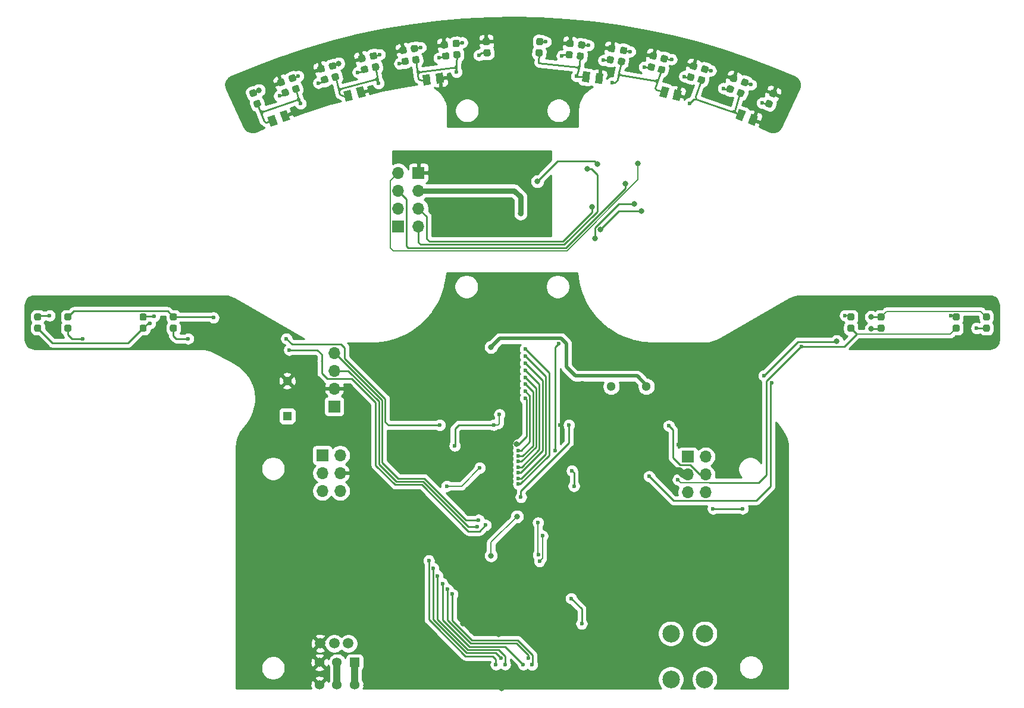
<source format=gbl>
%TF.GenerationSoftware,KiCad,Pcbnew,(5.1.8)-1*%
%TF.CreationDate,2023-07-29T11:14:22+09:00*%
%TF.ProjectId,Tracer,54726163-6572-42e6-9b69-6361645f7063,rev?*%
%TF.SameCoordinates,Original*%
%TF.FileFunction,Copper,L2,Bot*%
%TF.FilePolarity,Positive*%
%FSLAX46Y46*%
G04 Gerber Fmt 4.6, Leading zero omitted, Abs format (unit mm)*
G04 Created by KiCad (PCBNEW (5.1.8)-1) date 2023-07-29 11:14:22*
%MOMM*%
%LPD*%
G01*
G04 APERTURE LIST*
%TA.AperFunction,SMDPad,CuDef*%
%ADD10C,0.100000*%
%TD*%
%TA.AperFunction,ComponentPad*%
%ADD11O,1.700000X1.700000*%
%TD*%
%TA.AperFunction,ComponentPad*%
%ADD12R,1.700000X1.700000*%
%TD*%
%TA.AperFunction,ComponentPad*%
%ADD13C,1.500000*%
%TD*%
%TA.AperFunction,ComponentPad*%
%ADD14C,2.500000*%
%TD*%
%TA.AperFunction,ComponentPad*%
%ADD15C,1.300000*%
%TD*%
%TA.AperFunction,ComponentPad*%
%ADD16C,1.358000*%
%TD*%
%TA.AperFunction,ComponentPad*%
%ADD17R,1.358000X1.358000*%
%TD*%
%TA.AperFunction,ComponentPad*%
%ADD18C,1.275000*%
%TD*%
%TA.AperFunction,ComponentPad*%
%ADD19R,1.275000X1.275000*%
%TD*%
%TA.AperFunction,ViaPad*%
%ADD20C,0.800000*%
%TD*%
%TA.AperFunction,ViaPad*%
%ADD21C,0.600000*%
%TD*%
%TA.AperFunction,ViaPad*%
%ADD22C,1.000000*%
%TD*%
%TA.AperFunction,Conductor*%
%ADD23C,1.000000*%
%TD*%
%TA.AperFunction,Conductor*%
%ADD24C,0.200000*%
%TD*%
%TA.AperFunction,Conductor*%
%ADD25C,0.500000*%
%TD*%
%TA.AperFunction,Conductor*%
%ADD26C,0.250000*%
%TD*%
%TA.AperFunction,Conductor*%
%ADD27C,0.800000*%
%TD*%
%TA.AperFunction,Conductor*%
%ADD28C,0.254000*%
%TD*%
%TA.AperFunction,Conductor*%
%ADD29C,0.100000*%
%TD*%
G04 APERTURE END LIST*
%TO.P,IC19,4*%
%TO.N,L2_S*%
%TA.AperFunction,SMDPad,CuDef*%
G36*
G01*
X96136559Y-34351100D02*
X96627866Y-34258267D01*
G75*
G02*
X96919936Y-34457503I46417J-245653D01*
G01*
X97012769Y-34948810D01*
G75*
G02*
X96813533Y-35240880I-245653J-46417D01*
G01*
X96322226Y-35333713D01*
G75*
G02*
X96030156Y-35134477I-46417J245653D01*
G01*
X95937323Y-34643170D01*
G75*
G02*
X96136559Y-34351100I245653J46417D01*
G01*
G37*
%TD.AperFunction*%
%TO.P,IC19,1*%
%TO.N,Net-(IC19-Pad1)*%
%TA.AperFunction,SMDPad,CuDef*%
G36*
G01*
X95839493Y-32778920D02*
X96330800Y-32686087D01*
G75*
G02*
X96622870Y-32885323I46417J-245653D01*
G01*
X96715703Y-33376630D01*
G75*
G02*
X96516467Y-33668700I-245653J-46417D01*
G01*
X96025160Y-33761533D01*
G75*
G02*
X95733090Y-33562297I-46417J245653D01*
G01*
X95640257Y-33070990D01*
G75*
G02*
X95839493Y-32778920I245653J46417D01*
G01*
G37*
%TD.AperFunction*%
%TO.P,IC19,3*%
%TO.N,+3.3V1*%
%TA.AperFunction,SMDPad,CuDef*%
G36*
G01*
X100361794Y-33552734D02*
X100853101Y-33459901D01*
G75*
G02*
X101145171Y-33659137I46417J-245653D01*
G01*
X101238004Y-34150444D01*
G75*
G02*
X101038768Y-34442514I-245653J-46417D01*
G01*
X100547461Y-34535347D01*
G75*
G02*
X100255391Y-34336111I-46417J245653D01*
G01*
X100162558Y-33844804D01*
G75*
G02*
X100361794Y-33552734I245653J46417D01*
G01*
G37*
%TD.AperFunction*%
%TO.P,IC19,2*%
%TO.N,GND1*%
%TA.AperFunction,SMDPad,CuDef*%
G36*
G01*
X100064728Y-31980553D02*
X100556035Y-31887720D01*
G75*
G02*
X100848105Y-32086956I46417J-245653D01*
G01*
X100940938Y-32578263D01*
G75*
G02*
X100741702Y-32870333I-245653J-46417D01*
G01*
X100250395Y-32963166D01*
G75*
G02*
X99958325Y-32763930I-46417J245653D01*
G01*
X99865492Y-32272623D01*
G75*
G02*
X100064728Y-31980553I245653J46417D01*
G01*
G37*
%TD.AperFunction*%
%TD*%
%TO.P,IC16,4*%
%TO.N,R3_S*%
%TA.AperFunction,SMDPad,CuDef*%
G36*
G01*
X148392555Y-37941856D02*
X148858083Y-38124294D01*
G75*
G02*
X148999628Y-38448277I-91219J-232764D01*
G01*
X148817190Y-38913805D01*
G75*
G02*
X148493207Y-39055350I-232764J91219D01*
G01*
X148027679Y-38872912D01*
G75*
G02*
X147886134Y-38548929I91219J232764D01*
G01*
X148068572Y-38083401D01*
G75*
G02*
X148392555Y-37941856I232764J-91219D01*
G01*
G37*
%TD.AperFunction*%
%TO.P,IC16,1*%
%TO.N,Net-(IC16-Pad1)*%
%TA.AperFunction,SMDPad,CuDef*%
G36*
G01*
X148976358Y-36452167D02*
X149441886Y-36634605D01*
G75*
G02*
X149583431Y-36958588I-91219J-232764D01*
G01*
X149400993Y-37424116D01*
G75*
G02*
X149077010Y-37565661I-232764J91219D01*
G01*
X148611482Y-37383223D01*
G75*
G02*
X148469937Y-37059240I91219J232764D01*
G01*
X148652375Y-36593712D01*
G75*
G02*
X148976358Y-36452167I232764J-91219D01*
G01*
G37*
%TD.AperFunction*%
%TO.P,IC16,3*%
%TO.N,+3.3V1*%
%TA.AperFunction,SMDPad,CuDef*%
G36*
G01*
X152396095Y-39510827D02*
X152861623Y-39693265D01*
G75*
G02*
X153003168Y-40017248I-91219J-232764D01*
G01*
X152820730Y-40482776D01*
G75*
G02*
X152496747Y-40624321I-232764J91219D01*
G01*
X152031219Y-40441883D01*
G75*
G02*
X151889674Y-40117900I91219J232764D01*
G01*
X152072112Y-39652372D01*
G75*
G02*
X152396095Y-39510827I232764J-91219D01*
G01*
G37*
%TD.AperFunction*%
%TO.P,IC16,2*%
%TO.N,GND1*%
%TA.AperFunction,SMDPad,CuDef*%
G36*
G01*
X152979898Y-38021137D02*
X153445426Y-38203575D01*
G75*
G02*
X153586971Y-38527558I-91219J-232764D01*
G01*
X153404533Y-38993086D01*
G75*
G02*
X153080550Y-39134631I-232764J91219D01*
G01*
X152615022Y-38952193D01*
G75*
G02*
X152473477Y-38628210I91219J232764D01*
G01*
X152655915Y-38162682D01*
G75*
G02*
X152979898Y-38021137I232764J-91219D01*
G01*
G37*
%TD.AperFunction*%
%TD*%
%TO.P,IC18,4*%
%TO.N,L1_S*%
%TA.AperFunction,SMDPad,CuDef*%
G36*
G01*
X101895101Y-33308163D02*
X102391267Y-33246363D01*
G75*
G02*
X102670250Y-33463546I30900J-248083D01*
G01*
X102732050Y-33959712D01*
G75*
G02*
X102514867Y-34238695I-248083J-30900D01*
G01*
X102018701Y-34300495D01*
G75*
G02*
X101739718Y-34083312I-30900J248083D01*
G01*
X101677918Y-33587146D01*
G75*
G02*
X101895101Y-33308163I248083J30900D01*
G01*
G37*
%TD.AperFunction*%
%TO.P,IC18,1*%
%TO.N,Net-(IC18-Pad1)*%
%TA.AperFunction,SMDPad,CuDef*%
G36*
G01*
X101697339Y-31720432D02*
X102193505Y-31658632D01*
G75*
G02*
X102472488Y-31875815I30900J-248083D01*
G01*
X102534288Y-32371981D01*
G75*
G02*
X102317105Y-32650964I-248083J-30900D01*
G01*
X101820939Y-32712764D01*
G75*
G02*
X101541956Y-32495581I-30900J248083D01*
G01*
X101480156Y-31999415D01*
G75*
G02*
X101697339Y-31720432I248083J30900D01*
G01*
G37*
%TD.AperFunction*%
%TO.P,IC18,3*%
%TO.N,+3.3V1*%
%TA.AperFunction,SMDPad,CuDef*%
G36*
G01*
X106162128Y-32776676D02*
X106658294Y-32714876D01*
G75*
G02*
X106937277Y-32932059I30900J-248083D01*
G01*
X106999077Y-33428225D01*
G75*
G02*
X106781894Y-33707208I-248083J-30900D01*
G01*
X106285728Y-33769008D01*
G75*
G02*
X106006745Y-33551825I-30900J248083D01*
G01*
X105944945Y-33055659D01*
G75*
G02*
X106162128Y-32776676I248083J30900D01*
G01*
G37*
%TD.AperFunction*%
%TO.P,IC18,2*%
%TO.N,GND1*%
%TA.AperFunction,SMDPad,CuDef*%
G36*
G01*
X105964366Y-31188945D02*
X106460532Y-31127145D01*
G75*
G02*
X106739515Y-31344328I30900J-248083D01*
G01*
X106801315Y-31840494D01*
G75*
G02*
X106584132Y-32119477I-248083J-30900D01*
G01*
X106087966Y-32181277D01*
G75*
G02*
X105808983Y-31964094I-30900J248083D01*
G01*
X105747183Y-31467928D01*
G75*
G02*
X105964366Y-31188945I248083J30900D01*
G01*
G37*
%TD.AperFunction*%
%TD*%
%TO.P,IC11,4*%
%TO.N,R1_S*%
%TA.AperFunction,SMDPad,CuDef*%
G36*
G01*
X119525800Y-32271850D02*
X120024813Y-32303245D01*
G75*
G02*
X120258622Y-32568450I-15698J-249507D01*
G01*
X120227227Y-33067463D01*
G75*
G02*
X119962022Y-33301272I-249507J15698D01*
G01*
X119463009Y-33269877D01*
G75*
G02*
X119229200Y-33004672I15698J249507D01*
G01*
X119260595Y-32505659D01*
G75*
G02*
X119525800Y-32271850I249507J-15698D01*
G01*
G37*
%TD.AperFunction*%
%TO.P,IC11,1*%
%TO.N,Net-(IC11-Pad1)*%
%TA.AperFunction,SMDPad,CuDef*%
G36*
G01*
X119626265Y-30675008D02*
X120125278Y-30706403D01*
G75*
G02*
X120359087Y-30971608I-15698J-249507D01*
G01*
X120327692Y-31470621D01*
G75*
G02*
X120062487Y-31704430I-249507J15698D01*
G01*
X119563474Y-31673035D01*
G75*
G02*
X119329665Y-31407830I15698J249507D01*
G01*
X119361060Y-30908817D01*
G75*
G02*
X119626265Y-30675008I249507J-15698D01*
G01*
G37*
%TD.AperFunction*%
%TO.P,IC11,3*%
%TO.N,+3.3V1*%
%TA.AperFunction,SMDPad,CuDef*%
G36*
G01*
X123817315Y-32541850D02*
X124316328Y-32573245D01*
G75*
G02*
X124550137Y-32838450I-15698J-249507D01*
G01*
X124518742Y-33337463D01*
G75*
G02*
X124253537Y-33571272I-249507J15698D01*
G01*
X123754524Y-33539877D01*
G75*
G02*
X123520715Y-33274672I15698J249507D01*
G01*
X123552110Y-32775659D01*
G75*
G02*
X123817315Y-32541850I249507J-15698D01*
G01*
G37*
%TD.AperFunction*%
%TO.P,IC11,2*%
%TO.N,GND1*%
%TA.AperFunction,SMDPad,CuDef*%
G36*
G01*
X123917780Y-30945007D02*
X124416793Y-30976402D01*
G75*
G02*
X124650602Y-31241607I-15698J-249507D01*
G01*
X124619207Y-31740620D01*
G75*
G02*
X124354002Y-31974429I-249507J15698D01*
G01*
X123854989Y-31943034D01*
G75*
G02*
X123621180Y-31677829I15698J249507D01*
G01*
X123652575Y-31178816D01*
G75*
G02*
X123917780Y-30945007I249507J-15698D01*
G01*
G37*
%TD.AperFunction*%
%TD*%
%TO.P,IC22,4*%
%TO.N,L3_S*%
%TA.AperFunction,SMDPad,CuDef*%
G36*
G01*
X79211482Y-39656777D02*
X79677010Y-39474339D01*
G75*
G02*
X80000993Y-39615884I91219J-232764D01*
G01*
X80183431Y-40081412D01*
G75*
G02*
X80041886Y-40405395I-232764J-91219D01*
G01*
X79576358Y-40587833D01*
G75*
G02*
X79252375Y-40446288I-91219J232764D01*
G01*
X79069937Y-39980760D01*
G75*
G02*
X79211482Y-39656777I232764J91219D01*
G01*
G37*
%TD.AperFunction*%
%TO.P,IC22,1*%
%TO.N,Net-(IC22-Pad1)*%
%TA.AperFunction,SMDPad,CuDef*%
G36*
G01*
X78627679Y-38167088D02*
X79093207Y-37984650D01*
G75*
G02*
X79417190Y-38126195I91219J-232764D01*
G01*
X79599628Y-38591723D01*
G75*
G02*
X79458083Y-38915706I-232764J-91219D01*
G01*
X78992555Y-39098144D01*
G75*
G02*
X78668572Y-38956599I-91219J232764D01*
G01*
X78486134Y-38491071D01*
G75*
G02*
X78627679Y-38167088I232764J91219D01*
G01*
G37*
%TD.AperFunction*%
%TO.P,IC22,3*%
%TO.N,+3.3V1*%
%TA.AperFunction,SMDPad,CuDef*%
G36*
G01*
X83215022Y-38087807D02*
X83680550Y-37905369D01*
G75*
G02*
X84004533Y-38046914I91219J-232764D01*
G01*
X84186971Y-38512442D01*
G75*
G02*
X84045426Y-38836425I-232764J-91219D01*
G01*
X83579898Y-39018863D01*
G75*
G02*
X83255915Y-38877318I-91219J232764D01*
G01*
X83073477Y-38411790D01*
G75*
G02*
X83215022Y-38087807I232764J91219D01*
G01*
G37*
%TD.AperFunction*%
%TO.P,IC22,2*%
%TO.N,GND1*%
%TA.AperFunction,SMDPad,CuDef*%
G36*
G01*
X82631219Y-36598117D02*
X83096747Y-36415679D01*
G75*
G02*
X83420730Y-36557224I91219J-232764D01*
G01*
X83603168Y-37022752D01*
G75*
G02*
X83461623Y-37346735I-232764J-91219D01*
G01*
X82996095Y-37529173D01*
G75*
G02*
X82672112Y-37387628I-91219J232764D01*
G01*
X82489674Y-36922100D01*
G75*
G02*
X82631219Y-36598117I232764J91219D01*
G01*
G37*
%TD.AperFunction*%
%TD*%
%TO.P,IC17,4*%
%TO.N,L1_S*%
%TA.AperFunction,SMDPad,CuDef*%
G36*
G01*
X107763474Y-32566965D02*
X108262487Y-32535570D01*
G75*
G02*
X108527692Y-32769379I15698J-249507D01*
G01*
X108559087Y-33268392D01*
G75*
G02*
X108325278Y-33533597I-249507J-15698D01*
G01*
X107826265Y-33564992D01*
G75*
G02*
X107561060Y-33331183I-15698J249507D01*
G01*
X107529665Y-32832170D01*
G75*
G02*
X107763474Y-32566965I249507J15698D01*
G01*
G37*
%TD.AperFunction*%
%TO.P,IC17,1*%
%TO.N,Net-(IC17-Pad1)*%
%TA.AperFunction,SMDPad,CuDef*%
G36*
G01*
X107663009Y-30970123D02*
X108162022Y-30938728D01*
G75*
G02*
X108427227Y-31172537I15698J-249507D01*
G01*
X108458622Y-31671550D01*
G75*
G02*
X108224813Y-31936755I-249507J-15698D01*
G01*
X107725800Y-31968150D01*
G75*
G02*
X107460595Y-31734341I-15698J249507D01*
G01*
X107429200Y-31235328D01*
G75*
G02*
X107663009Y-30970123I249507J15698D01*
G01*
G37*
%TD.AperFunction*%
%TO.P,IC17,3*%
%TO.N,+3.3V1*%
%TA.AperFunction,SMDPad,CuDef*%
G36*
G01*
X112054989Y-32296966D02*
X112554002Y-32265571D01*
G75*
G02*
X112819207Y-32499380I15698J-249507D01*
G01*
X112850602Y-32998393D01*
G75*
G02*
X112616793Y-33263598I-249507J-15698D01*
G01*
X112117780Y-33294993D01*
G75*
G02*
X111852575Y-33061184I-15698J249507D01*
G01*
X111821180Y-32562171D01*
G75*
G02*
X112054989Y-32296966I249507J15698D01*
G01*
G37*
%TD.AperFunction*%
%TO.P,IC17,2*%
%TO.N,GND1*%
%TA.AperFunction,SMDPad,CuDef*%
G36*
G01*
X111954524Y-30700123D02*
X112453537Y-30668728D01*
G75*
G02*
X112718742Y-30902537I15698J-249507D01*
G01*
X112750137Y-31401550D01*
G75*
G02*
X112516328Y-31666755I-249507J-15698D01*
G01*
X112017315Y-31698150D01*
G75*
G02*
X111752110Y-31464341I-15698J249507D01*
G01*
X111720715Y-30965328D01*
G75*
G02*
X111954524Y-30700123I249507J15698D01*
G01*
G37*
%TD.AperFunction*%
%TD*%
%TO.P,IC15,4*%
%TO.N,R3_S*%
%TA.AperFunction,SMDPad,CuDef*%
G36*
G01*
X142761546Y-36083190D02*
X143237343Y-36236869D01*
G75*
G02*
X143398403Y-36551607I-76839J-237899D01*
G01*
X143244724Y-37027404D01*
G75*
G02*
X142929986Y-37188464I-237899J76839D01*
G01*
X142454189Y-37034785D01*
G75*
G02*
X142293129Y-36720047I76839J237899D01*
G01*
X142446808Y-36244250D01*
G75*
G02*
X142761546Y-36083190I237899J-76839D01*
G01*
G37*
%TD.AperFunction*%
%TO.P,IC15,1*%
%TO.N,Net-(IC15-Pad1)*%
%TA.AperFunction,SMDPad,CuDef*%
G36*
G01*
X143253317Y-34560639D02*
X143729114Y-34714318D01*
G75*
G02*
X143890174Y-35029056I-76839J-237899D01*
G01*
X143736495Y-35504853D01*
G75*
G02*
X143421757Y-35665913I-237899J76839D01*
G01*
X142945960Y-35512234D01*
G75*
G02*
X142784900Y-35197496I76839J237899D01*
G01*
X142938579Y-34721699D01*
G75*
G02*
X143253317Y-34560639I237899J-76839D01*
G01*
G37*
%TD.AperFunction*%
%TO.P,IC15,3*%
%TO.N,+3.3V1*%
%TA.AperFunction,SMDPad,CuDef*%
G36*
G01*
X146853402Y-37404823D02*
X147329199Y-37558502D01*
G75*
G02*
X147490259Y-37873240I-76839J-237899D01*
G01*
X147336580Y-38349037D01*
G75*
G02*
X147021842Y-38510097I-237899J76839D01*
G01*
X146546045Y-38356418D01*
G75*
G02*
X146384985Y-38041680I76839J237899D01*
G01*
X146538664Y-37565883D01*
G75*
G02*
X146853402Y-37404823I237899J-76839D01*
G01*
G37*
%TD.AperFunction*%
%TO.P,IC15,2*%
%TO.N,GND1*%
%TA.AperFunction,SMDPad,CuDef*%
G36*
G01*
X147345173Y-35882272D02*
X147820970Y-36035951D01*
G75*
G02*
X147982030Y-36350689I-76839J-237899D01*
G01*
X147828351Y-36826486D01*
G75*
G02*
X147513613Y-36987546I-237899J76839D01*
G01*
X147037816Y-36833867D01*
G75*
G02*
X146876756Y-36519129I76839J237899D01*
G01*
X147030435Y-36043332D01*
G75*
G02*
X147345173Y-35882272I237899J-76839D01*
G01*
G37*
%TD.AperFunction*%
%TD*%
%TO.P,IC21,4*%
%TO.N,L3_S*%
%TA.AperFunction,SMDPad,CuDef*%
G36*
G01*
X84745960Y-37527766D02*
X85221757Y-37374087D01*
G75*
G02*
X85536495Y-37535147I76839J-237899D01*
G01*
X85690174Y-38010944D01*
G75*
G02*
X85529114Y-38325682I-237899J-76839D01*
G01*
X85053317Y-38479361D01*
G75*
G02*
X84738579Y-38318301I-76839J237899D01*
G01*
X84584900Y-37842504D01*
G75*
G02*
X84745960Y-37527766I237899J76839D01*
G01*
G37*
%TD.AperFunction*%
%TO.P,IC21,1*%
%TO.N,Net-(IC21-Pad1)*%
%TA.AperFunction,SMDPad,CuDef*%
G36*
G01*
X84254189Y-36005215D02*
X84729986Y-35851536D01*
G75*
G02*
X85044724Y-36012596I76839J-237899D01*
G01*
X85198403Y-36488393D01*
G75*
G02*
X85037343Y-36803131I-237899J-76839D01*
G01*
X84561546Y-36956810D01*
G75*
G02*
X84246808Y-36795750I-76839J237899D01*
G01*
X84093129Y-36319953D01*
G75*
G02*
X84254189Y-36005215I237899J76839D01*
G01*
G37*
%TD.AperFunction*%
%TO.P,IC21,3*%
%TO.N,+3.3V1*%
%TA.AperFunction,SMDPad,CuDef*%
G36*
G01*
X88837816Y-36206133D02*
X89313613Y-36052454D01*
G75*
G02*
X89628351Y-36213514I76839J-237899D01*
G01*
X89782030Y-36689311D01*
G75*
G02*
X89620970Y-37004049I-237899J-76839D01*
G01*
X89145173Y-37157728D01*
G75*
G02*
X88830435Y-36996668I-76839J237899D01*
G01*
X88676756Y-36520871D01*
G75*
G02*
X88837816Y-36206133I237899J76839D01*
G01*
G37*
%TD.AperFunction*%
%TO.P,IC21,2*%
%TO.N,GND1*%
%TA.AperFunction,SMDPad,CuDef*%
G36*
G01*
X88346045Y-34683582D02*
X88821842Y-34529903D01*
G75*
G02*
X89136580Y-34690963I76839J-237899D01*
G01*
X89290259Y-35166760D01*
G75*
G02*
X89129199Y-35481498I-237899J-76839D01*
G01*
X88653402Y-35635177D01*
G75*
G02*
X88338664Y-35474117I-76839J237899D01*
G01*
X88184985Y-34998320D01*
G75*
G02*
X88346045Y-34683582I237899J76839D01*
G01*
G37*
%TD.AperFunction*%
%TD*%
%TO.P,IC13,4*%
%TO.N,R2_S*%
%TA.AperFunction,SMDPad,CuDef*%
G36*
G01*
X131325160Y-33478467D02*
X131816467Y-33571300D01*
G75*
G02*
X132015703Y-33863370I-46417J-245653D01*
G01*
X131922870Y-34354677D01*
G75*
G02*
X131630800Y-34553913I-245653J46417D01*
G01*
X131139493Y-34461080D01*
G75*
G02*
X130940257Y-34169010I46417J245653D01*
G01*
X131033090Y-33677703D01*
G75*
G02*
X131325160Y-33478467I245653J-46417D01*
G01*
G37*
%TD.AperFunction*%
%TO.P,IC13,1*%
%TO.N,Net-(IC13-Pad1)*%
%TA.AperFunction,SMDPad,CuDef*%
G36*
G01*
X131622226Y-31906287D02*
X132113533Y-31999120D01*
G75*
G02*
X132312769Y-32291190I-46417J-245653D01*
G01*
X132219936Y-32782497D01*
G75*
G02*
X131927866Y-32981733I-245653J46417D01*
G01*
X131436559Y-32888900D01*
G75*
G02*
X131237323Y-32596830I46417J245653D01*
G01*
X131330156Y-32105523D01*
G75*
G02*
X131622226Y-31906287I245653J-46417D01*
G01*
G37*
%TD.AperFunction*%
%TO.P,IC13,3*%
%TO.N,+3.3V1*%
%TA.AperFunction,SMDPad,CuDef*%
G36*
G01*
X135550395Y-34276834D02*
X136041702Y-34369667D01*
G75*
G02*
X136240938Y-34661737I-46417J-245653D01*
G01*
X136148105Y-35153044D01*
G75*
G02*
X135856035Y-35352280I-245653J46417D01*
G01*
X135364728Y-35259447D01*
G75*
G02*
X135165492Y-34967377I46417J245653D01*
G01*
X135258325Y-34476070D01*
G75*
G02*
X135550395Y-34276834I245653J-46417D01*
G01*
G37*
%TD.AperFunction*%
%TO.P,IC13,2*%
%TO.N,GND1*%
%TA.AperFunction,SMDPad,CuDef*%
G36*
G01*
X135847461Y-32704653D02*
X136338768Y-32797486D01*
G75*
G02*
X136538004Y-33089556I-46417J-245653D01*
G01*
X136445171Y-33580863D01*
G75*
G02*
X136153101Y-33780099I-245653J46417D01*
G01*
X135661794Y-33687266D01*
G75*
G02*
X135462558Y-33395196I46417J245653D01*
G01*
X135555391Y-32903889D01*
G75*
G02*
X135847461Y-32704653I245653J-46417D01*
G01*
G37*
%TD.AperFunction*%
%TD*%
%TO.P,IC12,4*%
%TO.N,R1_S*%
%TA.AperFunction,SMDPad,CuDef*%
G36*
G01*
X125420939Y-32727236D02*
X125917105Y-32789036D01*
G75*
G02*
X126134288Y-33068019I-30900J-248083D01*
G01*
X126072488Y-33564185D01*
G75*
G02*
X125793505Y-33781368I-248083J30900D01*
G01*
X125297339Y-33719568D01*
G75*
G02*
X125080156Y-33440585I30900J248083D01*
G01*
X125141956Y-32944419D01*
G75*
G02*
X125420939Y-32727236I248083J-30900D01*
G01*
G37*
%TD.AperFunction*%
%TO.P,IC12,1*%
%TO.N,Net-(IC12-Pad1)*%
%TA.AperFunction,SMDPad,CuDef*%
G36*
G01*
X125618701Y-31139505D02*
X126114867Y-31201305D01*
G75*
G02*
X126332050Y-31480288I-30900J-248083D01*
G01*
X126270250Y-31976454D01*
G75*
G02*
X125991267Y-32193637I-248083J30900D01*
G01*
X125495101Y-32131837D01*
G75*
G02*
X125277918Y-31852854I30900J248083D01*
G01*
X125339718Y-31356688D01*
G75*
G02*
X125618701Y-31139505I248083J-30900D01*
G01*
G37*
%TD.AperFunction*%
%TO.P,IC12,3*%
%TO.N,+3.3V1*%
%TA.AperFunction,SMDPad,CuDef*%
G36*
G01*
X129687966Y-33258723D02*
X130184132Y-33320523D01*
G75*
G02*
X130401315Y-33599506I-30900J-248083D01*
G01*
X130339515Y-34095672D01*
G75*
G02*
X130060532Y-34312855I-248083J30900D01*
G01*
X129564366Y-34251055D01*
G75*
G02*
X129347183Y-33972072I30900J248083D01*
G01*
X129408983Y-33475906D01*
G75*
G02*
X129687966Y-33258723I248083J-30900D01*
G01*
G37*
%TD.AperFunction*%
%TO.P,IC12,2*%
%TO.N,GND1*%
%TA.AperFunction,SMDPad,CuDef*%
G36*
G01*
X129885728Y-31670992D02*
X130381894Y-31732792D01*
G75*
G02*
X130599077Y-32011775I-30900J-248083D01*
G01*
X130537277Y-32507941D01*
G75*
G02*
X130258294Y-32725124I-248083J30900D01*
G01*
X129762128Y-32663324D01*
G75*
G02*
X129544945Y-32384341I30900J248083D01*
G01*
X129606745Y-31888175D01*
G75*
G02*
X129885728Y-31670992I248083J-30900D01*
G01*
G37*
%TD.AperFunction*%
%TD*%
%TO.P,IC20,4*%
%TO.N,L2_S*%
%TA.AperFunction,SMDPad,CuDef*%
G36*
G01*
X90386912Y-35791153D02*
X90871420Y-35667653D01*
G75*
G02*
X91175424Y-35848157I61750J-242254D01*
G01*
X91298924Y-36332665D01*
G75*
G02*
X91118420Y-36636669I-242254J-61750D01*
G01*
X90633912Y-36760169D01*
G75*
G02*
X90329908Y-36579665I-61750J242254D01*
G01*
X90206408Y-36095157D01*
G75*
G02*
X90386912Y-35791153I242254J61750D01*
G01*
G37*
%TD.AperFunction*%
%TO.P,IC20,1*%
%TO.N,Net-(IC20-Pad1)*%
%TA.AperFunction,SMDPad,CuDef*%
G36*
G01*
X89991714Y-34240727D02*
X90476222Y-34117227D01*
G75*
G02*
X90780226Y-34297731I61750J-242254D01*
G01*
X90903726Y-34782239D01*
G75*
G02*
X90723222Y-35086243I-242254J-61750D01*
G01*
X90238714Y-35209743D01*
G75*
G02*
X89934710Y-35029239I-61750J242254D01*
G01*
X89811210Y-34544731D01*
G75*
G02*
X89991714Y-34240727I242254J61750D01*
G01*
G37*
%TD.AperFunction*%
%TO.P,IC20,3*%
%TO.N,+3.3V1*%
%TA.AperFunction,SMDPad,CuDef*%
G36*
G01*
X94553680Y-34729057D02*
X95038188Y-34605557D01*
G75*
G02*
X95342192Y-34786061I61750J-242254D01*
G01*
X95465692Y-35270569D01*
G75*
G02*
X95285188Y-35574573I-242254J-61750D01*
G01*
X94800680Y-35698073D01*
G75*
G02*
X94496676Y-35517569I-61750J242254D01*
G01*
X94373176Y-35033061D01*
G75*
G02*
X94553680Y-34729057I242254J61750D01*
G01*
G37*
%TD.AperFunction*%
%TO.P,IC20,2*%
%TO.N,GND1*%
%TA.AperFunction,SMDPad,CuDef*%
G36*
G01*
X94158481Y-33178632D02*
X94642989Y-33055132D01*
G75*
G02*
X94946993Y-33235636I61750J-242254D01*
G01*
X95070493Y-33720144D01*
G75*
G02*
X94889989Y-34024148I-242254J-61750D01*
G01*
X94405481Y-34147648D01*
G75*
G02*
X94101477Y-33967144I-61750J242254D01*
G01*
X93977977Y-33482636D01*
G75*
G02*
X94158481Y-33178632I242254J61750D01*
G01*
G37*
%TD.AperFunction*%
%TD*%
%TO.P,IC14,4*%
%TO.N,R2_S*%
%TA.AperFunction,SMDPad,CuDef*%
G36*
G01*
X137038714Y-34630257D02*
X137523222Y-34753757D01*
G75*
G02*
X137703726Y-35057761I-61750J-242254D01*
G01*
X137580226Y-35542269D01*
G75*
G02*
X137276222Y-35722773I-242254J61750D01*
G01*
X136791714Y-35599273D01*
G75*
G02*
X136611210Y-35295269I61750J242254D01*
G01*
X136734710Y-34810761D01*
G75*
G02*
X137038714Y-34630257I242254J-61750D01*
G01*
G37*
%TD.AperFunction*%
%TO.P,IC14,1*%
%TO.N,Net-(IC14-Pad1)*%
%TA.AperFunction,SMDPad,CuDef*%
G36*
G01*
X137433912Y-33079831D02*
X137918420Y-33203331D01*
G75*
G02*
X138098924Y-33507335I-61750J-242254D01*
G01*
X137975424Y-33991843D01*
G75*
G02*
X137671420Y-34172347I-242254J61750D01*
G01*
X137186912Y-34048847D01*
G75*
G02*
X137006408Y-33744843I61750J242254D01*
G01*
X137129908Y-33260335D01*
G75*
G02*
X137433912Y-33079831I242254J-61750D01*
G01*
G37*
%TD.AperFunction*%
%TO.P,IC14,3*%
%TO.N,+3.3V1*%
%TA.AperFunction,SMDPad,CuDef*%
G36*
G01*
X141205481Y-35692352D02*
X141689989Y-35815852D01*
G75*
G02*
X141870493Y-36119856I-61750J-242254D01*
G01*
X141746993Y-36604364D01*
G75*
G02*
X141442989Y-36784868I-242254J61750D01*
G01*
X140958481Y-36661368D01*
G75*
G02*
X140777977Y-36357364I61750J242254D01*
G01*
X140901477Y-35872856D01*
G75*
G02*
X141205481Y-35692352I242254J-61750D01*
G01*
G37*
%TD.AperFunction*%
%TO.P,IC14,2*%
%TO.N,GND1*%
%TA.AperFunction,SMDPad,CuDef*%
G36*
G01*
X141600680Y-34141927D02*
X142085188Y-34265427D01*
G75*
G02*
X142265692Y-34569431I-61750J-242254D01*
G01*
X142142192Y-35053939D01*
G75*
G02*
X141838188Y-35234443I-242254J61750D01*
G01*
X141353680Y-35110943D01*
G75*
G02*
X141173176Y-34806939I61750J242254D01*
G01*
X141296676Y-34322431D01*
G75*
G02*
X141600680Y-34141927I242254J-61750D01*
G01*
G37*
%TD.AperFunction*%
%TD*%
%TA.AperFunction,SMDPad,CuDef*%
D10*
%TO.P,R32,2*%
%TO.N,GND1*%
G36*
X94067656Y-39260666D02*
G01*
X93704568Y-37836213D01*
X94712344Y-37579334D01*
X95075432Y-39003787D01*
X94067656Y-39260666D01*
G37*
%TD.AperFunction*%
%TA.AperFunction,SMDPad,CuDef*%
%TO.P,R32,1*%
%TO.N,L2_S*%
G36*
X92245906Y-39725024D02*
G01*
X91882818Y-38300571D01*
X92890594Y-38043692D01*
X93253682Y-39468145D01*
X92245906Y-39725024D01*
G37*
%TD.AperFunction*%
%TD*%
%TA.AperFunction,SMDPad,CuDef*%
%TO.P,R23,2*%
%TO.N,GND1*%
G36*
X138704568Y-39403787D02*
G01*
X139067656Y-37979334D01*
X140075432Y-38236213D01*
X139712344Y-39660666D01*
X138704568Y-39403787D01*
G37*
%TD.AperFunction*%
%TA.AperFunction,SMDPad,CuDef*%
%TO.P,R23,1*%
%TO.N,R2_S*%
G36*
X136882818Y-38939429D02*
G01*
X137245906Y-37514976D01*
X138253682Y-37771855D01*
X137890594Y-39196308D01*
X136882818Y-38939429D01*
G37*
%TD.AperFunction*%
%TD*%
%TA.AperFunction,SMDPad,CuDef*%
%TO.P,R33,2*%
%TO.N,GND1*%
G36*
X83349227Y-42651078D02*
G01*
X82812859Y-41282426D01*
X83781157Y-40902954D01*
X84317525Y-42271606D01*
X83349227Y-42651078D01*
G37*
%TD.AperFunction*%
%TA.AperFunction,SMDPad,CuDef*%
%TO.P,R33,1*%
%TO.N,L3_S*%
G36*
X81598843Y-43337046D02*
G01*
X81062475Y-41968394D01*
X82030773Y-41588922D01*
X82567141Y-42957574D01*
X81598843Y-43337046D01*
G37*
%TD.AperFunction*%
%TD*%
%TA.AperFunction,SMDPad,CuDef*%
%TO.P,R22,2*%
%TO.N,GND1*%
G36*
X127683140Y-37101276D02*
G01*
X127864834Y-35642548D01*
X128896860Y-35771094D01*
X128715166Y-37229822D01*
X127683140Y-37101276D01*
G37*
%TD.AperFunction*%
%TA.AperFunction,SMDPad,CuDef*%
%TO.P,R22,1*%
%TO.N,R1_S*%
G36*
X125817556Y-36868906D02*
G01*
X125999250Y-35410178D01*
X127031276Y-35538724D01*
X126849582Y-36997452D01*
X125817556Y-36868906D01*
G37*
%TD.AperFunction*%
%TD*%
%TA.AperFunction,SMDPad,CuDef*%
%TO.P,R31,2*%
%TO.N,GND1*%
G36*
X105197626Y-37197452D02*
G01*
X105015932Y-35738724D01*
X106047958Y-35610178D01*
X106229652Y-37068906D01*
X105197626Y-37197452D01*
G37*
%TD.AperFunction*%
%TA.AperFunction,SMDPad,CuDef*%
%TO.P,R31,1*%
%TO.N,L1_S*%
G36*
X103332042Y-37429822D02*
G01*
X103150348Y-35971094D01*
X104182374Y-35842548D01*
X104364068Y-37301276D01*
X103332042Y-37429822D01*
G37*
%TD.AperFunction*%
%TD*%
%TA.AperFunction,SMDPad,CuDef*%
%TO.P,R24,2*%
%TO.N,GND1*%
G36*
X149437667Y-42814590D02*
G01*
X149974035Y-41445938D01*
X150942333Y-41825410D01*
X150405965Y-43194062D01*
X149437667Y-42814590D01*
G37*
%TD.AperFunction*%
%TA.AperFunction,SMDPad,CuDef*%
%TO.P,R24,1*%
%TO.N,R3_S*%
G36*
X147687283Y-42128622D02*
G01*
X148223651Y-40759970D01*
X149191949Y-41139442D01*
X148655581Y-42508094D01*
X147687283Y-42128622D01*
G37*
%TD.AperFunction*%
%TD*%
D11*
%TO.P,J7,4*%
%TO.N,USART_RX*%
X99700000Y-49880000D03*
%TO.P,J7,3*%
%TO.N,USART_TX*%
X99700000Y-52420000D03*
%TO.P,J7,2*%
%TO.N,GND2*%
X99700000Y-54960000D03*
D12*
%TO.P,J7,1*%
%TO.N,+5V1*%
X99700000Y-57500000D03*
%TD*%
D11*
%TO.P,J8,4*%
%TO.N,SDA*%
X102600000Y-57490000D03*
%TO.P,J8,3*%
%TO.N,SCL*%
X102600000Y-54950000D03*
%TO.P,J8,2*%
%TO.N,+5V1*%
X102600000Y-52410000D03*
D12*
%TO.P,J8,1*%
%TO.N,GND2*%
X102600000Y-49870000D03*
%TD*%
D13*
%TO.P,J1,3*%
%TO.N,Net-(IC2-Pad1)*%
X92600000Y-116900000D03*
%TO.P,J1,2*%
%TO.N,Net-(J1-Pad2)*%
X90600000Y-116900000D03*
%TO.P,J1,1*%
%TO.N,GND*%
X88600000Y-116900000D03*
%TD*%
D14*
%TO.P,SW2,2*%
%TO.N,Switch1*%
X143300000Y-115500000D03*
%TO.P,SW2,1*%
%TO.N,+3V3*%
X143300000Y-122000000D03*
%TD*%
%TO.P,SW3,2*%
%TO.N,Boot*%
X138500000Y-115500000D03*
%TO.P,SW3,1*%
%TO.N,+3V3*%
X138500000Y-122000000D03*
%TD*%
D11*
%TO.P,J2,6*%
%TO.N,outA_R*%
X143440000Y-95380000D03*
%TO.P,J2,5*%
%TO.N,outB_R*%
X140900000Y-95380000D03*
%TO.P,J2,4*%
%TO.N,+5V*%
X143440000Y-92840000D03*
%TO.P,J2,3*%
%TO.N,GND*%
X140900000Y-92840000D03*
%TO.P,J2,2*%
%TO.N,M2_R*%
X143440000Y-90300000D03*
D12*
%TO.P,J2,1*%
%TO.N,M1_R*%
X140900000Y-90300000D03*
%TD*%
D11*
%TO.P,J6,4*%
%TO.N,USART1_TX*%
X90600000Y-75520000D03*
%TO.P,J6,3*%
%TO.N,USART1_RX*%
X90600000Y-78060000D03*
%TO.P,J6,2*%
%TO.N,GND*%
X90600000Y-80600000D03*
D12*
%TO.P,J6,1*%
%TO.N,+5V*%
X90600000Y-83140000D03*
%TD*%
D15*
%TO.P,LS1,2*%
%TO.N,Net-(LS1-Pad2)*%
X130000000Y-80300000D03*
%TO.P,LS1,1*%
%TO.N,+5V*%
X135000000Y-80300000D03*
%TD*%
D11*
%TO.P,J3,6*%
%TO.N,M1_L*%
X91440000Y-95180000D03*
%TO.P,J3,5*%
%TO.N,M2_L*%
X88900000Y-95180000D03*
%TO.P,J3,4*%
%TO.N,GND*%
X91440000Y-92640000D03*
%TO.P,J3,3*%
%TO.N,+5V*%
X88900000Y-92640000D03*
%TO.P,J3,2*%
%TO.N,outA_L*%
X91440000Y-90100000D03*
D12*
%TO.P,J3,1*%
%TO.N,outB_L*%
X88900000Y-90100000D03*
%TD*%
D16*
%TO.P,S1,6*%
%TO.N,GND*%
X88500000Y-122800000D03*
%TO.P,S1,5*%
X88500000Y-119600000D03*
%TO.P,S1,4*%
%TO.N,Net-(IC2-Pad2)*%
X91000000Y-122800000D03*
%TO.P,S1,3*%
X91000000Y-119600000D03*
%TO.P,S1,2*%
%TO.N,Net-(S1-Pad1)*%
X93500000Y-122800000D03*
D17*
%TO.P,S1,1*%
X93500000Y-119600000D03*
%TD*%
%TO.P,IC10,4*%
%TO.N,C_Sens*%
%TA.AperFunction,SMDPad,CuDef*%
G36*
G01*
X48150000Y-71500000D02*
X48650000Y-71500000D01*
G75*
G02*
X48900000Y-71750000I0J-250000D01*
G01*
X48900000Y-72250000D01*
G75*
G02*
X48650000Y-72500000I-250000J0D01*
G01*
X48150000Y-72500000D01*
G75*
G02*
X47900000Y-72250000I0J250000D01*
G01*
X47900000Y-71750000D01*
G75*
G02*
X48150000Y-71500000I250000J0D01*
G01*
G37*
%TD.AperFunction*%
%TO.P,IC10,1*%
%TO.N,Net-(IC10-Pad1)*%
%TA.AperFunction,SMDPad,CuDef*%
G36*
G01*
X48150000Y-69900000D02*
X48650000Y-69900000D01*
G75*
G02*
X48900000Y-70150000I0J-250000D01*
G01*
X48900000Y-70650000D01*
G75*
G02*
X48650000Y-70900000I-250000J0D01*
G01*
X48150000Y-70900000D01*
G75*
G02*
X47900000Y-70650000I0J250000D01*
G01*
X47900000Y-70150000D01*
G75*
G02*
X48150000Y-69900000I250000J0D01*
G01*
G37*
%TD.AperFunction*%
%TO.P,IC10,3*%
%TO.N,+3V3*%
%TA.AperFunction,SMDPad,CuDef*%
G36*
G01*
X52450000Y-71500000D02*
X52950000Y-71500000D01*
G75*
G02*
X53200000Y-71750000I0J-250000D01*
G01*
X53200000Y-72250000D01*
G75*
G02*
X52950000Y-72500000I-250000J0D01*
G01*
X52450000Y-72500000D01*
G75*
G02*
X52200000Y-72250000I0J250000D01*
G01*
X52200000Y-71750000D01*
G75*
G02*
X52450000Y-71500000I250000J0D01*
G01*
G37*
%TD.AperFunction*%
%TO.P,IC10,2*%
%TO.N,Net-(IC10-Pad2)*%
%TA.AperFunction,SMDPad,CuDef*%
G36*
G01*
X52450000Y-69900000D02*
X52950000Y-69900000D01*
G75*
G02*
X53200000Y-70150000I0J-250000D01*
G01*
X53200000Y-70650000D01*
G75*
G02*
X52950000Y-70900000I-250000J0D01*
G01*
X52450000Y-70900000D01*
G75*
G02*
X52200000Y-70650000I0J250000D01*
G01*
X52200000Y-70150000D01*
G75*
G02*
X52450000Y-69900000I250000J0D01*
G01*
G37*
%TD.AperFunction*%
%TD*%
%TO.P,IC8,4*%
%TO.N,G_Sens*%
%TA.AperFunction,SMDPad,CuDef*%
G36*
G01*
X163850000Y-71500000D02*
X164350000Y-71500000D01*
G75*
G02*
X164600000Y-71750000I0J-250000D01*
G01*
X164600000Y-72250000D01*
G75*
G02*
X164350000Y-72500000I-250000J0D01*
G01*
X163850000Y-72500000D01*
G75*
G02*
X163600000Y-72250000I0J250000D01*
G01*
X163600000Y-71750000D01*
G75*
G02*
X163850000Y-71500000I250000J0D01*
G01*
G37*
%TD.AperFunction*%
%TO.P,IC8,1*%
%TO.N,Net-(IC8-Pad1)*%
%TA.AperFunction,SMDPad,CuDef*%
G36*
G01*
X163850000Y-69900000D02*
X164350000Y-69900000D01*
G75*
G02*
X164600000Y-70150000I0J-250000D01*
G01*
X164600000Y-70650000D01*
G75*
G02*
X164350000Y-70900000I-250000J0D01*
G01*
X163850000Y-70900000D01*
G75*
G02*
X163600000Y-70650000I0J250000D01*
G01*
X163600000Y-70150000D01*
G75*
G02*
X163850000Y-69900000I250000J0D01*
G01*
G37*
%TD.AperFunction*%
%TO.P,IC8,3*%
%TO.N,+3V3*%
%TA.AperFunction,SMDPad,CuDef*%
G36*
G01*
X168150000Y-71500000D02*
X168650000Y-71500000D01*
G75*
G02*
X168900000Y-71750000I0J-250000D01*
G01*
X168900000Y-72250000D01*
G75*
G02*
X168650000Y-72500000I-250000J0D01*
G01*
X168150000Y-72500000D01*
G75*
G02*
X167900000Y-72250000I0J250000D01*
G01*
X167900000Y-71750000D01*
G75*
G02*
X168150000Y-71500000I250000J0D01*
G01*
G37*
%TD.AperFunction*%
%TO.P,IC8,2*%
%TO.N,Net-(IC7-Pad2)*%
%TA.AperFunction,SMDPad,CuDef*%
G36*
G01*
X168150000Y-69900000D02*
X168650000Y-69900000D01*
G75*
G02*
X168900000Y-70150000I0J-250000D01*
G01*
X168900000Y-70650000D01*
G75*
G02*
X168650000Y-70900000I-250000J0D01*
G01*
X168150000Y-70900000D01*
G75*
G02*
X167900000Y-70650000I0J250000D01*
G01*
X167900000Y-70150000D01*
G75*
G02*
X168150000Y-69900000I250000J0D01*
G01*
G37*
%TD.AperFunction*%
%TD*%
%TO.P,IC7,4*%
%TO.N,G_Sens*%
%TA.AperFunction,SMDPad,CuDef*%
G36*
G01*
X178850000Y-71500000D02*
X179350000Y-71500000D01*
G75*
G02*
X179600000Y-71750000I0J-250000D01*
G01*
X179600000Y-72250000D01*
G75*
G02*
X179350000Y-72500000I-250000J0D01*
G01*
X178850000Y-72500000D01*
G75*
G02*
X178600000Y-72250000I0J250000D01*
G01*
X178600000Y-71750000D01*
G75*
G02*
X178850000Y-71500000I250000J0D01*
G01*
G37*
%TD.AperFunction*%
%TO.P,IC7,1*%
%TO.N,Net-(IC7-Pad1)*%
%TA.AperFunction,SMDPad,CuDef*%
G36*
G01*
X178850000Y-69900000D02*
X179350000Y-69900000D01*
G75*
G02*
X179600000Y-70150000I0J-250000D01*
G01*
X179600000Y-70650000D01*
G75*
G02*
X179350000Y-70900000I-250000J0D01*
G01*
X178850000Y-70900000D01*
G75*
G02*
X178600000Y-70650000I0J250000D01*
G01*
X178600000Y-70150000D01*
G75*
G02*
X178850000Y-69900000I250000J0D01*
G01*
G37*
%TD.AperFunction*%
%TO.P,IC7,3*%
%TO.N,+3V3*%
%TA.AperFunction,SMDPad,CuDef*%
G36*
G01*
X183150000Y-71500000D02*
X183650000Y-71500000D01*
G75*
G02*
X183900000Y-71750000I0J-250000D01*
G01*
X183900000Y-72250000D01*
G75*
G02*
X183650000Y-72500000I-250000J0D01*
G01*
X183150000Y-72500000D01*
G75*
G02*
X182900000Y-72250000I0J250000D01*
G01*
X182900000Y-71750000D01*
G75*
G02*
X183150000Y-71500000I250000J0D01*
G01*
G37*
%TD.AperFunction*%
%TO.P,IC7,2*%
%TO.N,Net-(IC7-Pad2)*%
%TA.AperFunction,SMDPad,CuDef*%
G36*
G01*
X183150000Y-69900000D02*
X183650000Y-69900000D01*
G75*
G02*
X183900000Y-70150000I0J-250000D01*
G01*
X183900000Y-70650000D01*
G75*
G02*
X183650000Y-70900000I-250000J0D01*
G01*
X183150000Y-70900000D01*
G75*
G02*
X182900000Y-70650000I0J250000D01*
G01*
X182900000Y-70150000D01*
G75*
G02*
X183150000Y-69900000I250000J0D01*
G01*
G37*
%TD.AperFunction*%
%TD*%
D18*
%TO.P,C1,2*%
%TO.N,GND*%
X83900000Y-79500000D03*
D19*
%TO.P,C1,1*%
%TO.N,+12V*%
X83900000Y-84500000D03*
%TD*%
%TO.P,IC9,4*%
%TO.N,C_Sens*%
%TA.AperFunction,SMDPad,CuDef*%
G36*
G01*
X63150000Y-71500000D02*
X63650000Y-71500000D01*
G75*
G02*
X63900000Y-71750000I0J-250000D01*
G01*
X63900000Y-72250000D01*
G75*
G02*
X63650000Y-72500000I-250000J0D01*
G01*
X63150000Y-72500000D01*
G75*
G02*
X62900000Y-72250000I0J250000D01*
G01*
X62900000Y-71750000D01*
G75*
G02*
X63150000Y-71500000I250000J0D01*
G01*
G37*
%TD.AperFunction*%
%TO.P,IC9,1*%
%TO.N,Net-(IC9-Pad1)*%
%TA.AperFunction,SMDPad,CuDef*%
G36*
G01*
X63150000Y-69900000D02*
X63650000Y-69900000D01*
G75*
G02*
X63900000Y-70150000I0J-250000D01*
G01*
X63900000Y-70650000D01*
G75*
G02*
X63650000Y-70900000I-250000J0D01*
G01*
X63150000Y-70900000D01*
G75*
G02*
X62900000Y-70650000I0J250000D01*
G01*
X62900000Y-70150000D01*
G75*
G02*
X63150000Y-69900000I250000J0D01*
G01*
G37*
%TD.AperFunction*%
%TO.P,IC9,3*%
%TO.N,+3V3*%
%TA.AperFunction,SMDPad,CuDef*%
G36*
G01*
X67450000Y-71500000D02*
X67950000Y-71500000D01*
G75*
G02*
X68200000Y-71750000I0J-250000D01*
G01*
X68200000Y-72250000D01*
G75*
G02*
X67950000Y-72500000I-250000J0D01*
G01*
X67450000Y-72500000D01*
G75*
G02*
X67200000Y-72250000I0J250000D01*
G01*
X67200000Y-71750000D01*
G75*
G02*
X67450000Y-71500000I250000J0D01*
G01*
G37*
%TD.AperFunction*%
%TO.P,IC9,2*%
%TO.N,Net-(IC10-Pad2)*%
%TA.AperFunction,SMDPad,CuDef*%
G36*
G01*
X67450000Y-69900000D02*
X67950000Y-69900000D01*
G75*
G02*
X68200000Y-70150000I0J-250000D01*
G01*
X68200000Y-70650000D01*
G75*
G02*
X67950000Y-70900000I-250000J0D01*
G01*
X67450000Y-70900000D01*
G75*
G02*
X67200000Y-70650000I0J250000D01*
G01*
X67200000Y-70150000D01*
G75*
G02*
X67450000Y-69900000I250000J0D01*
G01*
G37*
%TD.AperFunction*%
%TD*%
D20*
%TO.N,GND*%
X115900000Y-106300000D03*
D21*
X142400000Y-113600000D03*
X80670633Y-77367196D03*
D20*
X116800000Y-103200000D03*
X123800000Y-120700000D03*
X113800000Y-108100000D03*
D21*
X109900000Y-102700000D03*
X110700000Y-87700000D03*
X137600000Y-113600000D03*
X82770633Y-73967196D03*
X78070633Y-72367196D03*
D20*
X122300000Y-120700000D03*
X114400000Y-123300000D03*
D21*
X115000000Y-88000000D03*
X125700000Y-98400000D03*
X110400000Y-81800000D03*
X99600000Y-81900000D03*
X139600000Y-88600000D03*
D20*
X117900000Y-115600000D03*
X108900000Y-114100000D03*
D21*
X113900000Y-81500000D03*
X105500000Y-91000000D03*
X106600000Y-92000000D03*
D20*
X91700000Y-87400000D03*
D21*
X122700000Y-85800000D03*
D20*
X110500000Y-114100000D03*
D21*
X125900000Y-79800000D03*
X150041867Y-73056250D03*
X126400000Y-68900000D03*
X155600000Y-73300000D03*
X151900000Y-76600000D03*
D20*
X114000000Y-115600000D03*
D21*
X104300000Y-89700000D03*
D20*
X117700000Y-109600000D03*
D21*
X101500000Y-80600000D03*
D20*
X96400000Y-92900000D03*
D21*
X135300000Y-90900000D03*
X126000000Y-84200000D03*
X120800000Y-68700000D03*
D20*
X95100000Y-122900000D03*
D22*
X95300000Y-77600000D03*
X106100000Y-77600000D03*
D21*
%TO.N,Battery_AD*%
X106600000Y-94490996D03*
X111300000Y-91900000D03*
%TO.N,+5V*%
X138200000Y-85900000D03*
D20*
X112900000Y-74700000D03*
D21*
%TO.N,pwm_R*%
X117500000Y-119900000D03*
X106000000Y-108400000D03*
%TO.N,in2_R*%
X118200000Y-119000000D03*
X106700000Y-109200000D03*
%TO.N,in1_R*%
X118750001Y-119916586D03*
X107400000Y-109875980D03*
%TO.N,+3V3*%
X125800000Y-114100000D03*
D20*
X167000000Y-72100000D03*
D21*
X144500000Y-97700000D03*
X124424527Y-92320769D03*
X69800000Y-73500000D03*
X124700000Y-94490996D03*
X124300000Y-110500000D03*
X54800000Y-73500000D03*
X182000000Y-72000000D03*
X113300000Y-85785001D03*
X151735287Y-78764713D03*
X114100000Y-84300000D03*
X148700000Y-97700000D03*
D20*
X162100000Y-73875000D03*
D21*
X107746533Y-88753467D03*
%TO.N,in1_L*%
X104050000Y-105100000D03*
X113600000Y-119900000D03*
%TO.N,in2_L*%
X104675000Y-106200000D03*
X114300000Y-119000000D03*
%TO.N,pwm_L*%
X105300000Y-107300000D03*
X114900000Y-119900000D03*
D20*
%TO.N,gyro_miso*%
X116593824Y-98823721D03*
X112900000Y-104400000D03*
D21*
%TO.N,gyro_clk*%
X120224265Y-101575735D03*
X119800000Y-105200000D03*
%TO.N,gyro_mosi*%
X119624265Y-104300000D03*
X119600000Y-99700000D03*
%TO.N,Net-(IC7-Pad1)*%
X178300000Y-70200000D03*
%TO.N,Net-(IC8-Pad1)*%
X163300000Y-70200000D03*
%TO.N,Net-(IC9-Pad1)*%
X65000000Y-70300000D03*
%TO.N,Net-(IC10-Pad1)*%
X50100000Y-70200000D03*
%TO.N,USART1_RX*%
X110900000Y-100300000D03*
%TO.N,USART1_TX*%
X111107466Y-99307466D03*
%TO.N,BUZZER*%
X117162831Y-96048444D03*
X124000000Y-85800000D03*
%TO.N,R2_Sens*%
X117800000Y-76000000D03*
X116800000Y-93400000D03*
%TO.N,R1_Sens*%
X117800000Y-75000000D03*
X116800000Y-94200000D03*
%TO.N,L2_Sens*%
X117800000Y-81000000D03*
X116800000Y-89400000D03*
%TO.N,L1_Sens*%
X117800000Y-82000000D03*
D20*
X116518992Y-88544993D03*
D21*
%TO.N,G_Sens*%
X157100000Y-74600000D03*
X139500000Y-93579999D03*
%TO.N,C_Sens*%
X83800000Y-73500000D03*
X105600000Y-85800000D03*
X64400000Y-71300000D03*
%TO.N,Net-(IC11-Pad1)*%
X120690000Y-31220000D03*
%TO.N,Net-(IC12-Pad1)*%
X126790000Y-31720000D03*
%TO.N,Net-(IC13-Pad1)*%
X132690000Y-32620000D03*
%TO.N,Net-(IC14-Pad1)*%
X138590000Y-33720000D03*
%TO.N,R3_Sens*%
X116800000Y-92600000D03*
X117800000Y-77000000D03*
%TO.N,Net-(IC15-Pad1)*%
X144190000Y-35320000D03*
%TO.N,Net-(IC16-Pad1)*%
X149890000Y-37320000D03*
%TO.N,Net-(IC17-Pad1)*%
X108790000Y-31320000D03*
%TO.N,Net-(IC18-Pad1)*%
X102890000Y-32020000D03*
%TO.N,Net-(IC19-Pad1)*%
X97090000Y-33020000D03*
D20*
%TO.N,Net-(IC20-Pad1)*%
X91190000Y-34320000D03*
D21*
%TO.N,L3_Sens*%
X117800000Y-80000000D03*
X116800000Y-90200000D03*
%TO.N,Net-(IC21-Pad1)*%
X85490000Y-36120000D03*
D20*
%TO.N,Net-(IC22-Pad1)*%
X79890000Y-38120000D03*
D21*
%TO.N,Net-(IC10-Pad2)*%
X73400000Y-70500000D03*
%TO.N,R1_S*%
X125088495Y-36134444D03*
%TO.N,R2_S*%
X130191390Y-37010443D03*
%TO.N,R3_S*%
X141208713Y-39955747D03*
%TO.N,L1_S*%
X107990000Y-35520000D03*
%TO.N,L2_S*%
X96890000Y-37120000D03*
%TO.N,L3_S*%
X85790000Y-40020000D03*
%TO.N,Goal_S*%
X152823865Y-79788578D03*
X135400000Y-93100001D03*
%TO.N,Line_S*%
X122000000Y-89400000D03*
X122500000Y-74200000D03*
%TO.N,Corner_S*%
X84200000Y-75100000D03*
X112161909Y-100061909D03*
%TO.N,R4_Sens*%
X117800000Y-78000000D03*
X116800000Y-91800000D03*
%TO.N,L4_Sens*%
X116800000Y-91000000D03*
X117800000Y-79000000D03*
D20*
%TO.N,GND1*%
X112190000Y-34620000D03*
D21*
%TO.N,+3.3V1*%
X93950000Y-35560000D03*
X128911548Y-33841548D03*
X145968837Y-37841163D03*
X111190000Y-33120000D03*
X105486826Y-33516826D03*
X88356667Y-37086667D03*
X151490000Y-39920000D03*
X82790000Y-38920000D03*
X134703709Y-34806291D03*
X99885454Y-34315454D03*
X122998094Y-33211906D03*
X140415691Y-36145691D03*
D20*
%TO.N,USART_RX*%
X133800000Y-48530000D03*
%TO.N,USART_TX*%
X132000000Y-51400000D03*
%TO.N,SW2*%
X133300000Y-54300000D03*
X127725362Y-59174638D03*
%TO.N,GND2*%
X121100000Y-53000000D03*
X107300000Y-49600000D03*
X117200000Y-57100000D03*
X107000000Y-58600000D03*
X118100000Y-58500000D03*
X107300000Y-54300000D03*
X108600000Y-58600000D03*
X119600000Y-54100000D03*
X118900000Y-47300000D03*
X115600000Y-47900000D03*
X117300000Y-47300000D03*
X116600000Y-58500000D03*
X115400000Y-54100000D03*
%TO.N,+5V1*%
X117100000Y-55700000D03*
%TO.N,+3.3V_1*%
X119500000Y-51100000D03*
X128025000Y-48600000D03*
%TO.N,SDA*%
X126575000Y-49300000D03*
%TO.N,SCL*%
X127300000Y-54700000D03*
%TO.N,Boot1*%
X128487834Y-57937472D03*
X134300727Y-55300727D03*
%TO.N,Net-(IC7-Pad2)*%
X167000000Y-70400000D03*
%TD*%
D23*
%TO.N,GND*%
X140240003Y-92840000D02*
X139720003Y-92320000D01*
X140900000Y-92840000D02*
X140240003Y-92840000D01*
X139720003Y-92320000D02*
X138710000Y-92320000D01*
D24*
%TO.N,Battery_AD*%
X108709004Y-94490996D02*
X111300000Y-91900000D01*
X106600000Y-94490996D02*
X108709004Y-94490996D01*
D25*
%TO.N,+5V*%
X123600000Y-77500000D02*
X124900000Y-78800000D01*
X133700000Y-78800000D02*
X135100000Y-80200000D01*
X123600000Y-74189998D02*
X123600000Y-77500000D01*
D26*
X138200000Y-85900000D02*
X138800000Y-86500000D01*
D25*
X122860001Y-73449999D02*
X123600000Y-74189998D01*
D26*
X143440000Y-92840000D02*
X142639002Y-92840000D01*
D25*
X114150001Y-73449999D02*
X122860001Y-73449999D01*
X112900000Y-74700000D02*
X114150001Y-73449999D01*
D26*
X138800000Y-90485002D02*
X138800000Y-86500000D01*
X141274003Y-91475001D02*
X139789999Y-91475001D01*
X142639002Y-92840000D02*
X141274003Y-91475001D01*
X139789999Y-91475001D02*
X138800000Y-90485002D01*
D25*
X124900000Y-78800000D02*
X133700000Y-78800000D01*
D26*
%TO.N,pwm_R*%
X109804146Y-117349968D02*
X106499980Y-114045802D01*
X117500000Y-119900000D02*
X114949970Y-117349970D01*
X114949970Y-117349970D02*
X110413600Y-117349970D01*
X110413600Y-117349970D02*
X109804146Y-117349968D01*
X106000000Y-113545822D02*
X106000000Y-108400000D01*
X106499980Y-114045802D02*
X106000000Y-113545822D01*
%TO.N,in2_R*%
X114800040Y-116899960D02*
X110900000Y-116899960D01*
X116524224Y-116899960D02*
X114800040Y-116899960D01*
X110900000Y-116899960D02*
X109990547Y-116899959D01*
X115136370Y-116899960D02*
X114800040Y-116899960D01*
X109990547Y-116899959D02*
X106949990Y-113859402D01*
X106700000Y-113609412D02*
X106700000Y-109200000D01*
X118200000Y-118575736D02*
X116524224Y-116899960D01*
X106949990Y-113859402D02*
X106700000Y-113609412D01*
X118200000Y-119000000D02*
X118200000Y-118575736D01*
%TO.N,in1_R*%
X107400000Y-113673002D02*
X107400000Y-109875980D01*
X118750001Y-119916586D02*
X118825001Y-119841586D01*
X112000000Y-116449950D02*
X110176948Y-116449950D01*
X118825001Y-118564327D02*
X116710624Y-116449950D01*
X118825001Y-119841586D02*
X118825001Y-118564327D01*
X115322770Y-116449950D02*
X112000000Y-116449950D01*
X110176948Y-116449950D02*
X107400000Y-113673002D01*
X116710624Y-116449950D02*
X115322770Y-116449950D01*
%TO.N,+3V3*%
X182000000Y-72000000D02*
X183400000Y-72000000D01*
X125800000Y-113300000D02*
X125800000Y-114100000D01*
X124300000Y-110500001D02*
X125800000Y-112000001D01*
X125800000Y-112000001D02*
X125800000Y-113300000D01*
X156574999Y-73925001D02*
X151735287Y-78764713D01*
D24*
X113914999Y-85785001D02*
X114100000Y-85600000D01*
D26*
X182000000Y-72000000D02*
X182000000Y-72000000D01*
X168300000Y-72100000D02*
X168400000Y-72000000D01*
D24*
X113300000Y-85785001D02*
X113914999Y-85785001D01*
D26*
X111685001Y-85785001D02*
X113300000Y-85785001D01*
X162100000Y-73875000D02*
X162049999Y-73925001D01*
X167000000Y-72100000D02*
X168300000Y-72100000D01*
X124300000Y-110500001D02*
X124300000Y-110500000D01*
D24*
X114100000Y-85600000D02*
X114100000Y-84300000D01*
D26*
X162049999Y-73925001D02*
X156574999Y-73925001D01*
X144500000Y-97700000D02*
X148700000Y-97700000D01*
X54800000Y-73500000D02*
X53300000Y-73500000D01*
X108314999Y-85785001D02*
X111685001Y-85785001D01*
X69800000Y-73500000D02*
X68100000Y-73500000D01*
X52700000Y-72900000D02*
X52700000Y-72000000D01*
X67700000Y-73100000D02*
X67700000Y-72000000D01*
X53300000Y-73500000D02*
X52700000Y-72900000D01*
X68100000Y-73500000D02*
X67700000Y-73100000D01*
X124700000Y-94490996D02*
X124700000Y-92596242D01*
X124700000Y-92596242D02*
X124424527Y-92320769D01*
X107800000Y-86300000D02*
X108200000Y-85900000D01*
X108200000Y-85900000D02*
X108314999Y-85785001D01*
X107800000Y-88700000D02*
X107746533Y-88753467D01*
X107800000Y-86300000D02*
X107800000Y-88700000D01*
%TO.N,in1_L*%
X104049999Y-113505051D02*
X104049999Y-105100001D01*
X104049999Y-105100001D02*
X104050000Y-105100000D01*
X109244947Y-118699998D02*
X105149950Y-114605002D01*
X113600000Y-119900000D02*
X113600000Y-119300000D01*
X113100000Y-118700000D02*
X110100000Y-118700000D01*
X113600000Y-119300000D02*
X113600000Y-119200000D01*
X110100000Y-118700000D02*
X109244947Y-118699998D01*
X105149950Y-114605002D02*
X104049999Y-113505051D01*
X113600000Y-119200000D02*
X113100000Y-118700000D01*
%TO.N,in2_L*%
X110100000Y-118249990D02*
X109431348Y-118249989D01*
X114300000Y-119000000D02*
X113549990Y-118249990D01*
X109431348Y-118249989D02*
X105599960Y-114418602D01*
X104674999Y-106200001D02*
X104675000Y-106200000D01*
X105599960Y-114418602D02*
X104674999Y-113493641D01*
X113549990Y-118249990D02*
X113286400Y-118249990D01*
X113286400Y-118249990D02*
X110100000Y-118249990D01*
X104674999Y-113493641D02*
X104674999Y-106200001D01*
%TO.N,pwm_L*%
X105300000Y-113482232D02*
X105300000Y-107300000D01*
X106049970Y-114232202D02*
X105300000Y-113482232D01*
X114925001Y-119874999D02*
X114925001Y-118725001D01*
X114900000Y-119900000D02*
X114925001Y-119874999D01*
X113999980Y-117799980D02*
X113472800Y-117799980D01*
X109617749Y-117799980D02*
X106049970Y-114232202D01*
X113472800Y-117799980D02*
X110600000Y-117799980D01*
X114925001Y-118725001D02*
X113999980Y-117799980D01*
X106049970Y-114232202D02*
X106049971Y-114232201D01*
X110600000Y-117799980D02*
X109617749Y-117799980D01*
D24*
%TO.N,gyro_miso*%
X112900000Y-102517545D02*
X116593824Y-98823721D01*
X112900000Y-104400000D02*
X112900000Y-102517545D01*
%TO.N,gyro_clk*%
X120224265Y-101575735D02*
X120224265Y-104775735D01*
X120224265Y-104775735D02*
X119800000Y-105200000D01*
%TO.N,gyro_mosi*%
X119600000Y-99700000D02*
X119600000Y-104275735D01*
X119600000Y-104275735D02*
X119624265Y-104300000D01*
D23*
%TO.N,Net-(S1-Pad1)*%
X93500000Y-119600000D02*
X93500000Y-122800000D01*
%TO.N,Net-(IC2-Pad2)*%
X91000000Y-119600000D02*
X91000000Y-122800000D01*
D24*
%TO.N,Net-(IC7-Pad1)*%
X178300000Y-70200000D02*
X178900000Y-70200000D01*
X178900000Y-70200000D02*
X179100000Y-70400000D01*
%TO.N,Net-(IC8-Pad1)*%
X163300000Y-70200000D02*
X163900000Y-70200000D01*
X163900000Y-70200000D02*
X164100000Y-70400000D01*
D26*
%TO.N,Net-(IC9-Pad1)*%
X65000000Y-70300000D02*
X63500000Y-70300000D01*
X63500000Y-70300000D02*
X63400000Y-70400000D01*
%TO.N,Net-(IC10-Pad1)*%
X48600000Y-70200000D02*
X48400000Y-70400000D01*
X50100000Y-70200000D02*
X48600000Y-70200000D01*
%TO.N,USART1_RX*%
X109663590Y-100300000D02*
X103213600Y-93850010D01*
X103213600Y-93850010D02*
X99450010Y-93850010D01*
X96949990Y-82434578D02*
X92575412Y-78060000D01*
X96949990Y-91349990D02*
X96949990Y-82434578D01*
X110900000Y-100300000D02*
X109663590Y-100300000D01*
X99450010Y-93850010D02*
X96949990Y-91349990D01*
X92575412Y-78060000D02*
X90200000Y-78060000D01*
%TO.N,USART1_TX*%
X97400000Y-91100000D02*
X97399999Y-82248177D01*
X99700000Y-93400000D02*
X97400000Y-91100000D01*
X103400000Y-93400000D02*
X99700000Y-93400000D01*
X90671822Y-75520000D02*
X90200000Y-75520000D01*
X111107466Y-99307466D02*
X109307466Y-99307466D01*
X97399999Y-82248177D02*
X90671822Y-75520000D01*
X109307466Y-99307466D02*
X103400000Y-93400000D01*
%TO.N,BUZZER*%
X124000000Y-88325002D02*
X124000000Y-85800000D01*
X117162831Y-96048444D02*
X117162831Y-95162171D01*
X117162831Y-95162171D02*
X124000000Y-88325002D01*
%TO.N,R2_Sens*%
X117224264Y-93400000D02*
X120700019Y-89924245D01*
X116800000Y-93400000D02*
X117224264Y-93400000D01*
X117800000Y-76000000D02*
X120700019Y-78900019D01*
X120700019Y-89924245D02*
X120700019Y-78900019D01*
%TO.N,R1_Sens*%
X121150029Y-78350029D02*
X117800000Y-75000000D01*
X117060674Y-94200000D02*
X116800000Y-94200000D01*
X121150029Y-78350029D02*
X121150028Y-90110646D01*
X121150028Y-90110646D02*
X117060674Y-94200000D01*
%TO.N,L2_Sens*%
X118425001Y-81625001D02*
X117800000Y-81000000D01*
X117224264Y-89400000D02*
X118425001Y-88199263D01*
X118425001Y-88199263D02*
X118425001Y-81625001D01*
X116800000Y-89400000D02*
X117224264Y-89400000D01*
%TO.N,L1_Sens*%
X117974991Y-82174991D02*
X117800000Y-82000000D01*
X116800000Y-88600000D02*
X117974991Y-87425009D01*
X117974991Y-87425009D02*
X117974991Y-82174991D01*
X116573999Y-88600000D02*
X116518992Y-88544993D01*
X116800000Y-88600000D02*
X116573999Y-88600000D01*
%TO.N,G_Sens*%
X143992001Y-93990001D02*
X150072130Y-93990001D01*
D24*
X139500000Y-93579999D02*
X139910002Y-93990001D01*
D26*
X152061624Y-80038376D02*
X152061624Y-79738376D01*
X152061624Y-92938376D02*
X152061624Y-80038376D01*
X164925010Y-72825010D02*
X164100000Y-72000000D01*
X163150020Y-74600000D02*
X164925010Y-72825010D01*
X150072130Y-93990001D02*
X150074416Y-93990001D01*
X152061624Y-79561624D02*
X152061624Y-80038376D01*
D24*
X178274990Y-72825010D02*
X164925010Y-72825010D01*
D26*
X152061624Y-79561624D02*
X157023248Y-74600000D01*
X157023248Y-74600000D02*
X157400000Y-74600000D01*
X150072130Y-93990001D02*
X151009999Y-93990001D01*
X151009999Y-93990001D02*
X152061624Y-92938376D01*
D24*
X139910002Y-93990001D02*
X143992001Y-93990001D01*
D26*
X152061624Y-79738376D02*
X152061624Y-79666934D01*
X157400000Y-74600000D02*
X163150020Y-74600000D01*
D24*
X178274990Y-72825010D02*
X179100000Y-72000000D01*
D26*
%TO.N,C_Sens*%
X83800000Y-73500000D02*
X84575020Y-74275020D01*
X97850008Y-84649991D02*
X97850008Y-85350008D01*
X50525001Y-74125001D02*
X48400000Y-72000000D01*
X98500000Y-85800000D02*
X105600000Y-85800000D01*
X61274999Y-74125001D02*
X50525001Y-74125001D01*
X97850010Y-82061778D02*
X97850010Y-84649990D01*
X63400000Y-72000000D02*
X61274999Y-74125001D01*
X92100000Y-76311768D02*
X97850010Y-82061778D01*
X64400000Y-71300000D02*
X64100000Y-71300000D01*
X92100000Y-74800000D02*
X92100000Y-76311768D01*
X98300000Y-85800000D02*
X98500000Y-85800000D01*
X84575020Y-74275020D02*
X91575020Y-74275020D01*
X64100000Y-71300000D02*
X63400000Y-72000000D01*
X97850010Y-84649990D02*
X97850008Y-84649991D01*
X97850008Y-85350008D02*
X98300000Y-85800000D01*
X91575020Y-74275020D02*
X92100000Y-74800000D01*
%TO.N,Net-(IC11-Pad1)*%
X119844376Y-31189719D02*
X120659719Y-31189719D01*
X120659719Y-31189719D02*
X120690000Y-31220000D01*
%TO.N,Net-(IC12-Pad1)*%
X125804984Y-31666571D02*
X126790000Y-31720000D01*
%TO.N,Net-(IC13-Pad1)*%
X131775046Y-32444010D02*
X132690000Y-32620000D01*
%TO.N,Net-(IC14-Pad1)*%
X137552666Y-33626089D02*
X138590000Y-33720000D01*
%TO.N,R3_Sens*%
X116800000Y-92600000D02*
X117111410Y-92600000D01*
X117111410Y-92600000D02*
X120250009Y-89461401D01*
X120250009Y-79450009D02*
X117800000Y-77000000D01*
X120250009Y-89461401D02*
X120250009Y-79450009D01*
%TO.N,Net-(IC15-Pad1)*%
X143490000Y-35120000D02*
X143337537Y-35113276D01*
X144190000Y-35320000D02*
X143490000Y-35120000D01*
%TO.N,Net-(IC16-Pad1)*%
X149026684Y-37008914D02*
X149890000Y-37320000D01*
%TO.N,Net-(IC17-Pad1)*%
X107890000Y-31420000D02*
X107943911Y-31453439D01*
X108790000Y-31320000D02*
X107890000Y-31420000D01*
%TO.N,Net-(IC18-Pad1)*%
X102890000Y-32020000D02*
X102090000Y-32120000D01*
X102090000Y-32120000D02*
X102007222Y-32185698D01*
%TO.N,Net-(IC19-Pad1)*%
X96190000Y-33220000D02*
X96177980Y-33223810D01*
X97090000Y-33020000D02*
X96190000Y-33220000D01*
%TO.N,Net-(IC20-Pad1)*%
X91190000Y-34320000D02*
X90290000Y-34720000D01*
X90290000Y-34720000D02*
X90357468Y-34663485D01*
%TO.N,L3_Sens*%
X117400000Y-90200000D02*
X118875010Y-88724990D01*
X117800000Y-80000000D02*
X118875010Y-81075010D01*
X116800000Y-90200000D02*
X117400000Y-90200000D01*
X118875010Y-88724990D02*
X118875010Y-81075010D01*
%TO.N,Net-(IC21-Pad1)*%
X84645766Y-36404173D02*
X85390000Y-36120000D01*
%TO.N,Net-(IC22-Pad1)*%
X78990000Y-38520000D02*
X79042881Y-38541397D01*
X79890000Y-38120000D02*
X78990000Y-38520000D01*
%TO.N,Net-(IC10-Pad2)*%
X66874990Y-69574990D02*
X67700000Y-70400000D01*
X53525010Y-69574990D02*
X66874990Y-69574990D01*
X73300000Y-70400000D02*
X73400000Y-70500000D01*
X52700000Y-70400000D02*
X53525010Y-69574990D01*
X67700000Y-70400000D02*
X73300000Y-70400000D01*
%TO.N,R1_S*%
X119690000Y-34220000D02*
X119743911Y-32786561D01*
X126424416Y-36203815D02*
X125157866Y-36203815D01*
X125607222Y-33254302D02*
X125149189Y-33254302D01*
X125495254Y-34591216D02*
X125190000Y-34808235D01*
X125157866Y-36203815D02*
X125088495Y-36134444D01*
X125446676Y-35076676D02*
X125446676Y-35020000D01*
X125190000Y-34820000D02*
X125446676Y-35076676D01*
X125390000Y-34820000D02*
X125278235Y-34808235D01*
X125495254Y-34525254D02*
X125446676Y-35076676D01*
X125495254Y-34525254D02*
X125495254Y-34591216D01*
X125446676Y-35020000D02*
X125088495Y-36134444D01*
X125278235Y-34808235D02*
X119690000Y-34220000D01*
X125607222Y-33254302D02*
X125495254Y-34525254D01*
%TO.N,R2_S*%
X131090000Y-35620000D02*
X131013077Y-36043077D01*
X136290000Y-36720000D02*
X136497692Y-37127692D01*
X136290000Y-37820000D02*
X136497692Y-37127692D01*
X131490000Y-34020000D02*
X131477980Y-34016190D01*
X130490000Y-37020000D02*
X130191390Y-37010443D01*
X136497692Y-37127692D02*
X136590000Y-36820000D01*
X131290000Y-35920000D02*
X131090000Y-35620000D01*
X136666999Y-36596999D02*
X137157468Y-35176515D01*
X131090000Y-35620000D02*
X131490000Y-34020000D01*
X136390000Y-38020000D02*
X136290000Y-37820000D01*
X136590000Y-36596999D02*
X136290000Y-36720000D01*
X136342942Y-36767058D02*
X136290000Y-36720000D01*
X137568250Y-38355642D02*
X136390000Y-38020000D01*
X136590000Y-36820000D02*
X136666999Y-36596999D01*
X131013077Y-36043077D02*
X130890000Y-36720000D01*
X130890000Y-36720000D02*
X130490000Y-37020000D01*
X130990000Y-36120000D02*
X131013077Y-36043077D01*
X136342942Y-36767058D02*
X136590000Y-36820000D01*
X131290000Y-35920000D02*
X130990000Y-36120000D01*
X136342942Y-36767058D02*
X131290000Y-35920000D01*
%TO.N,R3_S*%
X147590000Y-41020000D02*
X148390000Y-38420000D01*
X147728226Y-41381774D02*
X146990000Y-41120000D01*
X148290000Y-38720000D02*
X148442881Y-38498603D01*
X141990000Y-39020000D02*
X142090000Y-39420000D01*
X141744460Y-39420000D02*
X141208713Y-39955747D01*
X142090000Y-39420000D02*
X141744460Y-39420000D01*
X142845766Y-36635827D02*
X141990000Y-39020000D01*
X147090000Y-41120000D02*
X147590000Y-41020000D01*
X147590000Y-41020000D02*
X147690000Y-41343548D01*
X148439616Y-41634032D02*
X147728226Y-41381774D01*
X147690000Y-41343548D02*
X147728226Y-41381774D01*
X142090000Y-39420000D02*
X146990000Y-41120000D01*
X148390000Y-38420000D02*
X148442881Y-38498603D01*
%TO.N,L1_S*%
X102490000Y-35520000D02*
X102719166Y-35490834D01*
X102526834Y-34095279D02*
X102204984Y-33773429D01*
X107990000Y-35420000D02*
X107996729Y-35126729D01*
X102790000Y-35490834D02*
X102396525Y-35220000D01*
X102590000Y-36520000D02*
X102990000Y-36720000D01*
X108044376Y-33050281D02*
X107972098Y-33050281D01*
X102719166Y-35490834D02*
X102490000Y-35820000D01*
X107690000Y-34820000D02*
X107990000Y-34601212D01*
X107996729Y-35126729D02*
X108008788Y-34601212D01*
X102499712Y-35910288D02*
X102590000Y-36520000D01*
X107996729Y-35126729D02*
X107690000Y-34820000D01*
X102204984Y-33920000D02*
X102396525Y-35213475D01*
X102719166Y-35490834D02*
X107990000Y-34820000D01*
X102490000Y-35820000D02*
X102499712Y-35910288D01*
X102396525Y-35213475D02*
X102499712Y-35910288D01*
X108008788Y-34601212D02*
X108044376Y-33050281D01*
X107990000Y-35420000D02*
X107990000Y-35520000D01*
X102990000Y-36720000D02*
X103757208Y-36636185D01*
%TO.N,L2_S*%
X91390000Y-38720000D02*
X92090000Y-39020000D01*
X92090000Y-39020000D02*
X92568250Y-38884358D01*
X91290000Y-38220000D02*
X91529130Y-37880870D01*
X91529130Y-37859130D02*
X91290000Y-37920000D01*
X96723349Y-36186651D02*
X96814249Y-36695751D01*
X96723349Y-36186651D02*
X96390000Y-36620000D01*
X91190000Y-37820000D02*
X91429130Y-37859130D01*
X96311739Y-36641739D02*
X96790000Y-36720000D01*
X96550870Y-36580870D02*
X96311739Y-36641739D01*
X96311739Y-36641739D02*
X91529130Y-37859130D01*
X96790000Y-36520000D02*
X96550870Y-36580870D01*
X96814249Y-36695751D02*
X96890000Y-37120000D01*
X90752666Y-36213911D02*
X91390000Y-38720000D01*
X96475046Y-34795990D02*
X96723349Y-36186651D01*
%TO.N,L3_S*%
X85590000Y-39420000D02*
X85290000Y-39520000D01*
X85137537Y-37926724D02*
X85496983Y-39113017D01*
X80090000Y-41020000D02*
X80390000Y-41120000D01*
X80290000Y-41520000D02*
X80390000Y-41220000D01*
X80590000Y-42520000D02*
X80890000Y-42720000D01*
X80890000Y-42720000D02*
X81814808Y-42462984D01*
X85290000Y-39520000D02*
X85496983Y-39113017D01*
X85496983Y-39113017D02*
X85590000Y-39420000D01*
X85640000Y-39570000D02*
X85790000Y-40020000D01*
X79626684Y-40031086D02*
X79944977Y-40874977D01*
X85590000Y-39620000D02*
X85640000Y-39570000D01*
X85290000Y-39520000D02*
X80640000Y-41070000D01*
X85590000Y-39420000D02*
X85640000Y-39570000D01*
X85290000Y-39520000D02*
X85590000Y-39620000D01*
X79944977Y-40874977D02*
X80590000Y-42520000D01*
X80640000Y-41070000D02*
X80190000Y-41220000D01*
%TO.N,Goal_S*%
X150644999Y-96555001D02*
X147955001Y-96555001D01*
X138855000Y-96555001D02*
X147955001Y-96555001D01*
X152686625Y-79966935D02*
X152686625Y-79925818D01*
X152686625Y-94513375D02*
X150644999Y-96555001D01*
X152686625Y-94513375D02*
X152686625Y-79966935D01*
X152686625Y-79925818D02*
X152823865Y-79788578D01*
X147955001Y-96555001D02*
X148143540Y-96555001D01*
X135400000Y-93100001D02*
X138855000Y-96555001D01*
%TO.N,Line_S*%
X122000000Y-89400000D02*
X122000000Y-77700000D01*
X122000000Y-74700000D02*
X122500000Y-74200000D01*
X122000000Y-77700000D02*
X122000000Y-74700000D01*
%TO.N,Corner_S*%
X111298817Y-100925001D02*
X109652181Y-100925001D01*
X99263609Y-94300019D02*
X96499980Y-91536390D01*
X103027200Y-94300020D02*
X99263609Y-94300019D01*
X88795001Y-76695001D02*
X88804999Y-76695001D01*
X89635999Y-79235001D02*
X88804999Y-78404001D01*
X88804999Y-78404001D02*
X88804999Y-76695001D01*
X88804999Y-75704999D02*
X88804999Y-76695001D01*
X84200000Y-75100000D02*
X88200000Y-75100000D01*
X96499980Y-82620978D02*
X93114003Y-79235001D01*
X112161909Y-100061909D02*
X111298817Y-100925001D01*
X109652181Y-100925001D02*
X103027200Y-94300020D01*
X96499980Y-91536390D02*
X96499980Y-82620978D01*
X93114003Y-79235001D02*
X89635999Y-79235001D01*
X88200000Y-75100000D02*
X88804999Y-75704999D01*
%TO.N,R4_Sens*%
X117800000Y-78000000D02*
X119775030Y-79975030D01*
X117275000Y-91800000D02*
X116800000Y-91800000D01*
X119775030Y-79975030D02*
X119775030Y-89299970D01*
X119775030Y-89299970D02*
X117275000Y-91800000D01*
%TO.N,L4_Sens*%
X119325020Y-80525020D02*
X119250000Y-80450000D01*
X116800000Y-91000000D02*
X117236410Y-91000000D01*
X117800000Y-79000000D02*
X119250000Y-80450000D01*
X119325020Y-88911390D02*
X119325020Y-80525020D01*
X117236410Y-91000000D02*
X119325020Y-88911390D01*
%TO.N,+3.3V1*%
X111529718Y-32780282D02*
X111190000Y-33120000D01*
X146085134Y-37957460D02*
X145968837Y-37841163D01*
X152446421Y-40067574D02*
X151490000Y-39920000D01*
X100700281Y-33997624D02*
X100662726Y-34192726D01*
X146937622Y-37957460D02*
X146085134Y-37957460D01*
X134711975Y-34814557D02*
X134703709Y-34806291D01*
X124035426Y-33056561D02*
X123153439Y-33056561D01*
X128967307Y-33785789D02*
X128911548Y-33841548D01*
X94995633Y-35325633D02*
X93950000Y-35560000D01*
X112335891Y-32780282D02*
X111529718Y-32780282D01*
X83771080Y-38601080D02*
X82790000Y-38897777D01*
X141324235Y-36238610D02*
X140508610Y-36238610D01*
X83630224Y-38462116D02*
X83696756Y-38626756D01*
X94919434Y-35151815D02*
X94995633Y-35325633D01*
X83630224Y-38462116D02*
X83777643Y-38620000D01*
X83630224Y-38462116D02*
X83690000Y-38420000D01*
X89290000Y-36820000D02*
X88356667Y-37086667D01*
X100662726Y-34192726D02*
X99885454Y-34315454D01*
X123153439Y-33056561D02*
X122998094Y-33211906D01*
X135703215Y-34814557D02*
X134711975Y-34814557D01*
X89229393Y-36605091D02*
X89290000Y-36820000D01*
X140508610Y-36238610D02*
X140415691Y-36145691D01*
X129874249Y-33785789D02*
X128967307Y-33785789D01*
X106472011Y-33241942D02*
X105486826Y-33516826D01*
D24*
%TO.N,USART_RX*%
X98549999Y-60549999D02*
X98549999Y-51030001D01*
X98999999Y-60999999D02*
X98549999Y-60549999D01*
X98549999Y-51030001D02*
X99700000Y-49880000D01*
X133800000Y-48530000D02*
X133800000Y-50873874D01*
X123709231Y-60999999D02*
X98999999Y-60999999D01*
X133800000Y-50873874D02*
X123709231Y-60964643D01*
X123709231Y-60964643D02*
X123709231Y-60999999D01*
D26*
%TO.N,USART_TX*%
X132000000Y-51400000D02*
X132000000Y-52072820D01*
X123522830Y-60549990D02*
X101149989Y-60549989D01*
X101149989Y-60549989D02*
X100875001Y-60275001D01*
X132000000Y-52072820D02*
X123522830Y-60549990D01*
X100875001Y-60275001D02*
X100875001Y-53595001D01*
X100875001Y-53595001D02*
X99700000Y-52420000D01*
%TO.N,SW2*%
X127725362Y-57674638D02*
X131100000Y-54300000D01*
X127725362Y-59174638D02*
X127725362Y-57674638D01*
X133300000Y-54300000D02*
X131100000Y-54300000D01*
D27*
%TO.N,+5V1*%
X117100000Y-55700000D02*
X117100000Y-53300000D01*
X116210000Y-52410000D02*
X102600000Y-52410000D01*
X117100000Y-53300000D02*
X116210000Y-52410000D01*
D26*
%TO.N,+3.3V_1*%
X122399999Y-48200001D02*
X119500000Y-51100000D01*
X128025000Y-48600000D02*
X127625001Y-48200001D01*
X127625001Y-48200001D02*
X122399999Y-48200001D01*
%TO.N,SDA*%
X102600000Y-59500000D02*
X102600000Y-59800000D01*
X127200000Y-49300000D02*
X126575000Y-49300000D01*
X102600000Y-59800000D02*
X102899980Y-60099980D01*
X102899980Y-60099980D02*
X103599980Y-60099980D01*
X105099980Y-60099980D02*
X123336431Y-60099979D01*
X123336431Y-60099979D02*
X127750009Y-55686401D01*
X128025001Y-50125001D02*
X127200000Y-49300000D01*
X102600000Y-57490000D02*
X102600000Y-59500000D01*
X127750009Y-55686401D02*
X128025001Y-55411409D01*
X103599980Y-60099980D02*
X105099980Y-60099980D01*
X128025001Y-55411409D02*
X128025001Y-50125001D01*
%TO.N,SCL*%
X102600000Y-54950000D02*
X103775001Y-56125001D01*
X123150030Y-59649970D02*
X127300000Y-55500000D01*
X103775001Y-59275001D02*
X104149970Y-59649970D01*
X104149970Y-59649970D02*
X123150030Y-59649970D01*
X103775001Y-56125001D02*
X103775001Y-57724999D01*
X127300000Y-55500000D02*
X127300000Y-54700000D01*
X103775001Y-57724999D02*
X103775001Y-59275001D01*
X103775001Y-57724999D02*
X103775001Y-57875001D01*
%TO.N,Boot1*%
X131124579Y-55300727D02*
X128487834Y-57937472D01*
X131599273Y-55300727D02*
X134300727Y-55300727D01*
X131599273Y-55300727D02*
X131124579Y-55300727D01*
D24*
%TO.N,Net-(IC7-Pad2)*%
X182599990Y-69599990D02*
X169200010Y-69599990D01*
X183400000Y-70400000D02*
X182599990Y-69599990D01*
X169200010Y-69599990D02*
X168400000Y-70400000D01*
D26*
X167000000Y-70400000D02*
X168400000Y-70400000D01*
%TD*%
D28*
%TO.N,GND*%
X110928276Y-64136479D02*
X110928277Y-64136479D01*
X110963895Y-64139987D01*
X120936105Y-64139987D01*
X120972719Y-64136381D01*
X120985754Y-64136381D01*
X120995960Y-64135309D01*
X120998715Y-64135000D01*
X123812856Y-64135000D01*
X123865728Y-64140074D01*
X125192643Y-64136765D01*
X125347922Y-65365931D01*
X125347922Y-65365933D01*
X125365217Y-65456600D01*
X125677526Y-66672958D01*
X125681183Y-66684213D01*
X125706048Y-66760741D01*
X126168342Y-67928364D01*
X126188840Y-67971923D01*
X126207643Y-68011882D01*
X126812635Y-69112358D01*
X126862093Y-69190291D01*
X126862099Y-69190298D01*
X127600240Y-70206263D01*
X127617620Y-70227271D01*
X127659075Y-70277382D01*
X128518736Y-71192828D01*
X128586021Y-71256013D01*
X129553639Y-72056497D01*
X129628313Y-72110751D01*
X130688622Y-72783643D01*
X130688629Y-72783648D01*
X130769514Y-72828115D01*
X131905805Y-73362813D01*
X131991625Y-73396792D01*
X133185973Y-73784859D01*
X133272902Y-73807178D01*
X133275375Y-73807813D01*
X134508942Y-74043128D01*
X134600516Y-74054697D01*
X135840902Y-74132736D01*
X135863894Y-74135000D01*
X143201364Y-74135000D01*
X143225647Y-74132608D01*
X143742995Y-74098247D01*
X143797387Y-74089243D01*
X143852115Y-74082717D01*
X143862123Y-74080443D01*
X144622160Y-73902177D01*
X144685230Y-73880706D01*
X144748578Y-73860123D01*
X144757954Y-73855950D01*
X145468891Y-73533455D01*
X145468910Y-73533444D01*
X145501491Y-73518682D01*
X155308159Y-67856800D01*
X155920738Y-67578922D01*
X156551776Y-67430912D01*
X156996176Y-67401396D01*
X183864052Y-67401396D01*
X184145020Y-67428945D01*
X184380711Y-67500104D01*
X184598088Y-67615687D01*
X184788878Y-67771291D01*
X184945810Y-67960989D01*
X185062905Y-68177553D01*
X185135708Y-68412740D01*
X185164999Y-68691424D01*
X185165000Y-73630439D01*
X185137450Y-73911417D01*
X185066290Y-74147108D01*
X184950710Y-74364484D01*
X184795103Y-74555275D01*
X184605407Y-74712207D01*
X184388842Y-74829302D01*
X184153655Y-74902105D01*
X183874971Y-74931396D01*
X163893425Y-74931396D01*
X165264812Y-73560010D01*
X178238885Y-73560010D01*
X178274990Y-73563566D01*
X178311095Y-73560010D01*
X178419075Y-73549375D01*
X178557623Y-73507347D01*
X178685310Y-73439097D01*
X178797228Y-73347248D01*
X178820248Y-73319198D01*
X179001374Y-73138072D01*
X179350000Y-73138072D01*
X179523254Y-73121008D01*
X179689850Y-73070472D01*
X179843386Y-72988405D01*
X179977962Y-72877962D01*
X180088405Y-72743386D01*
X180170472Y-72589850D01*
X180221008Y-72423254D01*
X180238072Y-72250000D01*
X180238072Y-71750000D01*
X180221008Y-71576746D01*
X180170472Y-71410150D01*
X180088405Y-71256614D01*
X180041943Y-71200000D01*
X180088405Y-71143386D01*
X180170472Y-70989850D01*
X180221008Y-70823254D01*
X180238072Y-70650000D01*
X180238072Y-70334990D01*
X182261928Y-70334990D01*
X182261928Y-70650000D01*
X182278992Y-70823254D01*
X182329528Y-70989850D01*
X182411595Y-71143386D01*
X182430326Y-71166210D01*
X182272729Y-71100932D01*
X182092089Y-71065000D01*
X181907911Y-71065000D01*
X181727271Y-71100932D01*
X181557111Y-71171414D01*
X181403972Y-71273738D01*
X181273738Y-71403972D01*
X181171414Y-71557111D01*
X181100932Y-71727271D01*
X181065000Y-71907911D01*
X181065000Y-72092089D01*
X181100932Y-72272729D01*
X181171414Y-72442889D01*
X181273738Y-72596028D01*
X181403972Y-72726262D01*
X181557111Y-72828586D01*
X181727271Y-72899068D01*
X181907911Y-72935000D01*
X182092089Y-72935000D01*
X182272729Y-72899068D01*
X182442889Y-72828586D01*
X182467836Y-72811917D01*
X182522038Y-72877962D01*
X182656614Y-72988405D01*
X182810150Y-73070472D01*
X182976746Y-73121008D01*
X183150000Y-73138072D01*
X183650000Y-73138072D01*
X183823254Y-73121008D01*
X183989850Y-73070472D01*
X184143386Y-72988405D01*
X184277962Y-72877962D01*
X184388405Y-72743386D01*
X184470472Y-72589850D01*
X184521008Y-72423254D01*
X184538072Y-72250000D01*
X184538072Y-71750000D01*
X184521008Y-71576746D01*
X184470472Y-71410150D01*
X184388405Y-71256614D01*
X184341943Y-71200000D01*
X184388405Y-71143386D01*
X184470472Y-70989850D01*
X184521008Y-70823254D01*
X184538072Y-70650000D01*
X184538072Y-70150000D01*
X184521008Y-69976746D01*
X184470472Y-69810150D01*
X184388405Y-69656614D01*
X184277962Y-69522038D01*
X184143386Y-69411595D01*
X183989850Y-69329528D01*
X183823254Y-69278992D01*
X183650000Y-69261928D01*
X183301374Y-69261928D01*
X183145248Y-69105802D01*
X183122228Y-69077752D01*
X183010310Y-68985903D01*
X182882623Y-68917653D01*
X182744075Y-68875625D01*
X182636095Y-68864990D01*
X182599990Y-68861434D01*
X182563885Y-68864990D01*
X169236115Y-68864990D01*
X169200010Y-68861434D01*
X169055924Y-68875625D01*
X169045346Y-68878834D01*
X168917377Y-68917653D01*
X168789690Y-68985903D01*
X168677772Y-69077752D01*
X168654756Y-69105797D01*
X168498625Y-69261928D01*
X168150000Y-69261928D01*
X167976746Y-69278992D01*
X167810150Y-69329528D01*
X167656614Y-69411595D01*
X167534133Y-69512112D01*
X167490256Y-69482795D01*
X167301898Y-69404774D01*
X167101939Y-69365000D01*
X166898061Y-69365000D01*
X166698102Y-69404774D01*
X166509744Y-69482795D01*
X166340226Y-69596063D01*
X166196063Y-69740226D01*
X166082795Y-69909744D01*
X166004774Y-70098102D01*
X165965000Y-70298061D01*
X165965000Y-70501939D01*
X166004774Y-70701898D01*
X166082795Y-70890256D01*
X166196063Y-71059774D01*
X166340226Y-71203937D01*
X166409164Y-71250000D01*
X166340226Y-71296063D01*
X166196063Y-71440226D01*
X166082795Y-71609744D01*
X166004774Y-71798102D01*
X165965000Y-71998061D01*
X165965000Y-72090010D01*
X165264812Y-72090010D01*
X165238072Y-72063270D01*
X165238072Y-71750000D01*
X165221008Y-71576746D01*
X165170472Y-71410150D01*
X165088405Y-71256614D01*
X165041943Y-71200000D01*
X165088405Y-71143386D01*
X165170472Y-70989850D01*
X165221008Y-70823254D01*
X165238072Y-70650000D01*
X165238072Y-70150000D01*
X165221008Y-69976746D01*
X165170472Y-69810150D01*
X165088405Y-69656614D01*
X164977962Y-69522038D01*
X164843386Y-69411595D01*
X164689850Y-69329528D01*
X164523254Y-69278992D01*
X164350000Y-69261928D01*
X163850000Y-69261928D01*
X163676746Y-69278992D01*
X163586126Y-69306481D01*
X163572729Y-69300932D01*
X163392089Y-69265000D01*
X163207911Y-69265000D01*
X163027271Y-69300932D01*
X162857111Y-69371414D01*
X162703972Y-69473738D01*
X162573738Y-69603972D01*
X162471414Y-69757111D01*
X162400932Y-69927271D01*
X162365000Y-70107911D01*
X162365000Y-70292089D01*
X162400932Y-70472729D01*
X162471414Y-70642889D01*
X162573738Y-70796028D01*
X162703972Y-70926262D01*
X162857111Y-71028586D01*
X163027271Y-71099068D01*
X163095120Y-71112564D01*
X163111595Y-71143386D01*
X163158057Y-71200000D01*
X163111595Y-71256614D01*
X163029528Y-71410150D01*
X162978992Y-71576746D01*
X162961928Y-71750000D01*
X162961928Y-72250000D01*
X162978992Y-72423254D01*
X163029528Y-72589850D01*
X163111595Y-72743386D01*
X163222038Y-72877962D01*
X163356614Y-72988405D01*
X163510150Y-73070472D01*
X163582730Y-73092489D01*
X163096369Y-73578849D01*
X163095226Y-73573102D01*
X163017205Y-73384744D01*
X162903937Y-73215226D01*
X162759774Y-73071063D01*
X162590256Y-72957795D01*
X162401898Y-72879774D01*
X162201939Y-72840000D01*
X161998061Y-72840000D01*
X161798102Y-72879774D01*
X161609744Y-72957795D01*
X161440226Y-73071063D01*
X161346288Y-73165001D01*
X156612321Y-73165001D01*
X156574998Y-73161325D01*
X156537675Y-73165001D01*
X156537666Y-73165001D01*
X156426013Y-73175998D01*
X156282752Y-73219455D01*
X156150723Y-73290027D01*
X156034998Y-73385000D01*
X156011200Y-73413998D01*
X151583639Y-77841560D01*
X151462558Y-77865645D01*
X151292398Y-77936127D01*
X151139259Y-78038451D01*
X151009025Y-78168685D01*
X150906701Y-78321824D01*
X150836219Y-78491984D01*
X150800287Y-78672624D01*
X150800287Y-78856802D01*
X150836219Y-79037442D01*
X150906701Y-79207602D01*
X151009025Y-79360741D01*
X151139259Y-79490975D01*
X151292398Y-79593299D01*
X151301437Y-79597043D01*
X151301624Y-79598946D01*
X151301624Y-80075709D01*
X151301625Y-80075719D01*
X151301624Y-91187765D01*
X151147663Y-90957345D01*
X150905998Y-90715680D01*
X150621831Y-90525806D01*
X150306081Y-90395018D01*
X149970883Y-90328343D01*
X149629117Y-90328343D01*
X149293919Y-90395018D01*
X148978169Y-90525806D01*
X148694002Y-90715680D01*
X148452337Y-90957345D01*
X148262463Y-91241512D01*
X148131675Y-91557262D01*
X148065000Y-91892460D01*
X148065000Y-92234226D01*
X148131675Y-92569424D01*
X148262463Y-92885174D01*
X148452337Y-93169341D01*
X148512997Y-93230001D01*
X144876517Y-93230001D01*
X144925000Y-92986260D01*
X144925000Y-92693740D01*
X144867932Y-92406842D01*
X144755990Y-92136589D01*
X144593475Y-91893368D01*
X144386632Y-91686525D01*
X144212240Y-91570000D01*
X144386632Y-91453475D01*
X144593475Y-91246632D01*
X144755990Y-91003411D01*
X144867932Y-90733158D01*
X144925000Y-90446260D01*
X144925000Y-90153740D01*
X144867932Y-89866842D01*
X144755990Y-89596589D01*
X144593475Y-89353368D01*
X144386632Y-89146525D01*
X144143411Y-88984010D01*
X143873158Y-88872068D01*
X143586260Y-88815000D01*
X143293740Y-88815000D01*
X143006842Y-88872068D01*
X142736589Y-88984010D01*
X142493368Y-89146525D01*
X142361513Y-89278380D01*
X142339502Y-89205820D01*
X142280537Y-89095506D01*
X142201185Y-88998815D01*
X142104494Y-88919463D01*
X141994180Y-88860498D01*
X141874482Y-88824188D01*
X141750000Y-88811928D01*
X140050000Y-88811928D01*
X139925518Y-88824188D01*
X139805820Y-88860498D01*
X139695506Y-88919463D01*
X139598815Y-88998815D01*
X139560000Y-89046111D01*
X139560000Y-86537322D01*
X139563676Y-86499999D01*
X139560000Y-86462676D01*
X139560000Y-86462667D01*
X139549003Y-86351014D01*
X139505546Y-86207753D01*
X139479649Y-86159304D01*
X139434974Y-86075723D01*
X139363799Y-85988997D01*
X139340001Y-85959999D01*
X139311002Y-85936200D01*
X139123153Y-85748351D01*
X139099068Y-85627271D01*
X139028586Y-85457111D01*
X138926262Y-85303972D01*
X138796028Y-85173738D01*
X138642889Y-85071414D01*
X138472729Y-85000932D01*
X138292089Y-84965000D01*
X138107911Y-84965000D01*
X137927271Y-85000932D01*
X137757111Y-85071414D01*
X137603972Y-85173738D01*
X137473738Y-85303972D01*
X137371414Y-85457111D01*
X137300932Y-85627271D01*
X137265000Y-85807911D01*
X137265000Y-85992089D01*
X137300932Y-86172729D01*
X137371414Y-86342889D01*
X137473738Y-86496028D01*
X137603972Y-86626262D01*
X137757111Y-86728586D01*
X137927271Y-86799068D01*
X138040001Y-86821492D01*
X138040000Y-90447679D01*
X138036324Y-90485002D01*
X138040000Y-90522324D01*
X138040000Y-90522334D01*
X138050997Y-90633987D01*
X138084860Y-90745619D01*
X138094454Y-90777248D01*
X138165026Y-90909278D01*
X138178515Y-90925714D01*
X138259999Y-91025003D01*
X138289002Y-91048806D01*
X139226199Y-91986003D01*
X139249998Y-92015002D01*
X139278996Y-92038800D01*
X139365722Y-92109975D01*
X139453907Y-92157111D01*
X139497752Y-92180547D01*
X139567145Y-92201597D01*
X139503175Y-92335901D01*
X139458524Y-92483110D01*
X139543958Y-92644999D01*
X139407911Y-92644999D01*
X139227271Y-92680931D01*
X139057111Y-92751413D01*
X138903972Y-92853737D01*
X138773738Y-92983971D01*
X138671414Y-93137110D01*
X138600932Y-93307270D01*
X138565000Y-93487910D01*
X138565000Y-93672088D01*
X138600932Y-93852728D01*
X138671414Y-94022888D01*
X138773738Y-94176027D01*
X138903972Y-94306261D01*
X139057111Y-94408585D01*
X139227271Y-94479067D01*
X139386540Y-94510748D01*
X139387764Y-94512239D01*
X139499682Y-94604088D01*
X139597513Y-94656380D01*
X139584010Y-94676589D01*
X139472068Y-94946842D01*
X139415000Y-95233740D01*
X139415000Y-95526260D01*
X139468456Y-95795001D01*
X139169802Y-95795001D01*
X136323153Y-92948353D01*
X136299068Y-92827272D01*
X136228586Y-92657112D01*
X136126262Y-92503973D01*
X135996028Y-92373739D01*
X135842889Y-92271415D01*
X135672729Y-92200933D01*
X135492089Y-92165001D01*
X135307911Y-92165001D01*
X135127271Y-92200933D01*
X134957111Y-92271415D01*
X134803972Y-92373739D01*
X134673738Y-92503973D01*
X134571414Y-92657112D01*
X134500932Y-92827272D01*
X134465000Y-93007912D01*
X134465000Y-93192090D01*
X134500932Y-93372730D01*
X134571414Y-93542890D01*
X134673738Y-93696029D01*
X134803972Y-93826263D01*
X134957111Y-93928587D01*
X135127271Y-93999069D01*
X135248352Y-94023154D01*
X138291201Y-97066004D01*
X138314999Y-97095002D01*
X138430724Y-97189975D01*
X138562753Y-97260547D01*
X138706014Y-97304004D01*
X138817667Y-97315001D01*
X138817677Y-97315001D01*
X138855000Y-97318677D01*
X138892323Y-97315001D01*
X143647435Y-97315001D01*
X143600932Y-97427271D01*
X143565000Y-97607911D01*
X143565000Y-97792089D01*
X143600932Y-97972729D01*
X143671414Y-98142889D01*
X143773738Y-98296028D01*
X143903972Y-98426262D01*
X144057111Y-98528586D01*
X144227271Y-98599068D01*
X144407911Y-98635000D01*
X144592089Y-98635000D01*
X144772729Y-98599068D01*
X144942889Y-98528586D01*
X145045535Y-98460000D01*
X148154465Y-98460000D01*
X148257111Y-98528586D01*
X148427271Y-98599068D01*
X148607911Y-98635000D01*
X148792089Y-98635000D01*
X148972729Y-98599068D01*
X149142889Y-98528586D01*
X149296028Y-98426262D01*
X149426262Y-98296028D01*
X149528586Y-98142889D01*
X149599068Y-97972729D01*
X149635000Y-97792089D01*
X149635000Y-97607911D01*
X149599068Y-97427271D01*
X149552565Y-97315001D01*
X150607677Y-97315001D01*
X150644999Y-97318677D01*
X150682321Y-97315001D01*
X150682332Y-97315001D01*
X150793985Y-97304004D01*
X150937246Y-97260547D01*
X151069275Y-97189975D01*
X151185000Y-97095002D01*
X151208803Y-97065998D01*
X153197629Y-95077173D01*
X153226626Y-95053376D01*
X153321599Y-94937651D01*
X153392171Y-94805622D01*
X153435628Y-94662361D01*
X153446625Y-94550708D01*
X153446625Y-94550699D01*
X153450301Y-94513376D01*
X153446625Y-94476053D01*
X153446625Y-85336343D01*
X153556121Y-85505269D01*
X153573683Y-85532914D01*
X154238359Y-86382105D01*
X154668387Y-87045533D01*
X154961426Y-87744322D01*
X155128019Y-88492630D01*
X155165001Y-89060580D01*
X155165000Y-123301657D01*
X144664136Y-123301657D01*
X144764175Y-123201618D01*
X144970466Y-122892882D01*
X145112561Y-122549834D01*
X145185000Y-122185656D01*
X145185000Y-121814344D01*
X145112561Y-121450166D01*
X144970466Y-121107118D01*
X144764175Y-120798382D01*
X144501618Y-120535825D01*
X144192882Y-120329534D01*
X143849834Y-120187439D01*
X143556628Y-120129117D01*
X148165000Y-120129117D01*
X148165000Y-120470883D01*
X148231675Y-120806081D01*
X148362463Y-121121831D01*
X148552337Y-121405998D01*
X148794002Y-121647663D01*
X149078169Y-121837537D01*
X149393919Y-121968325D01*
X149729117Y-122035000D01*
X150070883Y-122035000D01*
X150406081Y-121968325D01*
X150721831Y-121837537D01*
X151005998Y-121647663D01*
X151247663Y-121405998D01*
X151437537Y-121121831D01*
X151568325Y-120806081D01*
X151635000Y-120470883D01*
X151635000Y-120129117D01*
X151568325Y-119793919D01*
X151437537Y-119478169D01*
X151247663Y-119194002D01*
X151005998Y-118952337D01*
X150721831Y-118762463D01*
X150406081Y-118631675D01*
X150070883Y-118565000D01*
X149729117Y-118565000D01*
X149393919Y-118631675D01*
X149078169Y-118762463D01*
X148794002Y-118952337D01*
X148552337Y-119194002D01*
X148362463Y-119478169D01*
X148231675Y-119793919D01*
X148165000Y-120129117D01*
X143556628Y-120129117D01*
X143485656Y-120115000D01*
X143114344Y-120115000D01*
X142750166Y-120187439D01*
X142407118Y-120329534D01*
X142098382Y-120535825D01*
X141835825Y-120798382D01*
X141629534Y-121107118D01*
X141487439Y-121450166D01*
X141415000Y-121814344D01*
X141415000Y-122185656D01*
X141487439Y-122549834D01*
X141629534Y-122892882D01*
X141835825Y-123201618D01*
X141935864Y-123301657D01*
X139864136Y-123301657D01*
X139964175Y-123201618D01*
X140170466Y-122892882D01*
X140312561Y-122549834D01*
X140385000Y-122185656D01*
X140385000Y-121814344D01*
X140312561Y-121450166D01*
X140170466Y-121107118D01*
X139964175Y-120798382D01*
X139701618Y-120535825D01*
X139392882Y-120329534D01*
X139049834Y-120187439D01*
X138685656Y-120115000D01*
X138314344Y-120115000D01*
X137950166Y-120187439D01*
X137607118Y-120329534D01*
X137298382Y-120535825D01*
X137035825Y-120798382D01*
X136829534Y-121107118D01*
X136687439Y-121450166D01*
X136615000Y-121814344D01*
X136615000Y-122185656D01*
X136687439Y-122549834D01*
X136829534Y-122892882D01*
X137035825Y-123201618D01*
X137135864Y-123301657D01*
X94714471Y-123301657D01*
X94763504Y-123183280D01*
X94814000Y-122929418D01*
X94814000Y-122670582D01*
X94763504Y-122416720D01*
X94664452Y-122177588D01*
X94635000Y-122133510D01*
X94635000Y-120724318D01*
X94709537Y-120633494D01*
X94768502Y-120523180D01*
X94804812Y-120403482D01*
X94817072Y-120279000D01*
X94817072Y-118921000D01*
X94804812Y-118796518D01*
X94768502Y-118676820D01*
X94709537Y-118566506D01*
X94630185Y-118469815D01*
X94533494Y-118390463D01*
X94423180Y-118331498D01*
X94303482Y-118295188D01*
X94179000Y-118282928D01*
X92821000Y-118282928D01*
X92696518Y-118295188D01*
X92576820Y-118331498D01*
X92466506Y-118390463D01*
X92369815Y-118469815D01*
X92290463Y-118566506D01*
X92231498Y-118676820D01*
X92195188Y-118796518D01*
X92182928Y-118921000D01*
X92182928Y-119022193D01*
X92164452Y-118977588D01*
X92020651Y-118762374D01*
X91837626Y-118579349D01*
X91622412Y-118435548D01*
X91383280Y-118336496D01*
X91129418Y-118286000D01*
X90870582Y-118286000D01*
X90616720Y-118336496D01*
X90377588Y-118435548D01*
X90162374Y-118579349D01*
X89979349Y-118762374D01*
X89835548Y-118977588D01*
X89748441Y-119187881D01*
X89689047Y-119025970D01*
X89637888Y-118930257D01*
X89406260Y-118873345D01*
X88679605Y-119600000D01*
X89406260Y-120326655D01*
X89637888Y-120269743D01*
X89746684Y-120034884D01*
X89750810Y-120017837D01*
X89835548Y-120222412D01*
X89865000Y-120266490D01*
X89865001Y-122133509D01*
X89835548Y-122177588D01*
X89748441Y-122387881D01*
X89689047Y-122225970D01*
X89637888Y-122130257D01*
X89406260Y-122073345D01*
X88679605Y-122800000D01*
X88693748Y-122814143D01*
X88514143Y-122993748D01*
X88500000Y-122979605D01*
X88485858Y-122993748D01*
X88306253Y-122814143D01*
X88320395Y-122800000D01*
X87593740Y-122073345D01*
X87362112Y-122130257D01*
X87253316Y-122365116D01*
X87192429Y-122616688D01*
X87181792Y-122875305D01*
X87221812Y-123131029D01*
X87284404Y-123301657D01*
X76635000Y-123301657D01*
X76635000Y-120229117D01*
X80165000Y-120229117D01*
X80165000Y-120570883D01*
X80231675Y-120906081D01*
X80362463Y-121221831D01*
X80552337Y-121505998D01*
X80794002Y-121747663D01*
X81078169Y-121937537D01*
X81393919Y-122068325D01*
X81729117Y-122135000D01*
X82070883Y-122135000D01*
X82406081Y-122068325D01*
X82721831Y-121937537D01*
X82787377Y-121893740D01*
X87773345Y-121893740D01*
X88500000Y-122620395D01*
X89226655Y-121893740D01*
X89169743Y-121662112D01*
X88934884Y-121553316D01*
X88683312Y-121492429D01*
X88424695Y-121481792D01*
X88168971Y-121521812D01*
X87925970Y-121610953D01*
X87830257Y-121662112D01*
X87773345Y-121893740D01*
X82787377Y-121893740D01*
X83005998Y-121747663D01*
X83247663Y-121505998D01*
X83437537Y-121221831D01*
X83568325Y-120906081D01*
X83635000Y-120570883D01*
X83635000Y-120506260D01*
X87773345Y-120506260D01*
X87830257Y-120737888D01*
X88065116Y-120846684D01*
X88316688Y-120907571D01*
X88575305Y-120918208D01*
X88831029Y-120878188D01*
X89074030Y-120789047D01*
X89169743Y-120737888D01*
X89226655Y-120506260D01*
X88500000Y-119779605D01*
X87773345Y-120506260D01*
X83635000Y-120506260D01*
X83635000Y-120229117D01*
X83568325Y-119893919D01*
X83477773Y-119675305D01*
X87181792Y-119675305D01*
X87221812Y-119931029D01*
X87310953Y-120174030D01*
X87362112Y-120269743D01*
X87593740Y-120326655D01*
X88320395Y-119600000D01*
X87593740Y-118873345D01*
X87362112Y-118930257D01*
X87253316Y-119165116D01*
X87192429Y-119416688D01*
X87181792Y-119675305D01*
X83477773Y-119675305D01*
X83437537Y-119578169D01*
X83247663Y-119294002D01*
X83005998Y-119052337D01*
X82721831Y-118862463D01*
X82406081Y-118731675D01*
X82215369Y-118693740D01*
X87773345Y-118693740D01*
X88500000Y-119420395D01*
X89226655Y-118693740D01*
X89169743Y-118462112D01*
X88934884Y-118353316D01*
X88683312Y-118292429D01*
X88424695Y-118281792D01*
X88168971Y-118321812D01*
X87925970Y-118410953D01*
X87830257Y-118462112D01*
X87773345Y-118693740D01*
X82215369Y-118693740D01*
X82070883Y-118665000D01*
X81729117Y-118665000D01*
X81393919Y-118731675D01*
X81078169Y-118862463D01*
X80794002Y-119052337D01*
X80552337Y-119294002D01*
X80362463Y-119578169D01*
X80231675Y-119893919D01*
X80165000Y-120229117D01*
X76635000Y-120229117D01*
X76635000Y-117856993D01*
X87822612Y-117856993D01*
X87888137Y-118095860D01*
X88135116Y-118211760D01*
X88399960Y-118277250D01*
X88672492Y-118289812D01*
X88942238Y-118248965D01*
X89198832Y-118156277D01*
X89311863Y-118095860D01*
X89377388Y-117856993D01*
X88600000Y-117079605D01*
X87822612Y-117856993D01*
X76635000Y-117856993D01*
X76635000Y-116972492D01*
X87210188Y-116972492D01*
X87251035Y-117242238D01*
X87343723Y-117498832D01*
X87404140Y-117611863D01*
X87643007Y-117677388D01*
X88420395Y-116900000D01*
X88779605Y-116900000D01*
X89328068Y-117448463D01*
X89372629Y-117556043D01*
X89524201Y-117782886D01*
X89717114Y-117975799D01*
X89943957Y-118127371D01*
X90196011Y-118231775D01*
X90463589Y-118285000D01*
X90736411Y-118285000D01*
X91003989Y-118231775D01*
X91256043Y-118127371D01*
X91482886Y-117975799D01*
X91600000Y-117858685D01*
X91717114Y-117975799D01*
X91943957Y-118127371D01*
X92196011Y-118231775D01*
X92463589Y-118285000D01*
X92736411Y-118285000D01*
X93003989Y-118231775D01*
X93256043Y-118127371D01*
X93482886Y-117975799D01*
X93675799Y-117782886D01*
X93827371Y-117556043D01*
X93931775Y-117303989D01*
X93985000Y-117036411D01*
X93985000Y-116763589D01*
X93931775Y-116496011D01*
X93827371Y-116243957D01*
X93675799Y-116017114D01*
X93482886Y-115824201D01*
X93256043Y-115672629D01*
X93003989Y-115568225D01*
X92736411Y-115515000D01*
X92463589Y-115515000D01*
X92196011Y-115568225D01*
X91943957Y-115672629D01*
X91717114Y-115824201D01*
X91600000Y-115941315D01*
X91482886Y-115824201D01*
X91256043Y-115672629D01*
X91003989Y-115568225D01*
X90736411Y-115515000D01*
X90463589Y-115515000D01*
X90196011Y-115568225D01*
X89943957Y-115672629D01*
X89717114Y-115824201D01*
X89524201Y-116017114D01*
X89372629Y-116243957D01*
X89328068Y-116351537D01*
X88779605Y-116900000D01*
X88420395Y-116900000D01*
X87643007Y-116122612D01*
X87404140Y-116188137D01*
X87288240Y-116435116D01*
X87222750Y-116699960D01*
X87210188Y-116972492D01*
X76635000Y-116972492D01*
X76635000Y-115943007D01*
X87822612Y-115943007D01*
X88600000Y-116720395D01*
X89377388Y-115943007D01*
X89311863Y-115704140D01*
X89064884Y-115588240D01*
X88800040Y-115522750D01*
X88527508Y-115510188D01*
X88257762Y-115551035D01*
X88001168Y-115643723D01*
X87888137Y-115704140D01*
X87822612Y-115943007D01*
X76635000Y-115943007D01*
X76635000Y-105007911D01*
X103115000Y-105007911D01*
X103115000Y-105192089D01*
X103150932Y-105372729D01*
X103221414Y-105542889D01*
X103290000Y-105645535D01*
X103289999Y-113467729D01*
X103286323Y-113505051D01*
X103289999Y-113542373D01*
X103289999Y-113542383D01*
X103300996Y-113654036D01*
X103340307Y-113783628D01*
X103344453Y-113797297D01*
X103415025Y-113929327D01*
X103448485Y-113970098D01*
X103509998Y-114045052D01*
X103539001Y-114068855D01*
X104638947Y-115168801D01*
X104638953Y-115168806D01*
X108681153Y-119211006D01*
X108704945Y-119239997D01*
X108733939Y-119263792D01*
X108733944Y-119263797D01*
X108820671Y-119334972D01*
X108952700Y-119405544D01*
X109095961Y-119449001D01*
X109244947Y-119463675D01*
X109282288Y-119459997D01*
X110062665Y-119460000D01*
X112770217Y-119460000D01*
X112700932Y-119627271D01*
X112665000Y-119807911D01*
X112665000Y-119992089D01*
X112700932Y-120172729D01*
X112771414Y-120342889D01*
X112873738Y-120496028D01*
X113003972Y-120626262D01*
X113157111Y-120728586D01*
X113327271Y-120799068D01*
X113507911Y-120835000D01*
X113692089Y-120835000D01*
X113872729Y-120799068D01*
X114042889Y-120728586D01*
X114196028Y-120626262D01*
X114250000Y-120572290D01*
X114303972Y-120626262D01*
X114457111Y-120728586D01*
X114627271Y-120799068D01*
X114807911Y-120835000D01*
X114992089Y-120835000D01*
X115172729Y-120799068D01*
X115342889Y-120728586D01*
X115496028Y-120626262D01*
X115626262Y-120496028D01*
X115728586Y-120342889D01*
X115799068Y-120172729D01*
X115835000Y-119992089D01*
X115835000Y-119807911D01*
X115799068Y-119627271D01*
X115728586Y-119457111D01*
X115685001Y-119391881D01*
X115685001Y-119159802D01*
X116576847Y-120051649D01*
X116600932Y-120172729D01*
X116671414Y-120342889D01*
X116773738Y-120496028D01*
X116903972Y-120626262D01*
X117057111Y-120728586D01*
X117227271Y-120799068D01*
X117407911Y-120835000D01*
X117592089Y-120835000D01*
X117772729Y-120799068D01*
X117942889Y-120728586D01*
X118096028Y-120626262D01*
X118116708Y-120605583D01*
X118153973Y-120642848D01*
X118307112Y-120745172D01*
X118477272Y-120815654D01*
X118657912Y-120851586D01*
X118842090Y-120851586D01*
X119022730Y-120815654D01*
X119192890Y-120745172D01*
X119346029Y-120642848D01*
X119476263Y-120512614D01*
X119578587Y-120359475D01*
X119649069Y-120189315D01*
X119685001Y-120008675D01*
X119685001Y-119824497D01*
X119649069Y-119643857D01*
X119585001Y-119489182D01*
X119585001Y-118601652D01*
X119588677Y-118564327D01*
X119585001Y-118527002D01*
X119585001Y-118526994D01*
X119574004Y-118415341D01*
X119530547Y-118272080D01*
X119459975Y-118140051D01*
X119365002Y-118024326D01*
X119336004Y-118000528D01*
X117274428Y-115938953D01*
X117250625Y-115909949D01*
X117134900Y-115814976D01*
X117002871Y-115744404D01*
X116859610Y-115700947D01*
X116747957Y-115689950D01*
X116747946Y-115689950D01*
X116710624Y-115686274D01*
X116673302Y-115689950D01*
X110491750Y-115689950D01*
X110116144Y-115314344D01*
X136615000Y-115314344D01*
X136615000Y-115685656D01*
X136687439Y-116049834D01*
X136829534Y-116392882D01*
X137035825Y-116701618D01*
X137298382Y-116964175D01*
X137607118Y-117170466D01*
X137950166Y-117312561D01*
X138314344Y-117385000D01*
X138685656Y-117385000D01*
X139049834Y-117312561D01*
X139392882Y-117170466D01*
X139701618Y-116964175D01*
X139964175Y-116701618D01*
X140170466Y-116392882D01*
X140312561Y-116049834D01*
X140385000Y-115685656D01*
X140385000Y-115314344D01*
X141415000Y-115314344D01*
X141415000Y-115685656D01*
X141487439Y-116049834D01*
X141629534Y-116392882D01*
X141835825Y-116701618D01*
X142098382Y-116964175D01*
X142407118Y-117170466D01*
X142750166Y-117312561D01*
X143114344Y-117385000D01*
X143485656Y-117385000D01*
X143849834Y-117312561D01*
X144192882Y-117170466D01*
X144501618Y-116964175D01*
X144764175Y-116701618D01*
X144970466Y-116392882D01*
X145112561Y-116049834D01*
X145185000Y-115685656D01*
X145185000Y-115314344D01*
X145112561Y-114950166D01*
X144970466Y-114607118D01*
X144764175Y-114298382D01*
X144501618Y-114035825D01*
X144192882Y-113829534D01*
X143849834Y-113687439D01*
X143485656Y-113615000D01*
X143114344Y-113615000D01*
X142750166Y-113687439D01*
X142407118Y-113829534D01*
X142098382Y-114035825D01*
X141835825Y-114298382D01*
X141629534Y-114607118D01*
X141487439Y-114950166D01*
X141415000Y-115314344D01*
X140385000Y-115314344D01*
X140312561Y-114950166D01*
X140170466Y-114607118D01*
X139964175Y-114298382D01*
X139701618Y-114035825D01*
X139392882Y-113829534D01*
X139049834Y-113687439D01*
X138685656Y-113615000D01*
X138314344Y-113615000D01*
X137950166Y-113687439D01*
X137607118Y-113829534D01*
X137298382Y-114035825D01*
X137035825Y-114298382D01*
X136829534Y-114607118D01*
X136687439Y-114950166D01*
X136615000Y-115314344D01*
X110116144Y-115314344D01*
X108160000Y-113358201D01*
X108160000Y-110421515D01*
X108169089Y-110407911D01*
X123365000Y-110407911D01*
X123365000Y-110592089D01*
X123400932Y-110772729D01*
X123471414Y-110942889D01*
X123573738Y-111096028D01*
X123703972Y-111226262D01*
X123857111Y-111328586D01*
X124027271Y-111399068D01*
X124148350Y-111423152D01*
X125040000Y-112314803D01*
X125040001Y-113262658D01*
X125040000Y-113262668D01*
X125040000Y-113554465D01*
X124971414Y-113657111D01*
X124900932Y-113827271D01*
X124865000Y-114007911D01*
X124865000Y-114192089D01*
X124900932Y-114372729D01*
X124971414Y-114542889D01*
X125073738Y-114696028D01*
X125203972Y-114826262D01*
X125357111Y-114928586D01*
X125527271Y-114999068D01*
X125707911Y-115035000D01*
X125892089Y-115035000D01*
X126072729Y-114999068D01*
X126242889Y-114928586D01*
X126396028Y-114826262D01*
X126526262Y-114696028D01*
X126628586Y-114542889D01*
X126699068Y-114372729D01*
X126735000Y-114192089D01*
X126735000Y-114007911D01*
X126699068Y-113827271D01*
X126628586Y-113657111D01*
X126560000Y-113554465D01*
X126560000Y-112037323D01*
X126563676Y-112000000D01*
X126560000Y-111962677D01*
X126560000Y-111962668D01*
X126549003Y-111851015D01*
X126505546Y-111707754D01*
X126434974Y-111575725D01*
X126340001Y-111460000D01*
X126311004Y-111436203D01*
X125223153Y-110348353D01*
X125199068Y-110227271D01*
X125128586Y-110057111D01*
X125026262Y-109903972D01*
X124896028Y-109773738D01*
X124742889Y-109671414D01*
X124572729Y-109600932D01*
X124392089Y-109565000D01*
X124207911Y-109565000D01*
X124027271Y-109600932D01*
X123857111Y-109671414D01*
X123703972Y-109773738D01*
X123573738Y-109903972D01*
X123471414Y-110057111D01*
X123400932Y-110227271D01*
X123365000Y-110407911D01*
X108169089Y-110407911D01*
X108228586Y-110318869D01*
X108299068Y-110148709D01*
X108335000Y-109968069D01*
X108335000Y-109783891D01*
X108299068Y-109603251D01*
X108228586Y-109433091D01*
X108126262Y-109279952D01*
X107996028Y-109149718D01*
X107842889Y-109047394D01*
X107672729Y-108976912D01*
X107606315Y-108963701D01*
X107599068Y-108927271D01*
X107528586Y-108757111D01*
X107426262Y-108603972D01*
X107296028Y-108473738D01*
X107142889Y-108371414D01*
X106972729Y-108300932D01*
X106932000Y-108292830D01*
X106899068Y-108127271D01*
X106828586Y-107957111D01*
X106726262Y-107803972D01*
X106596028Y-107673738D01*
X106442889Y-107571414D01*
X106272729Y-107500932D01*
X106215610Y-107489570D01*
X106235000Y-107392089D01*
X106235000Y-107207911D01*
X106199068Y-107027271D01*
X106128586Y-106857111D01*
X106026262Y-106703972D01*
X105896028Y-106573738D01*
X105742889Y-106471414D01*
X105587160Y-106406910D01*
X105610000Y-106292089D01*
X105610000Y-106107911D01*
X105574068Y-105927271D01*
X105503586Y-105757111D01*
X105401262Y-105603972D01*
X105271028Y-105473738D01*
X105117889Y-105371414D01*
X104962160Y-105306910D01*
X104985000Y-105192089D01*
X104985000Y-105007911D01*
X104949068Y-104827271D01*
X104878586Y-104657111D01*
X104776262Y-104503972D01*
X104646028Y-104373738D01*
X104532770Y-104298061D01*
X111865000Y-104298061D01*
X111865000Y-104501939D01*
X111904774Y-104701898D01*
X111982795Y-104890256D01*
X112096063Y-105059774D01*
X112240226Y-105203937D01*
X112409744Y-105317205D01*
X112598102Y-105395226D01*
X112798061Y-105435000D01*
X113001939Y-105435000D01*
X113201898Y-105395226D01*
X113390256Y-105317205D01*
X113559774Y-105203937D01*
X113703937Y-105059774D01*
X113817205Y-104890256D01*
X113895226Y-104701898D01*
X113935000Y-104501939D01*
X113935000Y-104298061D01*
X113895226Y-104098102D01*
X113817205Y-103909744D01*
X113703937Y-103740226D01*
X113635000Y-103671289D01*
X113635000Y-102821991D01*
X116598271Y-99858721D01*
X116695763Y-99858721D01*
X116895722Y-99818947D01*
X117084080Y-99740926D01*
X117253598Y-99627658D01*
X117273345Y-99607911D01*
X118665000Y-99607911D01*
X118665000Y-99792089D01*
X118700932Y-99972729D01*
X118771414Y-100142889D01*
X118865000Y-100282951D01*
X118865001Y-103753363D01*
X118795679Y-103857111D01*
X118725197Y-104027271D01*
X118689265Y-104207911D01*
X118689265Y-104392089D01*
X118725197Y-104572729D01*
X118795679Y-104742889D01*
X118898003Y-104896028D01*
X118909225Y-104907250D01*
X118900932Y-104927271D01*
X118865000Y-105107911D01*
X118865000Y-105292089D01*
X118900932Y-105472729D01*
X118971414Y-105642889D01*
X119073738Y-105796028D01*
X119203972Y-105926262D01*
X119357111Y-106028586D01*
X119527271Y-106099068D01*
X119707911Y-106135000D01*
X119892089Y-106135000D01*
X120072729Y-106099068D01*
X120242889Y-106028586D01*
X120396028Y-105926262D01*
X120526262Y-105796028D01*
X120628586Y-105642889D01*
X120699068Y-105472729D01*
X120731357Y-105310403D01*
X120746503Y-105297973D01*
X120838352Y-105186055D01*
X120906602Y-105058368D01*
X120948630Y-104919820D01*
X120959265Y-104811840D01*
X120959265Y-104811831D01*
X120962820Y-104775736D01*
X120959265Y-104739641D01*
X120959265Y-102158686D01*
X121052851Y-102018624D01*
X121123333Y-101848464D01*
X121159265Y-101667824D01*
X121159265Y-101483646D01*
X121123333Y-101303006D01*
X121052851Y-101132846D01*
X120950527Y-100979707D01*
X120820293Y-100849473D01*
X120667154Y-100747149D01*
X120496994Y-100676667D01*
X120335000Y-100644444D01*
X120335000Y-100282951D01*
X120428586Y-100142889D01*
X120499068Y-99972729D01*
X120535000Y-99792089D01*
X120535000Y-99607911D01*
X120499068Y-99427271D01*
X120428586Y-99257111D01*
X120326262Y-99103972D01*
X120196028Y-98973738D01*
X120042889Y-98871414D01*
X119872729Y-98800932D01*
X119692089Y-98765000D01*
X119507911Y-98765000D01*
X119327271Y-98800932D01*
X119157111Y-98871414D01*
X119003972Y-98973738D01*
X118873738Y-99103972D01*
X118771414Y-99257111D01*
X118700932Y-99427271D01*
X118665000Y-99607911D01*
X117273345Y-99607911D01*
X117397761Y-99483495D01*
X117511029Y-99313977D01*
X117589050Y-99125619D01*
X117628824Y-98925660D01*
X117628824Y-98721782D01*
X117589050Y-98521823D01*
X117511029Y-98333465D01*
X117397761Y-98163947D01*
X117253598Y-98019784D01*
X117084080Y-97906516D01*
X116895722Y-97828495D01*
X116695763Y-97788721D01*
X116491885Y-97788721D01*
X116291926Y-97828495D01*
X116103568Y-97906516D01*
X115934050Y-98019784D01*
X115789887Y-98163947D01*
X115676619Y-98333465D01*
X115598598Y-98521823D01*
X115558824Y-98721782D01*
X115558824Y-98819274D01*
X112405808Y-101972291D01*
X112377763Y-101995307D01*
X112285914Y-102107225D01*
X112251418Y-102171763D01*
X112217664Y-102234912D01*
X112175635Y-102373460D01*
X112161444Y-102517545D01*
X112165001Y-102553660D01*
X112165000Y-103671289D01*
X112096063Y-103740226D01*
X111982795Y-103909744D01*
X111904774Y-104098102D01*
X111865000Y-104298061D01*
X104532770Y-104298061D01*
X104492889Y-104271414D01*
X104322729Y-104200932D01*
X104142089Y-104165000D01*
X103957911Y-104165000D01*
X103777271Y-104200932D01*
X103607111Y-104271414D01*
X103453972Y-104373738D01*
X103323738Y-104503972D01*
X103221414Y-104657111D01*
X103150932Y-104827271D01*
X103115000Y-105007911D01*
X76635000Y-105007911D01*
X76635000Y-91829117D01*
X80165000Y-91829117D01*
X80165000Y-92170883D01*
X80231675Y-92506081D01*
X80362463Y-92821831D01*
X80552337Y-93105998D01*
X80794002Y-93347663D01*
X81078169Y-93537537D01*
X81393919Y-93668325D01*
X81729117Y-93735000D01*
X82070883Y-93735000D01*
X82406081Y-93668325D01*
X82721831Y-93537537D01*
X83005998Y-93347663D01*
X83247663Y-93105998D01*
X83437537Y-92821831D01*
X83568325Y-92506081D01*
X83635000Y-92170883D01*
X83635000Y-91829117D01*
X83568325Y-91493919D01*
X83437537Y-91178169D01*
X83247663Y-90894002D01*
X83005998Y-90652337D01*
X82721831Y-90462463D01*
X82406081Y-90331675D01*
X82070883Y-90265000D01*
X81729117Y-90265000D01*
X81393919Y-90331675D01*
X81078169Y-90462463D01*
X80794002Y-90652337D01*
X80552337Y-90894002D01*
X80362463Y-91178169D01*
X80231675Y-91493919D01*
X80165000Y-91829117D01*
X76635000Y-91829117D01*
X76635000Y-89250000D01*
X87411928Y-89250000D01*
X87411928Y-90950000D01*
X87424188Y-91074482D01*
X87460498Y-91194180D01*
X87519463Y-91304494D01*
X87598815Y-91401185D01*
X87695506Y-91480537D01*
X87805820Y-91539502D01*
X87878380Y-91561513D01*
X87746525Y-91693368D01*
X87584010Y-91936589D01*
X87472068Y-92206842D01*
X87415000Y-92493740D01*
X87415000Y-92786260D01*
X87472068Y-93073158D01*
X87584010Y-93343411D01*
X87746525Y-93586632D01*
X87953368Y-93793475D01*
X88127760Y-93910000D01*
X87953368Y-94026525D01*
X87746525Y-94233368D01*
X87584010Y-94476589D01*
X87472068Y-94746842D01*
X87415000Y-95033740D01*
X87415000Y-95326260D01*
X87472068Y-95613158D01*
X87584010Y-95883411D01*
X87746525Y-96126632D01*
X87953368Y-96333475D01*
X88196589Y-96495990D01*
X88466842Y-96607932D01*
X88753740Y-96665000D01*
X89046260Y-96665000D01*
X89333158Y-96607932D01*
X89603411Y-96495990D01*
X89846632Y-96333475D01*
X90053475Y-96126632D01*
X90170000Y-95952240D01*
X90286525Y-96126632D01*
X90493368Y-96333475D01*
X90736589Y-96495990D01*
X91006842Y-96607932D01*
X91293740Y-96665000D01*
X91586260Y-96665000D01*
X91873158Y-96607932D01*
X92143411Y-96495990D01*
X92386632Y-96333475D01*
X92593475Y-96126632D01*
X92755990Y-95883411D01*
X92867932Y-95613158D01*
X92925000Y-95326260D01*
X92925000Y-95033740D01*
X92867932Y-94746842D01*
X92755990Y-94476589D01*
X92593475Y-94233368D01*
X92386632Y-94026525D01*
X92204466Y-93904805D01*
X92321355Y-93835178D01*
X92537588Y-93640269D01*
X92711641Y-93406920D01*
X92836825Y-93144099D01*
X92881476Y-92996890D01*
X92760155Y-92767000D01*
X91567000Y-92767000D01*
X91567000Y-92787000D01*
X91313000Y-92787000D01*
X91313000Y-92767000D01*
X91293000Y-92767000D01*
X91293000Y-92513000D01*
X91313000Y-92513000D01*
X91313000Y-92493000D01*
X91567000Y-92493000D01*
X91567000Y-92513000D01*
X92760155Y-92513000D01*
X92881476Y-92283110D01*
X92836825Y-92135901D01*
X92711641Y-91873080D01*
X92537588Y-91639731D01*
X92321355Y-91444822D01*
X92204466Y-91375195D01*
X92386632Y-91253475D01*
X92593475Y-91046632D01*
X92755990Y-90803411D01*
X92867932Y-90533158D01*
X92925000Y-90246260D01*
X92925000Y-89953740D01*
X92867932Y-89666842D01*
X92755990Y-89396589D01*
X92593475Y-89153368D01*
X92386632Y-88946525D01*
X92143411Y-88784010D01*
X91873158Y-88672068D01*
X91586260Y-88615000D01*
X91293740Y-88615000D01*
X91006842Y-88672068D01*
X90736589Y-88784010D01*
X90493368Y-88946525D01*
X90361513Y-89078380D01*
X90339502Y-89005820D01*
X90280537Y-88895506D01*
X90201185Y-88798815D01*
X90104494Y-88719463D01*
X89994180Y-88660498D01*
X89874482Y-88624188D01*
X89750000Y-88611928D01*
X88050000Y-88611928D01*
X87925518Y-88624188D01*
X87805820Y-88660498D01*
X87695506Y-88719463D01*
X87598815Y-88798815D01*
X87519463Y-88895506D01*
X87460498Y-89005820D01*
X87424188Y-89125518D01*
X87411928Y-89250000D01*
X76635000Y-89250000D01*
X76635000Y-89069400D01*
X76705282Y-88281911D01*
X76905233Y-87551013D01*
X77235274Y-86859067D01*
X77556209Y-86389043D01*
X78226317Y-85532915D01*
X78238850Y-85513186D01*
X78590470Y-84999863D01*
X78597209Y-84987860D01*
X78605560Y-84976925D01*
X78646546Y-84902894D01*
X79031628Y-84101688D01*
X79039753Y-84080038D01*
X79050313Y-84059464D01*
X79077531Y-83979373D01*
X79077542Y-83979345D01*
X79077544Y-83979334D01*
X79109879Y-83862500D01*
X82624428Y-83862500D01*
X82624428Y-85137500D01*
X82636688Y-85261982D01*
X82672998Y-85381680D01*
X82731963Y-85491994D01*
X82811315Y-85588685D01*
X82908006Y-85668037D01*
X83018320Y-85727002D01*
X83138018Y-85763312D01*
X83262500Y-85775572D01*
X84537500Y-85775572D01*
X84661982Y-85763312D01*
X84781680Y-85727002D01*
X84891994Y-85668037D01*
X84988685Y-85588685D01*
X85068037Y-85491994D01*
X85127002Y-85381680D01*
X85163312Y-85261982D01*
X85175572Y-85137500D01*
X85175572Y-83862500D01*
X85163312Y-83738018D01*
X85127002Y-83618320D01*
X85068037Y-83508006D01*
X84988685Y-83411315D01*
X84891994Y-83331963D01*
X84781680Y-83272998D01*
X84661982Y-83236688D01*
X84537500Y-83224428D01*
X83262500Y-83224428D01*
X83138018Y-83236688D01*
X83018320Y-83272998D01*
X82908006Y-83331963D01*
X82811315Y-83411315D01*
X82731963Y-83508006D01*
X82672998Y-83618320D01*
X82636688Y-83738018D01*
X82624428Y-83862500D01*
X79109879Y-83862500D01*
X79314656Y-83122610D01*
X79318818Y-83099865D01*
X79325569Y-83077744D01*
X79338179Y-82994070D01*
X79403125Y-82290000D01*
X89111928Y-82290000D01*
X89111928Y-83990000D01*
X89124188Y-84114482D01*
X89160498Y-84234180D01*
X89219463Y-84344494D01*
X89298815Y-84441185D01*
X89395506Y-84520537D01*
X89505820Y-84579502D01*
X89625518Y-84615812D01*
X89750000Y-84628072D01*
X91450000Y-84628072D01*
X91574482Y-84615812D01*
X91694180Y-84579502D01*
X91804494Y-84520537D01*
X91901185Y-84441185D01*
X91980537Y-84344494D01*
X92039502Y-84234180D01*
X92075812Y-84114482D01*
X92088072Y-83990000D01*
X92088072Y-82290000D01*
X92075812Y-82165518D01*
X92039502Y-82045820D01*
X91980537Y-81935506D01*
X91901185Y-81838815D01*
X91804494Y-81759463D01*
X91694180Y-81700498D01*
X91613534Y-81676034D01*
X91697588Y-81600269D01*
X91871641Y-81366920D01*
X91996825Y-81104099D01*
X92041476Y-80956890D01*
X91920155Y-80727000D01*
X90727000Y-80727000D01*
X90727000Y-80747000D01*
X90473000Y-80747000D01*
X90473000Y-80727000D01*
X89279845Y-80727000D01*
X89158524Y-80956890D01*
X89203175Y-81104099D01*
X89328359Y-81366920D01*
X89502412Y-81600269D01*
X89586466Y-81676034D01*
X89505820Y-81700498D01*
X89395506Y-81759463D01*
X89298815Y-81838815D01*
X89219463Y-81935506D01*
X89160498Y-82045820D01*
X89124188Y-82165518D01*
X89111928Y-82290000D01*
X79403125Y-82290000D01*
X79419832Y-82108885D01*
X79419901Y-82085761D01*
X79422627Y-82062796D01*
X79420220Y-81978211D01*
X79343830Y-81092556D01*
X79339803Y-81069784D01*
X79338419Y-81046700D01*
X79321072Y-80963878D01*
X79162283Y-80376588D01*
X83203017Y-80376588D01*
X83254886Y-80603988D01*
X83482659Y-80708631D01*
X83726470Y-80766826D01*
X83976949Y-80776338D01*
X84224472Y-80736801D01*
X84459526Y-80649735D01*
X84545114Y-80603988D01*
X84596983Y-80376588D01*
X83900000Y-79679605D01*
X83203017Y-80376588D01*
X79162283Y-80376588D01*
X79089053Y-80105748D01*
X79081056Y-80084047D01*
X79075607Y-80061575D01*
X79043878Y-79983162D01*
X79043868Y-79983134D01*
X79043863Y-79983125D01*
X78851607Y-79576949D01*
X82623662Y-79576949D01*
X82663199Y-79824472D01*
X82750265Y-80059526D01*
X82796012Y-80145114D01*
X83023412Y-80196983D01*
X83720395Y-79500000D01*
X84079605Y-79500000D01*
X84776588Y-80196983D01*
X85003988Y-80145114D01*
X85108631Y-79917341D01*
X85166826Y-79673530D01*
X85176338Y-79423051D01*
X85136801Y-79175528D01*
X85049735Y-78940474D01*
X85003988Y-78854886D01*
X84776588Y-78803017D01*
X84079605Y-79500000D01*
X83720395Y-79500000D01*
X83023412Y-78803017D01*
X82796012Y-78854886D01*
X82691369Y-79082659D01*
X82633174Y-79326470D01*
X82623662Y-79576949D01*
X78851607Y-79576949D01*
X78663554Y-79179653D01*
X78651839Y-79159709D01*
X78642498Y-79138560D01*
X78597384Y-79067002D01*
X78597370Y-79066979D01*
X78597364Y-79066972D01*
X78280629Y-78623412D01*
X83203017Y-78623412D01*
X83900000Y-79320395D01*
X84596983Y-78623412D01*
X84545114Y-78396012D01*
X84317341Y-78291369D01*
X84073530Y-78233174D01*
X83823051Y-78223662D01*
X83575528Y-78263199D01*
X83340474Y-78350265D01*
X83254886Y-78396012D01*
X83203017Y-78623412D01*
X78280629Y-78623412D01*
X78080781Y-78343544D01*
X78065725Y-78325997D01*
X78052782Y-78306829D01*
X77995690Y-78244371D01*
X77359158Y-77623850D01*
X77341230Y-77609244D01*
X77325099Y-77592673D01*
X77257850Y-77541312D01*
X76524178Y-77045134D01*
X76497327Y-77026614D01*
X73805082Y-75536105D01*
X73786715Y-75528178D01*
X73300309Y-75292488D01*
X73247455Y-75272986D01*
X73195477Y-75251282D01*
X73185646Y-75248339D01*
X72436222Y-75029710D01*
X72370715Y-75017375D01*
X72305468Y-75004144D01*
X72295252Y-75003166D01*
X71521269Y-74934587D01*
X71488870Y-74931396D01*
X47935948Y-74931396D01*
X47654980Y-74903847D01*
X47419289Y-74832687D01*
X47201913Y-74717107D01*
X47011122Y-74561500D01*
X46854190Y-74371804D01*
X46737095Y-74155239D01*
X46664292Y-73920052D01*
X46635001Y-73641368D01*
X46635001Y-70150000D01*
X47261928Y-70150000D01*
X47261928Y-70650000D01*
X47278992Y-70823254D01*
X47329528Y-70989850D01*
X47411595Y-71143386D01*
X47458057Y-71200000D01*
X47411595Y-71256614D01*
X47329528Y-71410150D01*
X47278992Y-71576746D01*
X47261928Y-71750000D01*
X47261928Y-72250000D01*
X47278992Y-72423254D01*
X47329528Y-72589850D01*
X47411595Y-72743386D01*
X47522038Y-72877962D01*
X47656614Y-72988405D01*
X47810150Y-73070472D01*
X47976746Y-73121008D01*
X48150000Y-73138072D01*
X48463271Y-73138072D01*
X49961202Y-74636004D01*
X49985000Y-74665002D01*
X50100725Y-74759975D01*
X50232754Y-74830547D01*
X50376015Y-74874004D01*
X50487668Y-74885001D01*
X50487677Y-74885001D01*
X50525000Y-74888677D01*
X50562323Y-74885001D01*
X61237677Y-74885001D01*
X61274999Y-74888677D01*
X61312321Y-74885001D01*
X61312332Y-74885001D01*
X61423985Y-74874004D01*
X61567246Y-74830547D01*
X61699275Y-74759975D01*
X61815000Y-74665002D01*
X61838803Y-74635998D01*
X63336730Y-73138072D01*
X63650000Y-73138072D01*
X63823254Y-73121008D01*
X63989850Y-73070472D01*
X64143386Y-72988405D01*
X64277962Y-72877962D01*
X64388405Y-72743386D01*
X64470472Y-72589850D01*
X64521008Y-72423254D01*
X64538072Y-72250000D01*
X64538072Y-72225853D01*
X64672729Y-72199068D01*
X64842889Y-72128586D01*
X64996028Y-72026262D01*
X65126262Y-71896028D01*
X65228586Y-71742889D01*
X65299068Y-71572729D01*
X65335000Y-71392089D01*
X65335000Y-71207911D01*
X65328635Y-71175911D01*
X65442889Y-71128586D01*
X65596028Y-71026262D01*
X65726262Y-70896028D01*
X65828586Y-70742889D01*
X65899068Y-70572729D01*
X65935000Y-70392089D01*
X65935000Y-70334990D01*
X66560189Y-70334990D01*
X66561928Y-70336729D01*
X66561928Y-70650000D01*
X66578992Y-70823254D01*
X66629528Y-70989850D01*
X66711595Y-71143386D01*
X66758057Y-71200000D01*
X66711595Y-71256614D01*
X66629528Y-71410150D01*
X66578992Y-71576746D01*
X66561928Y-71750000D01*
X66561928Y-72250000D01*
X66578992Y-72423254D01*
X66629528Y-72589850D01*
X66711595Y-72743386D01*
X66822038Y-72877962D01*
X66940000Y-72974770D01*
X66940000Y-73062677D01*
X66936324Y-73100000D01*
X66940000Y-73137322D01*
X66940000Y-73137332D01*
X66950997Y-73248985D01*
X66990503Y-73379222D01*
X66994454Y-73392246D01*
X67065026Y-73524276D01*
X67104871Y-73572826D01*
X67159999Y-73640001D01*
X67189002Y-73663803D01*
X67536200Y-74011002D01*
X67559999Y-74040001D01*
X67675724Y-74134974D01*
X67807753Y-74205546D01*
X67951014Y-74249003D01*
X68062667Y-74260000D01*
X68062676Y-74260000D01*
X68099999Y-74263676D01*
X68137322Y-74260000D01*
X69254465Y-74260000D01*
X69357111Y-74328586D01*
X69527271Y-74399068D01*
X69707911Y-74435000D01*
X69892089Y-74435000D01*
X70072729Y-74399068D01*
X70242889Y-74328586D01*
X70396028Y-74226262D01*
X70526262Y-74096028D01*
X70628586Y-73942889D01*
X70699068Y-73772729D01*
X70735000Y-73592089D01*
X70735000Y-73407911D01*
X70699068Y-73227271D01*
X70628586Y-73057111D01*
X70526262Y-72903972D01*
X70396028Y-72773738D01*
X70242889Y-72671414D01*
X70072729Y-72600932D01*
X69892089Y-72565000D01*
X69707911Y-72565000D01*
X69527271Y-72600932D01*
X69357111Y-72671414D01*
X69254465Y-72740000D01*
X68690215Y-72740000D01*
X68770472Y-72589850D01*
X68821008Y-72423254D01*
X68838072Y-72250000D01*
X68838072Y-71750000D01*
X68821008Y-71576746D01*
X68770472Y-71410150D01*
X68688405Y-71256614D01*
X68641943Y-71200000D01*
X68674770Y-71160000D01*
X72737710Y-71160000D01*
X72803972Y-71226262D01*
X72957111Y-71328586D01*
X73127271Y-71399068D01*
X73307911Y-71435000D01*
X73492089Y-71435000D01*
X73672729Y-71399068D01*
X73842889Y-71328586D01*
X73996028Y-71226262D01*
X74126262Y-71096028D01*
X74228586Y-70942889D01*
X74299068Y-70772729D01*
X74335000Y-70592089D01*
X74335000Y-70407911D01*
X74299068Y-70227271D01*
X74228586Y-70057111D01*
X74126262Y-69903972D01*
X73996028Y-69773738D01*
X73842889Y-69671414D01*
X73672729Y-69600932D01*
X73492089Y-69565000D01*
X73307911Y-69565000D01*
X73127271Y-69600932D01*
X73032952Y-69640000D01*
X68674770Y-69640000D01*
X68577962Y-69522038D01*
X68443386Y-69411595D01*
X68289850Y-69329528D01*
X68123254Y-69278992D01*
X67950000Y-69261928D01*
X67636729Y-69261928D01*
X67438793Y-69063992D01*
X67414991Y-69034989D01*
X67299266Y-68940016D01*
X67167237Y-68869444D01*
X67023976Y-68825987D01*
X66912323Y-68814990D01*
X66912312Y-68814990D01*
X66874990Y-68811314D01*
X66837668Y-68814990D01*
X53562332Y-68814990D01*
X53525009Y-68811314D01*
X53487686Y-68814990D01*
X53487677Y-68814990D01*
X53376024Y-68825987D01*
X53232763Y-68869444D01*
X53100734Y-68940016D01*
X52985009Y-69034989D01*
X52961211Y-69063988D01*
X52763270Y-69261928D01*
X52450000Y-69261928D01*
X52276746Y-69278992D01*
X52110150Y-69329528D01*
X51956614Y-69411595D01*
X51822038Y-69522038D01*
X51711595Y-69656614D01*
X51629528Y-69810150D01*
X51578992Y-69976746D01*
X51561928Y-70150000D01*
X51561928Y-70650000D01*
X51578992Y-70823254D01*
X51629528Y-70989850D01*
X51711595Y-71143386D01*
X51758057Y-71200000D01*
X51711595Y-71256614D01*
X51629528Y-71410150D01*
X51578992Y-71576746D01*
X51561928Y-71750000D01*
X51561928Y-72250000D01*
X51578992Y-72423254D01*
X51629528Y-72589850D01*
X51711595Y-72743386D01*
X51822038Y-72877962D01*
X51944012Y-72978063D01*
X51950997Y-73048985D01*
X51986515Y-73166074D01*
X51994454Y-73192246D01*
X52065026Y-73324276D01*
X52098449Y-73365001D01*
X50839803Y-73365001D01*
X49538072Y-72063271D01*
X49538072Y-71750000D01*
X49521008Y-71576746D01*
X49470472Y-71410150D01*
X49388405Y-71256614D01*
X49341943Y-71200000D01*
X49388405Y-71143386D01*
X49470472Y-70989850D01*
X49479527Y-70960000D01*
X49554465Y-70960000D01*
X49657111Y-71028586D01*
X49827271Y-71099068D01*
X50007911Y-71135000D01*
X50192089Y-71135000D01*
X50372729Y-71099068D01*
X50542889Y-71028586D01*
X50696028Y-70926262D01*
X50826262Y-70796028D01*
X50928586Y-70642889D01*
X50999068Y-70472729D01*
X51035000Y-70292089D01*
X51035000Y-70107911D01*
X50999068Y-69927271D01*
X50928586Y-69757111D01*
X50826262Y-69603972D01*
X50696028Y-69473738D01*
X50542889Y-69371414D01*
X50372729Y-69300932D01*
X50192089Y-69265000D01*
X50007911Y-69265000D01*
X49827271Y-69300932D01*
X49657111Y-69371414D01*
X49554465Y-69440000D01*
X49177998Y-69440000D01*
X49143386Y-69411595D01*
X48989850Y-69329528D01*
X48823254Y-69278992D01*
X48650000Y-69261928D01*
X48150000Y-69261928D01*
X47976746Y-69278992D01*
X47810150Y-69329528D01*
X47656614Y-69411595D01*
X47522038Y-69522038D01*
X47411595Y-69656614D01*
X47329528Y-69810150D01*
X47278992Y-69976746D01*
X47261928Y-70150000D01*
X46635001Y-70150000D01*
X46635001Y-68702343D01*
X46662550Y-68421375D01*
X46733709Y-68185684D01*
X46849292Y-67968307D01*
X47004896Y-67777517D01*
X47194594Y-67620585D01*
X47411158Y-67503490D01*
X47646345Y-67430687D01*
X47925029Y-67401396D01*
X74792259Y-67401396D01*
X75461692Y-67467034D01*
X76082202Y-67654378D01*
X76481824Y-67851016D01*
X86292166Y-73515020D01*
X84889822Y-73515020D01*
X84723153Y-73348351D01*
X84699068Y-73227271D01*
X84628586Y-73057111D01*
X84526262Y-72903972D01*
X84396028Y-72773738D01*
X84242889Y-72671414D01*
X84072729Y-72600932D01*
X83892089Y-72565000D01*
X83707911Y-72565000D01*
X83527271Y-72600932D01*
X83357111Y-72671414D01*
X83203972Y-72773738D01*
X83073738Y-72903972D01*
X82971414Y-73057111D01*
X82900932Y-73227271D01*
X82865000Y-73407911D01*
X82865000Y-73592089D01*
X82900932Y-73772729D01*
X82971414Y-73942889D01*
X83073738Y-74096028D01*
X83203972Y-74226262D01*
X83357111Y-74328586D01*
X83527271Y-74399068D01*
X83570119Y-74407591D01*
X83473738Y-74503972D01*
X83371414Y-74657111D01*
X83300932Y-74827271D01*
X83265000Y-75007911D01*
X83265000Y-75192089D01*
X83300932Y-75372729D01*
X83371414Y-75542889D01*
X83473738Y-75696028D01*
X83603972Y-75826262D01*
X83757111Y-75928586D01*
X83927271Y-75999068D01*
X84107911Y-76035000D01*
X84292089Y-76035000D01*
X84472729Y-75999068D01*
X84642889Y-75928586D01*
X84745535Y-75860000D01*
X87885199Y-75860000D01*
X88044999Y-76019801D01*
X88045000Y-76556149D01*
X88031324Y-76695001D01*
X88045000Y-76833853D01*
X88044999Y-78366678D01*
X88041323Y-78404001D01*
X88044999Y-78441323D01*
X88044999Y-78441333D01*
X88055996Y-78552986D01*
X88078299Y-78626510D01*
X88099453Y-78696247D01*
X88170025Y-78828277D01*
X88198264Y-78862686D01*
X88264998Y-78944002D01*
X88294001Y-78967804D01*
X89072204Y-79746009D01*
X89095998Y-79775002D01*
X89124991Y-79798796D01*
X89124995Y-79798800D01*
X89158194Y-79826045D01*
X89211723Y-79869975D01*
X89290683Y-79912180D01*
X89203175Y-80095901D01*
X89158524Y-80243110D01*
X89279845Y-80473000D01*
X90473000Y-80473000D01*
X90473000Y-80453000D01*
X90727000Y-80453000D01*
X90727000Y-80473000D01*
X91920155Y-80473000D01*
X92041476Y-80243110D01*
X91996825Y-80095901D01*
X91948765Y-79995001D01*
X92799202Y-79995001D01*
X95739981Y-82935781D01*
X95739980Y-91499068D01*
X95736304Y-91536390D01*
X95739980Y-91573712D01*
X95739980Y-91573722D01*
X95750977Y-91685375D01*
X95785748Y-91800000D01*
X95794434Y-91828636D01*
X95865006Y-91960666D01*
X95900547Y-92003972D01*
X95959979Y-92076391D01*
X95988983Y-92100194D01*
X98699814Y-94811026D01*
X98723608Y-94840019D01*
X98752601Y-94863813D01*
X98752606Y-94863818D01*
X98839333Y-94934993D01*
X98971362Y-95005565D01*
X99114623Y-95049022D01*
X99263609Y-95063696D01*
X99300952Y-95060018D01*
X102712399Y-95060020D01*
X109088382Y-101436004D01*
X109112180Y-101465002D01*
X109141178Y-101488800D01*
X109227904Y-101559975D01*
X109359934Y-101630547D01*
X109503195Y-101674004D01*
X109614848Y-101685001D01*
X109614858Y-101685001D01*
X109652181Y-101688677D01*
X109689503Y-101685001D01*
X111261495Y-101685001D01*
X111298817Y-101688677D01*
X111336139Y-101685001D01*
X111336150Y-101685001D01*
X111447803Y-101674004D01*
X111591064Y-101630547D01*
X111723093Y-101559975D01*
X111838818Y-101465002D01*
X111862620Y-101435999D01*
X112313559Y-100985062D01*
X112434638Y-100960977D01*
X112604798Y-100890495D01*
X112757937Y-100788171D01*
X112888171Y-100657937D01*
X112990495Y-100504798D01*
X113060977Y-100334638D01*
X113096909Y-100153998D01*
X113096909Y-99969820D01*
X113060977Y-99789180D01*
X112990495Y-99619020D01*
X112888171Y-99465881D01*
X112757937Y-99335647D01*
X112604798Y-99233323D01*
X112434638Y-99162841D01*
X112253998Y-99126909D01*
X112069820Y-99126909D01*
X112026579Y-99135510D01*
X112006534Y-99034737D01*
X111936052Y-98864577D01*
X111833728Y-98711438D01*
X111703494Y-98581204D01*
X111550355Y-98478880D01*
X111380195Y-98408398D01*
X111199555Y-98372466D01*
X111015377Y-98372466D01*
X110834737Y-98408398D01*
X110664577Y-98478880D01*
X110561931Y-98547466D01*
X109622268Y-98547466D01*
X106499031Y-95424230D01*
X106507911Y-95425996D01*
X106692089Y-95425996D01*
X106872729Y-95390064D01*
X107042889Y-95319582D01*
X107182951Y-95225996D01*
X108672899Y-95225996D01*
X108709004Y-95229552D01*
X108745109Y-95225996D01*
X108853089Y-95215361D01*
X108991637Y-95173333D01*
X109119324Y-95105083D01*
X109231242Y-95013234D01*
X109254263Y-94985184D01*
X111407515Y-92831931D01*
X111572729Y-92799068D01*
X111742889Y-92728586D01*
X111896028Y-92626262D01*
X112026262Y-92496028D01*
X112128586Y-92342889D01*
X112199068Y-92172729D01*
X112235000Y-91992089D01*
X112235000Y-91807911D01*
X112199068Y-91627271D01*
X112128586Y-91457111D01*
X112026262Y-91303972D01*
X111896028Y-91173738D01*
X111742889Y-91071414D01*
X111572729Y-91000932D01*
X111392089Y-90965000D01*
X111207911Y-90965000D01*
X111027271Y-91000932D01*
X110857111Y-91071414D01*
X110703972Y-91173738D01*
X110573738Y-91303972D01*
X110471414Y-91457111D01*
X110400932Y-91627271D01*
X110368069Y-91792485D01*
X108404558Y-93755996D01*
X107182951Y-93755996D01*
X107042889Y-93662410D01*
X106872729Y-93591928D01*
X106692089Y-93555996D01*
X106507911Y-93555996D01*
X106327271Y-93591928D01*
X106157111Y-93662410D01*
X106003972Y-93764734D01*
X105873738Y-93894968D01*
X105771414Y-94048107D01*
X105700932Y-94218267D01*
X105665000Y-94398907D01*
X105665000Y-94583085D01*
X105666766Y-94591965D01*
X103963804Y-92889003D01*
X103940001Y-92859999D01*
X103824276Y-92765026D01*
X103692247Y-92694454D01*
X103548986Y-92650997D01*
X103437333Y-92640000D01*
X103437322Y-92640000D01*
X103400000Y-92636324D01*
X103362678Y-92640000D01*
X100014802Y-92640000D01*
X98160000Y-90785199D01*
X98160000Y-88661378D01*
X106811533Y-88661378D01*
X106811533Y-88845556D01*
X106847465Y-89026196D01*
X106917947Y-89196356D01*
X107020271Y-89349495D01*
X107150505Y-89479729D01*
X107303644Y-89582053D01*
X107473804Y-89652535D01*
X107654444Y-89688467D01*
X107838622Y-89688467D01*
X108019262Y-89652535D01*
X108189422Y-89582053D01*
X108342561Y-89479729D01*
X108472795Y-89349495D01*
X108575119Y-89196356D01*
X108645601Y-89026196D01*
X108681533Y-88845556D01*
X108681533Y-88661378D01*
X108645601Y-88480738D01*
X108575119Y-88310578D01*
X108506533Y-88207932D01*
X108506533Y-86668268D01*
X108629801Y-86545001D01*
X112754465Y-86545001D01*
X112857111Y-86613587D01*
X113027271Y-86684069D01*
X113207911Y-86720001D01*
X113392089Y-86720001D01*
X113572729Y-86684069D01*
X113742889Y-86613587D01*
X113882429Y-86520349D01*
X113914999Y-86523557D01*
X113951104Y-86520001D01*
X114059084Y-86509366D01*
X114197632Y-86467338D01*
X114325319Y-86399088D01*
X114437237Y-86307239D01*
X114460258Y-86279188D01*
X114594192Y-86145254D01*
X114622237Y-86122238D01*
X114714087Y-86010320D01*
X114782337Y-85882633D01*
X114824365Y-85744085D01*
X114835000Y-85636105D01*
X114835000Y-85636104D01*
X114838556Y-85600000D01*
X114835000Y-85563895D01*
X114835000Y-84882951D01*
X114928586Y-84742889D01*
X114999068Y-84572729D01*
X115035000Y-84392089D01*
X115035000Y-84207911D01*
X114999068Y-84027271D01*
X114928586Y-83857111D01*
X114826262Y-83703972D01*
X114696028Y-83573738D01*
X114542889Y-83471414D01*
X114372729Y-83400932D01*
X114192089Y-83365000D01*
X114007911Y-83365000D01*
X113827271Y-83400932D01*
X113657111Y-83471414D01*
X113503972Y-83573738D01*
X113373738Y-83703972D01*
X113271414Y-83857111D01*
X113200932Y-84027271D01*
X113165000Y-84207911D01*
X113165000Y-84392089D01*
X113200932Y-84572729D01*
X113271414Y-84742889D01*
X113342984Y-84850001D01*
X113207911Y-84850001D01*
X113027271Y-84885933D01*
X112857111Y-84956415D01*
X112754465Y-85025001D01*
X108352321Y-85025001D01*
X108314998Y-85021325D01*
X108277675Y-85025001D01*
X108277666Y-85025001D01*
X108166013Y-85035998D01*
X108022752Y-85079455D01*
X107890723Y-85150027D01*
X107774998Y-85245000D01*
X107751199Y-85273999D01*
X107235531Y-85789668D01*
X107206533Y-85813466D01*
X107182735Y-85842464D01*
X107182734Y-85842465D01*
X107111559Y-85929191D01*
X107040987Y-86061221D01*
X107011235Y-86159304D01*
X107001243Y-86192246D01*
X106997531Y-86204482D01*
X106982857Y-86353467D01*
X106986534Y-86390799D01*
X106986533Y-88207931D01*
X106917947Y-88310578D01*
X106847465Y-88480738D01*
X106811533Y-88661378D01*
X98160000Y-88661378D01*
X98159999Y-86549888D01*
X98262667Y-86560000D01*
X98262675Y-86560000D01*
X98300000Y-86563676D01*
X98337325Y-86560000D01*
X105054465Y-86560000D01*
X105157111Y-86628586D01*
X105327271Y-86699068D01*
X105507911Y-86735000D01*
X105692089Y-86735000D01*
X105872729Y-86699068D01*
X106042889Y-86628586D01*
X106196028Y-86526262D01*
X106326262Y-86396028D01*
X106428586Y-86242889D01*
X106499068Y-86072729D01*
X106535000Y-85892089D01*
X106535000Y-85707911D01*
X106499068Y-85527271D01*
X106428586Y-85357111D01*
X106326262Y-85203972D01*
X106196028Y-85073738D01*
X106042889Y-84971414D01*
X105872729Y-84900932D01*
X105692089Y-84865000D01*
X105507911Y-84865000D01*
X105327271Y-84900932D01*
X105157111Y-84971414D01*
X105054465Y-85040000D01*
X98614801Y-85040000D01*
X98610008Y-85035207D01*
X98610008Y-84687343D01*
X98610010Y-84687323D01*
X98610010Y-84660311D01*
X98611766Y-84595855D01*
X98610010Y-84585571D01*
X98610010Y-82099100D01*
X98613686Y-82061777D01*
X98610010Y-82024454D01*
X98610010Y-82024445D01*
X98599013Y-81912792D01*
X98555556Y-81769531D01*
X98552896Y-81764555D01*
X98484984Y-81637501D01*
X98413809Y-81550775D01*
X98390011Y-81521777D01*
X98361014Y-81497980D01*
X92860000Y-75996967D01*
X92860000Y-74837323D01*
X92863676Y-74800000D01*
X92860000Y-74762677D01*
X92860000Y-74762667D01*
X92849003Y-74651014D01*
X92832941Y-74598061D01*
X111865000Y-74598061D01*
X111865000Y-74801939D01*
X111904774Y-75001898D01*
X111982795Y-75190256D01*
X112096063Y-75359774D01*
X112240226Y-75503937D01*
X112409744Y-75617205D01*
X112598102Y-75695226D01*
X112798061Y-75735000D01*
X113001939Y-75735000D01*
X113201898Y-75695226D01*
X113390256Y-75617205D01*
X113559774Y-75503937D01*
X113703937Y-75359774D01*
X113817205Y-75190256D01*
X113895226Y-75001898D01*
X113906535Y-74945043D01*
X114516580Y-74334999D01*
X117142711Y-74334999D01*
X117073738Y-74403972D01*
X116971414Y-74557111D01*
X116900932Y-74727271D01*
X116865000Y-74907911D01*
X116865000Y-75092089D01*
X116900932Y-75272729D01*
X116971414Y-75442889D01*
X117009574Y-75500000D01*
X116971414Y-75557111D01*
X116900932Y-75727271D01*
X116865000Y-75907911D01*
X116865000Y-76092089D01*
X116900932Y-76272729D01*
X116971414Y-76442889D01*
X117009574Y-76500000D01*
X116971414Y-76557111D01*
X116900932Y-76727271D01*
X116865000Y-76907911D01*
X116865000Y-77092089D01*
X116900932Y-77272729D01*
X116971414Y-77442889D01*
X117009574Y-77500000D01*
X116971414Y-77557111D01*
X116900932Y-77727271D01*
X116865000Y-77907911D01*
X116865000Y-78092089D01*
X116900932Y-78272729D01*
X116971414Y-78442889D01*
X117009574Y-78500000D01*
X116971414Y-78557111D01*
X116900932Y-78727271D01*
X116865000Y-78907911D01*
X116865000Y-79092089D01*
X116900932Y-79272729D01*
X116971414Y-79442889D01*
X117009574Y-79500000D01*
X116971414Y-79557111D01*
X116900932Y-79727271D01*
X116865000Y-79907911D01*
X116865000Y-80092089D01*
X116900932Y-80272729D01*
X116971414Y-80442889D01*
X117009574Y-80500000D01*
X116971414Y-80557111D01*
X116900932Y-80727271D01*
X116865000Y-80907911D01*
X116865000Y-81092089D01*
X116900932Y-81272729D01*
X116971414Y-81442889D01*
X117009574Y-81500000D01*
X116971414Y-81557111D01*
X116900932Y-81727271D01*
X116865000Y-81907911D01*
X116865000Y-82092089D01*
X116900932Y-82272729D01*
X116971414Y-82442889D01*
X117073738Y-82596028D01*
X117203972Y-82726262D01*
X117214992Y-82733625D01*
X117214991Y-87110207D01*
X116648351Y-87676847D01*
X116527271Y-87700932D01*
X116357111Y-87771414D01*
X116203972Y-87873738D01*
X116073738Y-88003972D01*
X115971414Y-88157111D01*
X115900932Y-88327271D01*
X115865000Y-88507911D01*
X115865000Y-88692089D01*
X115900932Y-88872729D01*
X115953649Y-89000000D01*
X115900932Y-89127271D01*
X115865000Y-89307911D01*
X115865000Y-89492089D01*
X115900932Y-89672729D01*
X115953649Y-89800000D01*
X115900932Y-89927271D01*
X115865000Y-90107911D01*
X115865000Y-90292089D01*
X115900932Y-90472729D01*
X115953649Y-90600000D01*
X115900932Y-90727271D01*
X115865000Y-90907911D01*
X115865000Y-91092089D01*
X115900932Y-91272729D01*
X115953649Y-91400000D01*
X115900932Y-91527271D01*
X115865000Y-91707911D01*
X115865000Y-91892089D01*
X115900932Y-92072729D01*
X115953649Y-92200000D01*
X115900932Y-92327271D01*
X115865000Y-92507911D01*
X115865000Y-92692089D01*
X115900932Y-92872729D01*
X115953649Y-93000000D01*
X115900932Y-93127271D01*
X115865000Y-93307911D01*
X115865000Y-93492089D01*
X115900932Y-93672729D01*
X115953649Y-93800000D01*
X115900932Y-93927271D01*
X115865000Y-94107911D01*
X115865000Y-94292089D01*
X115900932Y-94472729D01*
X115971414Y-94642889D01*
X116073738Y-94796028D01*
X116203972Y-94926262D01*
X116357111Y-95028586D01*
X116410148Y-95050554D01*
X116402831Y-95124838D01*
X116402831Y-95124849D01*
X116399155Y-95162171D01*
X116402831Y-95199493D01*
X116402831Y-95502909D01*
X116334245Y-95605555D01*
X116263763Y-95775715D01*
X116227831Y-95956355D01*
X116227831Y-96140533D01*
X116263763Y-96321173D01*
X116334245Y-96491333D01*
X116436569Y-96644472D01*
X116566803Y-96774706D01*
X116719942Y-96877030D01*
X116890102Y-96947512D01*
X117070742Y-96983444D01*
X117254920Y-96983444D01*
X117435560Y-96947512D01*
X117605720Y-96877030D01*
X117758859Y-96774706D01*
X117889093Y-96644472D01*
X117991417Y-96491333D01*
X118061899Y-96321173D01*
X118097831Y-96140533D01*
X118097831Y-95956355D01*
X118061899Y-95775715D01*
X117991417Y-95605555D01*
X117922831Y-95502909D01*
X117922831Y-95476972D01*
X121171123Y-92228680D01*
X123489527Y-92228680D01*
X123489527Y-92412858D01*
X123525459Y-92593498D01*
X123595941Y-92763658D01*
X123698265Y-92916797D01*
X123828499Y-93047031D01*
X123940001Y-93121534D01*
X123940000Y-93945460D01*
X123871414Y-94048107D01*
X123800932Y-94218267D01*
X123765000Y-94398907D01*
X123765000Y-94583085D01*
X123800932Y-94763725D01*
X123871414Y-94933885D01*
X123973738Y-95087024D01*
X124103972Y-95217258D01*
X124257111Y-95319582D01*
X124427271Y-95390064D01*
X124607911Y-95425996D01*
X124792089Y-95425996D01*
X124972729Y-95390064D01*
X125142889Y-95319582D01*
X125296028Y-95217258D01*
X125426262Y-95087024D01*
X125528586Y-94933885D01*
X125599068Y-94763725D01*
X125635000Y-94583085D01*
X125635000Y-94398907D01*
X125599068Y-94218267D01*
X125528586Y-94048107D01*
X125460000Y-93945461D01*
X125460000Y-92633567D01*
X125463676Y-92596242D01*
X125460000Y-92558917D01*
X125460000Y-92558909D01*
X125449003Y-92447256D01*
X125405546Y-92303995D01*
X125356112Y-92211512D01*
X125323595Y-92048040D01*
X125253113Y-91877880D01*
X125150789Y-91724741D01*
X125020555Y-91594507D01*
X124867416Y-91492183D01*
X124697256Y-91421701D01*
X124516616Y-91385769D01*
X124332438Y-91385769D01*
X124151798Y-91421701D01*
X123981638Y-91492183D01*
X123828499Y-91594507D01*
X123698265Y-91724741D01*
X123595941Y-91877880D01*
X123525459Y-92048040D01*
X123489527Y-92228680D01*
X121171123Y-92228680D01*
X124511004Y-88888800D01*
X124540001Y-88865003D01*
X124573497Y-88824188D01*
X124634974Y-88749279D01*
X124705546Y-88617249D01*
X124712469Y-88594425D01*
X124749003Y-88473988D01*
X124760000Y-88362335D01*
X124760000Y-88362326D01*
X124763676Y-88325003D01*
X124760000Y-88287680D01*
X124760000Y-86345535D01*
X124828586Y-86242889D01*
X124899068Y-86072729D01*
X124935000Y-85892089D01*
X124935000Y-85707911D01*
X124899068Y-85527271D01*
X124828586Y-85357111D01*
X124726262Y-85203972D01*
X124596028Y-85073738D01*
X124442889Y-84971414D01*
X124272729Y-84900932D01*
X124092089Y-84865000D01*
X123907911Y-84865000D01*
X123727271Y-84900932D01*
X123557111Y-84971414D01*
X123403972Y-85073738D01*
X123273738Y-85203972D01*
X123171414Y-85357111D01*
X123100932Y-85527271D01*
X123065000Y-85707911D01*
X123065000Y-85892089D01*
X123100932Y-86072729D01*
X123171414Y-86242889D01*
X123240001Y-86345537D01*
X123240000Y-88010200D01*
X122760000Y-88490200D01*
X122760000Y-77779619D01*
X122778412Y-77840313D01*
X122860590Y-77994059D01*
X122943468Y-78095046D01*
X122943471Y-78095049D01*
X122971184Y-78128817D01*
X123004951Y-78156529D01*
X124243470Y-79395049D01*
X124271183Y-79428817D01*
X124304951Y-79456530D01*
X124304953Y-79456532D01*
X124405941Y-79539411D01*
X124559686Y-79621589D01*
X124689958Y-79661107D01*
X124726510Y-79672195D01*
X124856523Y-79685000D01*
X124856531Y-79685000D01*
X124900000Y-79689281D01*
X124943469Y-79685000D01*
X128865473Y-79685000D01*
X128861247Y-79691324D01*
X128764381Y-79925179D01*
X128715000Y-80173439D01*
X128715000Y-80426561D01*
X128764381Y-80674821D01*
X128861247Y-80908676D01*
X129001875Y-81119140D01*
X129180860Y-81298125D01*
X129391324Y-81438753D01*
X129625179Y-81535619D01*
X129873439Y-81585000D01*
X130126561Y-81585000D01*
X130374821Y-81535619D01*
X130608676Y-81438753D01*
X130819140Y-81298125D01*
X130998125Y-81119140D01*
X131138753Y-80908676D01*
X131235619Y-80674821D01*
X131285000Y-80426561D01*
X131285000Y-80173439D01*
X131235619Y-79925179D01*
X131138753Y-79691324D01*
X131134527Y-79685000D01*
X133333422Y-79685000D01*
X133732729Y-80084307D01*
X133715000Y-80173439D01*
X133715000Y-80426561D01*
X133764381Y-80674821D01*
X133861247Y-80908676D01*
X134001875Y-81119140D01*
X134180860Y-81298125D01*
X134391324Y-81438753D01*
X134625179Y-81535619D01*
X134873439Y-81585000D01*
X135126561Y-81585000D01*
X135374821Y-81535619D01*
X135608676Y-81438753D01*
X135819140Y-81298125D01*
X135998125Y-81119140D01*
X136138753Y-80908676D01*
X136235619Y-80674821D01*
X136285000Y-80426561D01*
X136285000Y-80173439D01*
X136235619Y-79925179D01*
X136138753Y-79691324D01*
X135998125Y-79480860D01*
X135819140Y-79301875D01*
X135608676Y-79161247D01*
X135374821Y-79064381D01*
X135176515Y-79024936D01*
X134356534Y-78204956D01*
X134328817Y-78171183D01*
X134194059Y-78060589D01*
X134040313Y-77978411D01*
X133873490Y-77927805D01*
X133743477Y-77915000D01*
X133743469Y-77915000D01*
X133700000Y-77910719D01*
X133656531Y-77915000D01*
X125266579Y-77915000D01*
X124485000Y-77133422D01*
X124485000Y-74233467D01*
X124489281Y-74189998D01*
X124485000Y-74146529D01*
X124485000Y-74146521D01*
X124472195Y-74016508D01*
X124451390Y-73947925D01*
X124421589Y-73849684D01*
X124339411Y-73695939D01*
X124256532Y-73594951D01*
X124256530Y-73594949D01*
X124228817Y-73561181D01*
X124195050Y-73533469D01*
X123516535Y-72854955D01*
X123488818Y-72821182D01*
X123354060Y-72710588D01*
X123200314Y-72628410D01*
X123033491Y-72577804D01*
X122903478Y-72564999D01*
X122903470Y-72564999D01*
X122860001Y-72560718D01*
X122816532Y-72564999D01*
X114193466Y-72564999D01*
X114150000Y-72560718D01*
X114106534Y-72564999D01*
X114106524Y-72564999D01*
X113976511Y-72577804D01*
X113809688Y-72628410D01*
X113655942Y-72710588D01*
X113655940Y-72710589D01*
X113655941Y-72710589D01*
X113554954Y-72793467D01*
X113554952Y-72793469D01*
X113521184Y-72821182D01*
X113493471Y-72854950D01*
X112654957Y-73693465D01*
X112598102Y-73704774D01*
X112409744Y-73782795D01*
X112240226Y-73896063D01*
X112096063Y-74040226D01*
X111982795Y-74209744D01*
X111904774Y-74398102D01*
X111865000Y-74598061D01*
X92832941Y-74598061D01*
X92805546Y-74507753D01*
X92734974Y-74375724D01*
X92640001Y-74259999D01*
X92611003Y-74236202D01*
X92509802Y-74135000D01*
X95936106Y-74135000D01*
X95947619Y-74133866D01*
X96550993Y-74114904D01*
X96585470Y-74111645D01*
X96620025Y-74109471D01*
X97865932Y-73952077D01*
X97865934Y-73952077D01*
X97956601Y-73934782D01*
X99172959Y-73622473D01*
X99208263Y-73611002D01*
X99260742Y-73593951D01*
X100428365Y-73131657D01*
X100479396Y-73107643D01*
X100511883Y-73092356D01*
X101612359Y-72487364D01*
X101690292Y-72437906D01*
X101690299Y-72437900D01*
X102706264Y-71699759D01*
X102738661Y-71672957D01*
X102777383Y-71640924D01*
X103692829Y-70781263D01*
X103715969Y-70756621D01*
X103756014Y-70713978D01*
X104556498Y-69746360D01*
X104610752Y-69671686D01*
X105283644Y-68611377D01*
X105283649Y-68611370D01*
X105328116Y-68530485D01*
X105862814Y-67394194D01*
X105869878Y-67376352D01*
X105896793Y-67308374D01*
X106284860Y-66114026D01*
X106307814Y-66024624D01*
X106326032Y-65929117D01*
X107665000Y-65929117D01*
X107665000Y-66270883D01*
X107731675Y-66606081D01*
X107862463Y-66921831D01*
X108052337Y-67205998D01*
X108294002Y-67447663D01*
X108578169Y-67637537D01*
X108893919Y-67768325D01*
X109229117Y-67835000D01*
X109570883Y-67835000D01*
X109906081Y-67768325D01*
X110221831Y-67637537D01*
X110505998Y-67447663D01*
X110747663Y-67205998D01*
X110937537Y-66921831D01*
X111068325Y-66606081D01*
X111135000Y-66270883D01*
X111135000Y-65929117D01*
X120665000Y-65929117D01*
X120665000Y-66270883D01*
X120731675Y-66606081D01*
X120862463Y-66921831D01*
X121052337Y-67205998D01*
X121294002Y-67447663D01*
X121578169Y-67637537D01*
X121893919Y-67768325D01*
X122229117Y-67835000D01*
X122570883Y-67835000D01*
X122906081Y-67768325D01*
X123221831Y-67637537D01*
X123505998Y-67447663D01*
X123747663Y-67205998D01*
X123937537Y-66921831D01*
X124068325Y-66606081D01*
X124135000Y-66270883D01*
X124135000Y-65929117D01*
X124068325Y-65593919D01*
X123937537Y-65278169D01*
X123747663Y-64994002D01*
X123505998Y-64752337D01*
X123221831Y-64562463D01*
X122906081Y-64431675D01*
X122570883Y-64365000D01*
X122229117Y-64365000D01*
X121893919Y-64431675D01*
X121578169Y-64562463D01*
X121294002Y-64752337D01*
X121052337Y-64994002D01*
X120862463Y-65278169D01*
X120731675Y-65593919D01*
X120665000Y-65929117D01*
X111135000Y-65929117D01*
X111068325Y-65593919D01*
X110937537Y-65278169D01*
X110747663Y-64994002D01*
X110505998Y-64752337D01*
X110221831Y-64562463D01*
X109906081Y-64431675D01*
X109570883Y-64365000D01*
X109229117Y-64365000D01*
X108893919Y-64431675D01*
X108578169Y-64562463D01*
X108294002Y-64752337D01*
X108052337Y-64994002D01*
X107862463Y-65278169D01*
X107731675Y-65593919D01*
X107665000Y-65929117D01*
X106326032Y-65929117D01*
X106543129Y-64791057D01*
X106546731Y-64762543D01*
X106554698Y-64699483D01*
X106590109Y-64136641D01*
X108034359Y-64140070D01*
X108072752Y-64136381D01*
X108085754Y-64136381D01*
X108095960Y-64135309D01*
X108098715Y-64135000D01*
X110913192Y-64135000D01*
X110928276Y-64136479D01*
%TA.AperFunction,Conductor*%
D29*
G36*
X110928276Y-64136479D02*
G01*
X110928277Y-64136479D01*
X110963895Y-64139987D01*
X120936105Y-64139987D01*
X120972719Y-64136381D01*
X120985754Y-64136381D01*
X120995960Y-64135309D01*
X120998715Y-64135000D01*
X123812856Y-64135000D01*
X123865728Y-64140074D01*
X125192643Y-64136765D01*
X125347922Y-65365931D01*
X125347922Y-65365933D01*
X125365217Y-65456600D01*
X125677526Y-66672958D01*
X125681183Y-66684213D01*
X125706048Y-66760741D01*
X126168342Y-67928364D01*
X126188840Y-67971923D01*
X126207643Y-68011882D01*
X126812635Y-69112358D01*
X126862093Y-69190291D01*
X126862099Y-69190298D01*
X127600240Y-70206263D01*
X127617620Y-70227271D01*
X127659075Y-70277382D01*
X128518736Y-71192828D01*
X128586021Y-71256013D01*
X129553639Y-72056497D01*
X129628313Y-72110751D01*
X130688622Y-72783643D01*
X130688629Y-72783648D01*
X130769514Y-72828115D01*
X131905805Y-73362813D01*
X131991625Y-73396792D01*
X133185973Y-73784859D01*
X133272902Y-73807178D01*
X133275375Y-73807813D01*
X134508942Y-74043128D01*
X134600516Y-74054697D01*
X135840902Y-74132736D01*
X135863894Y-74135000D01*
X143201364Y-74135000D01*
X143225647Y-74132608D01*
X143742995Y-74098247D01*
X143797387Y-74089243D01*
X143852115Y-74082717D01*
X143862123Y-74080443D01*
X144622160Y-73902177D01*
X144685230Y-73880706D01*
X144748578Y-73860123D01*
X144757954Y-73855950D01*
X145468891Y-73533455D01*
X145468910Y-73533444D01*
X145501491Y-73518682D01*
X155308159Y-67856800D01*
X155920738Y-67578922D01*
X156551776Y-67430912D01*
X156996176Y-67401396D01*
X183864052Y-67401396D01*
X184145020Y-67428945D01*
X184380711Y-67500104D01*
X184598088Y-67615687D01*
X184788878Y-67771291D01*
X184945810Y-67960989D01*
X185062905Y-68177553D01*
X185135708Y-68412740D01*
X185164999Y-68691424D01*
X185165000Y-73630439D01*
X185137450Y-73911417D01*
X185066290Y-74147108D01*
X184950710Y-74364484D01*
X184795103Y-74555275D01*
X184605407Y-74712207D01*
X184388842Y-74829302D01*
X184153655Y-74902105D01*
X183874971Y-74931396D01*
X163893425Y-74931396D01*
X165264812Y-73560010D01*
X178238885Y-73560010D01*
X178274990Y-73563566D01*
X178311095Y-73560010D01*
X178419075Y-73549375D01*
X178557623Y-73507347D01*
X178685310Y-73439097D01*
X178797228Y-73347248D01*
X178820248Y-73319198D01*
X179001374Y-73138072D01*
X179350000Y-73138072D01*
X179523254Y-73121008D01*
X179689850Y-73070472D01*
X179843386Y-72988405D01*
X179977962Y-72877962D01*
X180088405Y-72743386D01*
X180170472Y-72589850D01*
X180221008Y-72423254D01*
X180238072Y-72250000D01*
X180238072Y-71750000D01*
X180221008Y-71576746D01*
X180170472Y-71410150D01*
X180088405Y-71256614D01*
X180041943Y-71200000D01*
X180088405Y-71143386D01*
X180170472Y-70989850D01*
X180221008Y-70823254D01*
X180238072Y-70650000D01*
X180238072Y-70334990D01*
X182261928Y-70334990D01*
X182261928Y-70650000D01*
X182278992Y-70823254D01*
X182329528Y-70989850D01*
X182411595Y-71143386D01*
X182430326Y-71166210D01*
X182272729Y-71100932D01*
X182092089Y-71065000D01*
X181907911Y-71065000D01*
X181727271Y-71100932D01*
X181557111Y-71171414D01*
X181403972Y-71273738D01*
X181273738Y-71403972D01*
X181171414Y-71557111D01*
X181100932Y-71727271D01*
X181065000Y-71907911D01*
X181065000Y-72092089D01*
X181100932Y-72272729D01*
X181171414Y-72442889D01*
X181273738Y-72596028D01*
X181403972Y-72726262D01*
X181557111Y-72828586D01*
X181727271Y-72899068D01*
X181907911Y-72935000D01*
X182092089Y-72935000D01*
X182272729Y-72899068D01*
X182442889Y-72828586D01*
X182467836Y-72811917D01*
X182522038Y-72877962D01*
X182656614Y-72988405D01*
X182810150Y-73070472D01*
X182976746Y-73121008D01*
X183150000Y-73138072D01*
X183650000Y-73138072D01*
X183823254Y-73121008D01*
X183989850Y-73070472D01*
X184143386Y-72988405D01*
X184277962Y-72877962D01*
X184388405Y-72743386D01*
X184470472Y-72589850D01*
X184521008Y-72423254D01*
X184538072Y-72250000D01*
X184538072Y-71750000D01*
X184521008Y-71576746D01*
X184470472Y-71410150D01*
X184388405Y-71256614D01*
X184341943Y-71200000D01*
X184388405Y-71143386D01*
X184470472Y-70989850D01*
X184521008Y-70823254D01*
X184538072Y-70650000D01*
X184538072Y-70150000D01*
X184521008Y-69976746D01*
X184470472Y-69810150D01*
X184388405Y-69656614D01*
X184277962Y-69522038D01*
X184143386Y-69411595D01*
X183989850Y-69329528D01*
X183823254Y-69278992D01*
X183650000Y-69261928D01*
X183301374Y-69261928D01*
X183145248Y-69105802D01*
X183122228Y-69077752D01*
X183010310Y-68985903D01*
X182882623Y-68917653D01*
X182744075Y-68875625D01*
X182636095Y-68864990D01*
X182599990Y-68861434D01*
X182563885Y-68864990D01*
X169236115Y-68864990D01*
X169200010Y-68861434D01*
X169055924Y-68875625D01*
X169045346Y-68878834D01*
X168917377Y-68917653D01*
X168789690Y-68985903D01*
X168677772Y-69077752D01*
X168654756Y-69105797D01*
X168498625Y-69261928D01*
X168150000Y-69261928D01*
X167976746Y-69278992D01*
X167810150Y-69329528D01*
X167656614Y-69411595D01*
X167534133Y-69512112D01*
X167490256Y-69482795D01*
X167301898Y-69404774D01*
X167101939Y-69365000D01*
X166898061Y-69365000D01*
X166698102Y-69404774D01*
X166509744Y-69482795D01*
X166340226Y-69596063D01*
X166196063Y-69740226D01*
X166082795Y-69909744D01*
X166004774Y-70098102D01*
X165965000Y-70298061D01*
X165965000Y-70501939D01*
X166004774Y-70701898D01*
X166082795Y-70890256D01*
X166196063Y-71059774D01*
X166340226Y-71203937D01*
X166409164Y-71250000D01*
X166340226Y-71296063D01*
X166196063Y-71440226D01*
X166082795Y-71609744D01*
X166004774Y-71798102D01*
X165965000Y-71998061D01*
X165965000Y-72090010D01*
X165264812Y-72090010D01*
X165238072Y-72063270D01*
X165238072Y-71750000D01*
X165221008Y-71576746D01*
X165170472Y-71410150D01*
X165088405Y-71256614D01*
X165041943Y-71200000D01*
X165088405Y-71143386D01*
X165170472Y-70989850D01*
X165221008Y-70823254D01*
X165238072Y-70650000D01*
X165238072Y-70150000D01*
X165221008Y-69976746D01*
X165170472Y-69810150D01*
X165088405Y-69656614D01*
X164977962Y-69522038D01*
X164843386Y-69411595D01*
X164689850Y-69329528D01*
X164523254Y-69278992D01*
X164350000Y-69261928D01*
X163850000Y-69261928D01*
X163676746Y-69278992D01*
X163586126Y-69306481D01*
X163572729Y-69300932D01*
X163392089Y-69265000D01*
X163207911Y-69265000D01*
X163027271Y-69300932D01*
X162857111Y-69371414D01*
X162703972Y-69473738D01*
X162573738Y-69603972D01*
X162471414Y-69757111D01*
X162400932Y-69927271D01*
X162365000Y-70107911D01*
X162365000Y-70292089D01*
X162400932Y-70472729D01*
X162471414Y-70642889D01*
X162573738Y-70796028D01*
X162703972Y-70926262D01*
X162857111Y-71028586D01*
X163027271Y-71099068D01*
X163095120Y-71112564D01*
X163111595Y-71143386D01*
X163158057Y-71200000D01*
X163111595Y-71256614D01*
X163029528Y-71410150D01*
X162978992Y-71576746D01*
X162961928Y-71750000D01*
X162961928Y-72250000D01*
X162978992Y-72423254D01*
X163029528Y-72589850D01*
X163111595Y-72743386D01*
X163222038Y-72877962D01*
X163356614Y-72988405D01*
X163510150Y-73070472D01*
X163582730Y-73092489D01*
X163096369Y-73578849D01*
X163095226Y-73573102D01*
X163017205Y-73384744D01*
X162903937Y-73215226D01*
X162759774Y-73071063D01*
X162590256Y-72957795D01*
X162401898Y-72879774D01*
X162201939Y-72840000D01*
X161998061Y-72840000D01*
X161798102Y-72879774D01*
X161609744Y-72957795D01*
X161440226Y-73071063D01*
X161346288Y-73165001D01*
X156612321Y-73165001D01*
X156574998Y-73161325D01*
X156537675Y-73165001D01*
X156537666Y-73165001D01*
X156426013Y-73175998D01*
X156282752Y-73219455D01*
X156150723Y-73290027D01*
X156034998Y-73385000D01*
X156011200Y-73413998D01*
X151583639Y-77841560D01*
X151462558Y-77865645D01*
X151292398Y-77936127D01*
X151139259Y-78038451D01*
X151009025Y-78168685D01*
X150906701Y-78321824D01*
X150836219Y-78491984D01*
X150800287Y-78672624D01*
X150800287Y-78856802D01*
X150836219Y-79037442D01*
X150906701Y-79207602D01*
X151009025Y-79360741D01*
X151139259Y-79490975D01*
X151292398Y-79593299D01*
X151301437Y-79597043D01*
X151301624Y-79598946D01*
X151301624Y-80075709D01*
X151301625Y-80075719D01*
X151301624Y-91187765D01*
X151147663Y-90957345D01*
X150905998Y-90715680D01*
X150621831Y-90525806D01*
X150306081Y-90395018D01*
X149970883Y-90328343D01*
X149629117Y-90328343D01*
X149293919Y-90395018D01*
X148978169Y-90525806D01*
X148694002Y-90715680D01*
X148452337Y-90957345D01*
X148262463Y-91241512D01*
X148131675Y-91557262D01*
X148065000Y-91892460D01*
X148065000Y-92234226D01*
X148131675Y-92569424D01*
X148262463Y-92885174D01*
X148452337Y-93169341D01*
X148512997Y-93230001D01*
X144876517Y-93230001D01*
X144925000Y-92986260D01*
X144925000Y-92693740D01*
X144867932Y-92406842D01*
X144755990Y-92136589D01*
X144593475Y-91893368D01*
X144386632Y-91686525D01*
X144212240Y-91570000D01*
X144386632Y-91453475D01*
X144593475Y-91246632D01*
X144755990Y-91003411D01*
X144867932Y-90733158D01*
X144925000Y-90446260D01*
X144925000Y-90153740D01*
X144867932Y-89866842D01*
X144755990Y-89596589D01*
X144593475Y-89353368D01*
X144386632Y-89146525D01*
X144143411Y-88984010D01*
X143873158Y-88872068D01*
X143586260Y-88815000D01*
X143293740Y-88815000D01*
X143006842Y-88872068D01*
X142736589Y-88984010D01*
X142493368Y-89146525D01*
X142361513Y-89278380D01*
X142339502Y-89205820D01*
X142280537Y-89095506D01*
X142201185Y-88998815D01*
X142104494Y-88919463D01*
X141994180Y-88860498D01*
X141874482Y-88824188D01*
X141750000Y-88811928D01*
X140050000Y-88811928D01*
X139925518Y-88824188D01*
X139805820Y-88860498D01*
X139695506Y-88919463D01*
X139598815Y-88998815D01*
X139560000Y-89046111D01*
X139560000Y-86537322D01*
X139563676Y-86499999D01*
X139560000Y-86462676D01*
X139560000Y-86462667D01*
X139549003Y-86351014D01*
X139505546Y-86207753D01*
X139479649Y-86159304D01*
X139434974Y-86075723D01*
X139363799Y-85988997D01*
X139340001Y-85959999D01*
X139311002Y-85936200D01*
X139123153Y-85748351D01*
X139099068Y-85627271D01*
X139028586Y-85457111D01*
X138926262Y-85303972D01*
X138796028Y-85173738D01*
X138642889Y-85071414D01*
X138472729Y-85000932D01*
X138292089Y-84965000D01*
X138107911Y-84965000D01*
X137927271Y-85000932D01*
X137757111Y-85071414D01*
X137603972Y-85173738D01*
X137473738Y-85303972D01*
X137371414Y-85457111D01*
X137300932Y-85627271D01*
X137265000Y-85807911D01*
X137265000Y-85992089D01*
X137300932Y-86172729D01*
X137371414Y-86342889D01*
X137473738Y-86496028D01*
X137603972Y-86626262D01*
X137757111Y-86728586D01*
X137927271Y-86799068D01*
X138040001Y-86821492D01*
X138040000Y-90447679D01*
X138036324Y-90485002D01*
X138040000Y-90522324D01*
X138040000Y-90522334D01*
X138050997Y-90633987D01*
X138084860Y-90745619D01*
X138094454Y-90777248D01*
X138165026Y-90909278D01*
X138178515Y-90925714D01*
X138259999Y-91025003D01*
X138289002Y-91048806D01*
X139226199Y-91986003D01*
X139249998Y-92015002D01*
X139278996Y-92038800D01*
X139365722Y-92109975D01*
X139453907Y-92157111D01*
X139497752Y-92180547D01*
X139567145Y-92201597D01*
X139503175Y-92335901D01*
X139458524Y-92483110D01*
X139543958Y-92644999D01*
X139407911Y-92644999D01*
X139227271Y-92680931D01*
X139057111Y-92751413D01*
X138903972Y-92853737D01*
X138773738Y-92983971D01*
X138671414Y-93137110D01*
X138600932Y-93307270D01*
X138565000Y-93487910D01*
X138565000Y-93672088D01*
X138600932Y-93852728D01*
X138671414Y-94022888D01*
X138773738Y-94176027D01*
X138903972Y-94306261D01*
X139057111Y-94408585D01*
X139227271Y-94479067D01*
X139386540Y-94510748D01*
X139387764Y-94512239D01*
X139499682Y-94604088D01*
X139597513Y-94656380D01*
X139584010Y-94676589D01*
X139472068Y-94946842D01*
X139415000Y-95233740D01*
X139415000Y-95526260D01*
X139468456Y-95795001D01*
X139169802Y-95795001D01*
X136323153Y-92948353D01*
X136299068Y-92827272D01*
X136228586Y-92657112D01*
X136126262Y-92503973D01*
X135996028Y-92373739D01*
X135842889Y-92271415D01*
X135672729Y-92200933D01*
X135492089Y-92165001D01*
X135307911Y-92165001D01*
X135127271Y-92200933D01*
X134957111Y-92271415D01*
X134803972Y-92373739D01*
X134673738Y-92503973D01*
X134571414Y-92657112D01*
X134500932Y-92827272D01*
X134465000Y-93007912D01*
X134465000Y-93192090D01*
X134500932Y-93372730D01*
X134571414Y-93542890D01*
X134673738Y-93696029D01*
X134803972Y-93826263D01*
X134957111Y-93928587D01*
X135127271Y-93999069D01*
X135248352Y-94023154D01*
X138291201Y-97066004D01*
X138314999Y-97095002D01*
X138430724Y-97189975D01*
X138562753Y-97260547D01*
X138706014Y-97304004D01*
X138817667Y-97315001D01*
X138817677Y-97315001D01*
X138855000Y-97318677D01*
X138892323Y-97315001D01*
X143647435Y-97315001D01*
X143600932Y-97427271D01*
X143565000Y-97607911D01*
X143565000Y-97792089D01*
X143600932Y-97972729D01*
X143671414Y-98142889D01*
X143773738Y-98296028D01*
X143903972Y-98426262D01*
X144057111Y-98528586D01*
X144227271Y-98599068D01*
X144407911Y-98635000D01*
X144592089Y-98635000D01*
X144772729Y-98599068D01*
X144942889Y-98528586D01*
X145045535Y-98460000D01*
X148154465Y-98460000D01*
X148257111Y-98528586D01*
X148427271Y-98599068D01*
X148607911Y-98635000D01*
X148792089Y-98635000D01*
X148972729Y-98599068D01*
X149142889Y-98528586D01*
X149296028Y-98426262D01*
X149426262Y-98296028D01*
X149528586Y-98142889D01*
X149599068Y-97972729D01*
X149635000Y-97792089D01*
X149635000Y-97607911D01*
X149599068Y-97427271D01*
X149552565Y-97315001D01*
X150607677Y-97315001D01*
X150644999Y-97318677D01*
X150682321Y-97315001D01*
X150682332Y-97315001D01*
X150793985Y-97304004D01*
X150937246Y-97260547D01*
X151069275Y-97189975D01*
X151185000Y-97095002D01*
X151208803Y-97065998D01*
X153197629Y-95077173D01*
X153226626Y-95053376D01*
X153321599Y-94937651D01*
X153392171Y-94805622D01*
X153435628Y-94662361D01*
X153446625Y-94550708D01*
X153446625Y-94550699D01*
X153450301Y-94513376D01*
X153446625Y-94476053D01*
X153446625Y-85336343D01*
X153556121Y-85505269D01*
X153573683Y-85532914D01*
X154238359Y-86382105D01*
X154668387Y-87045533D01*
X154961426Y-87744322D01*
X155128019Y-88492630D01*
X155165001Y-89060580D01*
X155165000Y-123301657D01*
X144664136Y-123301657D01*
X144764175Y-123201618D01*
X144970466Y-122892882D01*
X145112561Y-122549834D01*
X145185000Y-122185656D01*
X145185000Y-121814344D01*
X145112561Y-121450166D01*
X144970466Y-121107118D01*
X144764175Y-120798382D01*
X144501618Y-120535825D01*
X144192882Y-120329534D01*
X143849834Y-120187439D01*
X143556628Y-120129117D01*
X148165000Y-120129117D01*
X148165000Y-120470883D01*
X148231675Y-120806081D01*
X148362463Y-121121831D01*
X148552337Y-121405998D01*
X148794002Y-121647663D01*
X149078169Y-121837537D01*
X149393919Y-121968325D01*
X149729117Y-122035000D01*
X150070883Y-122035000D01*
X150406081Y-121968325D01*
X150721831Y-121837537D01*
X151005998Y-121647663D01*
X151247663Y-121405998D01*
X151437537Y-121121831D01*
X151568325Y-120806081D01*
X151635000Y-120470883D01*
X151635000Y-120129117D01*
X151568325Y-119793919D01*
X151437537Y-119478169D01*
X151247663Y-119194002D01*
X151005998Y-118952337D01*
X150721831Y-118762463D01*
X150406081Y-118631675D01*
X150070883Y-118565000D01*
X149729117Y-118565000D01*
X149393919Y-118631675D01*
X149078169Y-118762463D01*
X148794002Y-118952337D01*
X148552337Y-119194002D01*
X148362463Y-119478169D01*
X148231675Y-119793919D01*
X148165000Y-120129117D01*
X143556628Y-120129117D01*
X143485656Y-120115000D01*
X143114344Y-120115000D01*
X142750166Y-120187439D01*
X142407118Y-120329534D01*
X142098382Y-120535825D01*
X141835825Y-120798382D01*
X141629534Y-121107118D01*
X141487439Y-121450166D01*
X141415000Y-121814344D01*
X141415000Y-122185656D01*
X141487439Y-122549834D01*
X141629534Y-122892882D01*
X141835825Y-123201618D01*
X141935864Y-123301657D01*
X139864136Y-123301657D01*
X139964175Y-123201618D01*
X140170466Y-122892882D01*
X140312561Y-122549834D01*
X140385000Y-122185656D01*
X140385000Y-121814344D01*
X140312561Y-121450166D01*
X140170466Y-121107118D01*
X139964175Y-120798382D01*
X139701618Y-120535825D01*
X139392882Y-120329534D01*
X139049834Y-120187439D01*
X138685656Y-120115000D01*
X138314344Y-120115000D01*
X137950166Y-120187439D01*
X137607118Y-120329534D01*
X137298382Y-120535825D01*
X137035825Y-120798382D01*
X136829534Y-121107118D01*
X136687439Y-121450166D01*
X136615000Y-121814344D01*
X136615000Y-122185656D01*
X136687439Y-122549834D01*
X136829534Y-122892882D01*
X137035825Y-123201618D01*
X137135864Y-123301657D01*
X94714471Y-123301657D01*
X94763504Y-123183280D01*
X94814000Y-122929418D01*
X94814000Y-122670582D01*
X94763504Y-122416720D01*
X94664452Y-122177588D01*
X94635000Y-122133510D01*
X94635000Y-120724318D01*
X94709537Y-120633494D01*
X94768502Y-120523180D01*
X94804812Y-120403482D01*
X94817072Y-120279000D01*
X94817072Y-118921000D01*
X94804812Y-118796518D01*
X94768502Y-118676820D01*
X94709537Y-118566506D01*
X94630185Y-118469815D01*
X94533494Y-118390463D01*
X94423180Y-118331498D01*
X94303482Y-118295188D01*
X94179000Y-118282928D01*
X92821000Y-118282928D01*
X92696518Y-118295188D01*
X92576820Y-118331498D01*
X92466506Y-118390463D01*
X92369815Y-118469815D01*
X92290463Y-118566506D01*
X92231498Y-118676820D01*
X92195188Y-118796518D01*
X92182928Y-118921000D01*
X92182928Y-119022193D01*
X92164452Y-118977588D01*
X92020651Y-118762374D01*
X91837626Y-118579349D01*
X91622412Y-118435548D01*
X91383280Y-118336496D01*
X91129418Y-118286000D01*
X90870582Y-118286000D01*
X90616720Y-118336496D01*
X90377588Y-118435548D01*
X90162374Y-118579349D01*
X89979349Y-118762374D01*
X89835548Y-118977588D01*
X89748441Y-119187881D01*
X89689047Y-119025970D01*
X89637888Y-118930257D01*
X89406260Y-118873345D01*
X88679605Y-119600000D01*
X89406260Y-120326655D01*
X89637888Y-120269743D01*
X89746684Y-120034884D01*
X89750810Y-120017837D01*
X89835548Y-120222412D01*
X89865000Y-120266490D01*
X89865001Y-122133509D01*
X89835548Y-122177588D01*
X89748441Y-122387881D01*
X89689047Y-122225970D01*
X89637888Y-122130257D01*
X89406260Y-122073345D01*
X88679605Y-122800000D01*
X88693748Y-122814143D01*
X88514143Y-122993748D01*
X88500000Y-122979605D01*
X88485858Y-122993748D01*
X88306253Y-122814143D01*
X88320395Y-122800000D01*
X87593740Y-122073345D01*
X87362112Y-122130257D01*
X87253316Y-122365116D01*
X87192429Y-122616688D01*
X87181792Y-122875305D01*
X87221812Y-123131029D01*
X87284404Y-123301657D01*
X76635000Y-123301657D01*
X76635000Y-120229117D01*
X80165000Y-120229117D01*
X80165000Y-120570883D01*
X80231675Y-120906081D01*
X80362463Y-121221831D01*
X80552337Y-121505998D01*
X80794002Y-121747663D01*
X81078169Y-121937537D01*
X81393919Y-122068325D01*
X81729117Y-122135000D01*
X82070883Y-122135000D01*
X82406081Y-122068325D01*
X82721831Y-121937537D01*
X82787377Y-121893740D01*
X87773345Y-121893740D01*
X88500000Y-122620395D01*
X89226655Y-121893740D01*
X89169743Y-121662112D01*
X88934884Y-121553316D01*
X88683312Y-121492429D01*
X88424695Y-121481792D01*
X88168971Y-121521812D01*
X87925970Y-121610953D01*
X87830257Y-121662112D01*
X87773345Y-121893740D01*
X82787377Y-121893740D01*
X83005998Y-121747663D01*
X83247663Y-121505998D01*
X83437537Y-121221831D01*
X83568325Y-120906081D01*
X83635000Y-120570883D01*
X83635000Y-120506260D01*
X87773345Y-120506260D01*
X87830257Y-120737888D01*
X88065116Y-120846684D01*
X88316688Y-120907571D01*
X88575305Y-120918208D01*
X88831029Y-120878188D01*
X89074030Y-120789047D01*
X89169743Y-120737888D01*
X89226655Y-120506260D01*
X88500000Y-119779605D01*
X87773345Y-120506260D01*
X83635000Y-120506260D01*
X83635000Y-120229117D01*
X83568325Y-119893919D01*
X83477773Y-119675305D01*
X87181792Y-119675305D01*
X87221812Y-119931029D01*
X87310953Y-120174030D01*
X87362112Y-120269743D01*
X87593740Y-120326655D01*
X88320395Y-119600000D01*
X87593740Y-118873345D01*
X87362112Y-118930257D01*
X87253316Y-119165116D01*
X87192429Y-119416688D01*
X87181792Y-119675305D01*
X83477773Y-119675305D01*
X83437537Y-119578169D01*
X83247663Y-119294002D01*
X83005998Y-119052337D01*
X82721831Y-118862463D01*
X82406081Y-118731675D01*
X82215369Y-118693740D01*
X87773345Y-118693740D01*
X88500000Y-119420395D01*
X89226655Y-118693740D01*
X89169743Y-118462112D01*
X88934884Y-118353316D01*
X88683312Y-118292429D01*
X88424695Y-118281792D01*
X88168971Y-118321812D01*
X87925970Y-118410953D01*
X87830257Y-118462112D01*
X87773345Y-118693740D01*
X82215369Y-118693740D01*
X82070883Y-118665000D01*
X81729117Y-118665000D01*
X81393919Y-118731675D01*
X81078169Y-118862463D01*
X80794002Y-119052337D01*
X80552337Y-119294002D01*
X80362463Y-119578169D01*
X80231675Y-119893919D01*
X80165000Y-120229117D01*
X76635000Y-120229117D01*
X76635000Y-117856993D01*
X87822612Y-117856993D01*
X87888137Y-118095860D01*
X88135116Y-118211760D01*
X88399960Y-118277250D01*
X88672492Y-118289812D01*
X88942238Y-118248965D01*
X89198832Y-118156277D01*
X89311863Y-118095860D01*
X89377388Y-117856993D01*
X88600000Y-117079605D01*
X87822612Y-117856993D01*
X76635000Y-117856993D01*
X76635000Y-116972492D01*
X87210188Y-116972492D01*
X87251035Y-117242238D01*
X87343723Y-117498832D01*
X87404140Y-117611863D01*
X87643007Y-117677388D01*
X88420395Y-116900000D01*
X88779605Y-116900000D01*
X89328068Y-117448463D01*
X89372629Y-117556043D01*
X89524201Y-117782886D01*
X89717114Y-117975799D01*
X89943957Y-118127371D01*
X90196011Y-118231775D01*
X90463589Y-118285000D01*
X90736411Y-118285000D01*
X91003989Y-118231775D01*
X91256043Y-118127371D01*
X91482886Y-117975799D01*
X91600000Y-117858685D01*
X91717114Y-117975799D01*
X91943957Y-118127371D01*
X92196011Y-118231775D01*
X92463589Y-118285000D01*
X92736411Y-118285000D01*
X93003989Y-118231775D01*
X93256043Y-118127371D01*
X93482886Y-117975799D01*
X93675799Y-117782886D01*
X93827371Y-117556043D01*
X93931775Y-117303989D01*
X93985000Y-117036411D01*
X93985000Y-116763589D01*
X93931775Y-116496011D01*
X93827371Y-116243957D01*
X93675799Y-116017114D01*
X93482886Y-115824201D01*
X93256043Y-115672629D01*
X93003989Y-115568225D01*
X92736411Y-115515000D01*
X92463589Y-115515000D01*
X92196011Y-115568225D01*
X91943957Y-115672629D01*
X91717114Y-115824201D01*
X91600000Y-115941315D01*
X91482886Y-115824201D01*
X91256043Y-115672629D01*
X91003989Y-115568225D01*
X90736411Y-115515000D01*
X90463589Y-115515000D01*
X90196011Y-115568225D01*
X89943957Y-115672629D01*
X89717114Y-115824201D01*
X89524201Y-116017114D01*
X89372629Y-116243957D01*
X89328068Y-116351537D01*
X88779605Y-116900000D01*
X88420395Y-116900000D01*
X87643007Y-116122612D01*
X87404140Y-116188137D01*
X87288240Y-116435116D01*
X87222750Y-116699960D01*
X87210188Y-116972492D01*
X76635000Y-116972492D01*
X76635000Y-115943007D01*
X87822612Y-115943007D01*
X88600000Y-116720395D01*
X89377388Y-115943007D01*
X89311863Y-115704140D01*
X89064884Y-115588240D01*
X88800040Y-115522750D01*
X88527508Y-115510188D01*
X88257762Y-115551035D01*
X88001168Y-115643723D01*
X87888137Y-115704140D01*
X87822612Y-115943007D01*
X76635000Y-115943007D01*
X76635000Y-105007911D01*
X103115000Y-105007911D01*
X103115000Y-105192089D01*
X103150932Y-105372729D01*
X103221414Y-105542889D01*
X103290000Y-105645535D01*
X103289999Y-113467729D01*
X103286323Y-113505051D01*
X103289999Y-113542373D01*
X103289999Y-113542383D01*
X103300996Y-113654036D01*
X103340307Y-113783628D01*
X103344453Y-113797297D01*
X103415025Y-113929327D01*
X103448485Y-113970098D01*
X103509998Y-114045052D01*
X103539001Y-114068855D01*
X104638947Y-115168801D01*
X104638953Y-115168806D01*
X108681153Y-119211006D01*
X108704945Y-119239997D01*
X108733939Y-119263792D01*
X108733944Y-119263797D01*
X108820671Y-119334972D01*
X108952700Y-119405544D01*
X109095961Y-119449001D01*
X109244947Y-119463675D01*
X109282288Y-119459997D01*
X110062665Y-119460000D01*
X112770217Y-119460000D01*
X112700932Y-119627271D01*
X112665000Y-119807911D01*
X112665000Y-119992089D01*
X112700932Y-120172729D01*
X112771414Y-120342889D01*
X112873738Y-120496028D01*
X113003972Y-120626262D01*
X113157111Y-120728586D01*
X113327271Y-120799068D01*
X113507911Y-120835000D01*
X113692089Y-120835000D01*
X113872729Y-120799068D01*
X114042889Y-120728586D01*
X114196028Y-120626262D01*
X114250000Y-120572290D01*
X114303972Y-120626262D01*
X114457111Y-120728586D01*
X114627271Y-120799068D01*
X114807911Y-120835000D01*
X114992089Y-120835000D01*
X115172729Y-120799068D01*
X115342889Y-120728586D01*
X115496028Y-120626262D01*
X115626262Y-120496028D01*
X115728586Y-120342889D01*
X115799068Y-120172729D01*
X115835000Y-119992089D01*
X115835000Y-119807911D01*
X115799068Y-119627271D01*
X115728586Y-119457111D01*
X115685001Y-119391881D01*
X115685001Y-119159802D01*
X116576847Y-120051649D01*
X116600932Y-120172729D01*
X116671414Y-120342889D01*
X116773738Y-120496028D01*
X116903972Y-120626262D01*
X117057111Y-120728586D01*
X117227271Y-120799068D01*
X117407911Y-120835000D01*
X117592089Y-120835000D01*
X117772729Y-120799068D01*
X117942889Y-120728586D01*
X118096028Y-120626262D01*
X118116708Y-120605583D01*
X118153973Y-120642848D01*
X118307112Y-120745172D01*
X118477272Y-120815654D01*
X118657912Y-120851586D01*
X118842090Y-120851586D01*
X119022730Y-120815654D01*
X119192890Y-120745172D01*
X119346029Y-120642848D01*
X119476263Y-120512614D01*
X119578587Y-120359475D01*
X119649069Y-120189315D01*
X119685001Y-120008675D01*
X119685001Y-119824497D01*
X119649069Y-119643857D01*
X119585001Y-119489182D01*
X119585001Y-118601652D01*
X119588677Y-118564327D01*
X119585001Y-118527002D01*
X119585001Y-118526994D01*
X119574004Y-118415341D01*
X119530547Y-118272080D01*
X119459975Y-118140051D01*
X119365002Y-118024326D01*
X119336004Y-118000528D01*
X117274428Y-115938953D01*
X117250625Y-115909949D01*
X117134900Y-115814976D01*
X117002871Y-115744404D01*
X116859610Y-115700947D01*
X116747957Y-115689950D01*
X116747946Y-115689950D01*
X116710624Y-115686274D01*
X116673302Y-115689950D01*
X110491750Y-115689950D01*
X110116144Y-115314344D01*
X136615000Y-115314344D01*
X136615000Y-115685656D01*
X136687439Y-116049834D01*
X136829534Y-116392882D01*
X137035825Y-116701618D01*
X137298382Y-116964175D01*
X137607118Y-117170466D01*
X137950166Y-117312561D01*
X138314344Y-117385000D01*
X138685656Y-117385000D01*
X139049834Y-117312561D01*
X139392882Y-117170466D01*
X139701618Y-116964175D01*
X139964175Y-116701618D01*
X140170466Y-116392882D01*
X140312561Y-116049834D01*
X140385000Y-115685656D01*
X140385000Y-115314344D01*
X141415000Y-115314344D01*
X141415000Y-115685656D01*
X141487439Y-116049834D01*
X141629534Y-116392882D01*
X141835825Y-116701618D01*
X142098382Y-116964175D01*
X142407118Y-117170466D01*
X142750166Y-117312561D01*
X143114344Y-117385000D01*
X143485656Y-117385000D01*
X143849834Y-117312561D01*
X144192882Y-117170466D01*
X144501618Y-116964175D01*
X144764175Y-116701618D01*
X144970466Y-116392882D01*
X145112561Y-116049834D01*
X145185000Y-115685656D01*
X145185000Y-115314344D01*
X145112561Y-114950166D01*
X144970466Y-114607118D01*
X144764175Y-114298382D01*
X144501618Y-114035825D01*
X144192882Y-113829534D01*
X143849834Y-113687439D01*
X143485656Y-113615000D01*
X143114344Y-113615000D01*
X142750166Y-113687439D01*
X142407118Y-113829534D01*
X142098382Y-114035825D01*
X141835825Y-114298382D01*
X141629534Y-114607118D01*
X141487439Y-114950166D01*
X141415000Y-115314344D01*
X140385000Y-115314344D01*
X140312561Y-114950166D01*
X140170466Y-114607118D01*
X139964175Y-114298382D01*
X139701618Y-114035825D01*
X139392882Y-113829534D01*
X139049834Y-113687439D01*
X138685656Y-113615000D01*
X138314344Y-113615000D01*
X137950166Y-113687439D01*
X137607118Y-113829534D01*
X137298382Y-114035825D01*
X137035825Y-114298382D01*
X136829534Y-114607118D01*
X136687439Y-114950166D01*
X136615000Y-115314344D01*
X110116144Y-115314344D01*
X108160000Y-113358201D01*
X108160000Y-110421515D01*
X108169089Y-110407911D01*
X123365000Y-110407911D01*
X123365000Y-110592089D01*
X123400932Y-110772729D01*
X123471414Y-110942889D01*
X123573738Y-111096028D01*
X123703972Y-111226262D01*
X123857111Y-111328586D01*
X124027271Y-111399068D01*
X124148350Y-111423152D01*
X125040000Y-112314803D01*
X125040001Y-113262658D01*
X125040000Y-113262668D01*
X125040000Y-113554465D01*
X124971414Y-113657111D01*
X124900932Y-113827271D01*
X124865000Y-114007911D01*
X124865000Y-114192089D01*
X124900932Y-114372729D01*
X124971414Y-114542889D01*
X125073738Y-114696028D01*
X125203972Y-114826262D01*
X125357111Y-114928586D01*
X125527271Y-114999068D01*
X125707911Y-115035000D01*
X125892089Y-115035000D01*
X126072729Y-114999068D01*
X126242889Y-114928586D01*
X126396028Y-114826262D01*
X126526262Y-114696028D01*
X126628586Y-114542889D01*
X126699068Y-114372729D01*
X126735000Y-114192089D01*
X126735000Y-114007911D01*
X126699068Y-113827271D01*
X126628586Y-113657111D01*
X126560000Y-113554465D01*
X126560000Y-112037323D01*
X126563676Y-112000000D01*
X126560000Y-111962677D01*
X126560000Y-111962668D01*
X126549003Y-111851015D01*
X126505546Y-111707754D01*
X126434974Y-111575725D01*
X126340001Y-111460000D01*
X126311004Y-111436203D01*
X125223153Y-110348353D01*
X125199068Y-110227271D01*
X125128586Y-110057111D01*
X125026262Y-109903972D01*
X124896028Y-109773738D01*
X124742889Y-109671414D01*
X124572729Y-109600932D01*
X124392089Y-109565000D01*
X124207911Y-109565000D01*
X124027271Y-109600932D01*
X123857111Y-109671414D01*
X123703972Y-109773738D01*
X123573738Y-109903972D01*
X123471414Y-110057111D01*
X123400932Y-110227271D01*
X123365000Y-110407911D01*
X108169089Y-110407911D01*
X108228586Y-110318869D01*
X108299068Y-110148709D01*
X108335000Y-109968069D01*
X108335000Y-109783891D01*
X108299068Y-109603251D01*
X108228586Y-109433091D01*
X108126262Y-109279952D01*
X107996028Y-109149718D01*
X107842889Y-109047394D01*
X107672729Y-108976912D01*
X107606315Y-108963701D01*
X107599068Y-108927271D01*
X107528586Y-108757111D01*
X107426262Y-108603972D01*
X107296028Y-108473738D01*
X107142889Y-108371414D01*
X106972729Y-108300932D01*
X106932000Y-108292830D01*
X106899068Y-108127271D01*
X106828586Y-107957111D01*
X106726262Y-107803972D01*
X106596028Y-107673738D01*
X106442889Y-107571414D01*
X106272729Y-107500932D01*
X106215610Y-107489570D01*
X106235000Y-107392089D01*
X106235000Y-107207911D01*
X106199068Y-107027271D01*
X106128586Y-106857111D01*
X106026262Y-106703972D01*
X105896028Y-106573738D01*
X105742889Y-106471414D01*
X105587160Y-106406910D01*
X105610000Y-106292089D01*
X105610000Y-106107911D01*
X105574068Y-105927271D01*
X105503586Y-105757111D01*
X105401262Y-105603972D01*
X105271028Y-105473738D01*
X105117889Y-105371414D01*
X104962160Y-105306910D01*
X104985000Y-105192089D01*
X104985000Y-105007911D01*
X104949068Y-104827271D01*
X104878586Y-104657111D01*
X104776262Y-104503972D01*
X104646028Y-104373738D01*
X104532770Y-104298061D01*
X111865000Y-104298061D01*
X111865000Y-104501939D01*
X111904774Y-104701898D01*
X111982795Y-104890256D01*
X112096063Y-105059774D01*
X112240226Y-105203937D01*
X112409744Y-105317205D01*
X112598102Y-105395226D01*
X112798061Y-105435000D01*
X113001939Y-105435000D01*
X113201898Y-105395226D01*
X113390256Y-105317205D01*
X113559774Y-105203937D01*
X113703937Y-105059774D01*
X113817205Y-104890256D01*
X113895226Y-104701898D01*
X113935000Y-104501939D01*
X113935000Y-104298061D01*
X113895226Y-104098102D01*
X113817205Y-103909744D01*
X113703937Y-103740226D01*
X113635000Y-103671289D01*
X113635000Y-102821991D01*
X116598271Y-99858721D01*
X116695763Y-99858721D01*
X116895722Y-99818947D01*
X117084080Y-99740926D01*
X117253598Y-99627658D01*
X117273345Y-99607911D01*
X118665000Y-99607911D01*
X118665000Y-99792089D01*
X118700932Y-99972729D01*
X118771414Y-100142889D01*
X118865000Y-100282951D01*
X118865001Y-103753363D01*
X118795679Y-103857111D01*
X118725197Y-104027271D01*
X118689265Y-104207911D01*
X118689265Y-104392089D01*
X118725197Y-104572729D01*
X118795679Y-104742889D01*
X118898003Y-104896028D01*
X118909225Y-104907250D01*
X118900932Y-104927271D01*
X118865000Y-105107911D01*
X118865000Y-105292089D01*
X118900932Y-105472729D01*
X118971414Y-105642889D01*
X119073738Y-105796028D01*
X119203972Y-105926262D01*
X119357111Y-106028586D01*
X119527271Y-106099068D01*
X119707911Y-106135000D01*
X119892089Y-106135000D01*
X120072729Y-106099068D01*
X120242889Y-106028586D01*
X120396028Y-105926262D01*
X120526262Y-105796028D01*
X120628586Y-105642889D01*
X120699068Y-105472729D01*
X120731357Y-105310403D01*
X120746503Y-105297973D01*
X120838352Y-105186055D01*
X120906602Y-105058368D01*
X120948630Y-104919820D01*
X120959265Y-104811840D01*
X120959265Y-104811831D01*
X120962820Y-104775736D01*
X120959265Y-104739641D01*
X120959265Y-102158686D01*
X121052851Y-102018624D01*
X121123333Y-101848464D01*
X121159265Y-101667824D01*
X121159265Y-101483646D01*
X121123333Y-101303006D01*
X121052851Y-101132846D01*
X120950527Y-100979707D01*
X120820293Y-100849473D01*
X120667154Y-100747149D01*
X120496994Y-100676667D01*
X120335000Y-100644444D01*
X120335000Y-100282951D01*
X120428586Y-100142889D01*
X120499068Y-99972729D01*
X120535000Y-99792089D01*
X120535000Y-99607911D01*
X120499068Y-99427271D01*
X120428586Y-99257111D01*
X120326262Y-99103972D01*
X120196028Y-98973738D01*
X120042889Y-98871414D01*
X119872729Y-98800932D01*
X119692089Y-98765000D01*
X119507911Y-98765000D01*
X119327271Y-98800932D01*
X119157111Y-98871414D01*
X119003972Y-98973738D01*
X118873738Y-99103972D01*
X118771414Y-99257111D01*
X118700932Y-99427271D01*
X118665000Y-99607911D01*
X117273345Y-99607911D01*
X117397761Y-99483495D01*
X117511029Y-99313977D01*
X117589050Y-99125619D01*
X117628824Y-98925660D01*
X117628824Y-98721782D01*
X117589050Y-98521823D01*
X117511029Y-98333465D01*
X117397761Y-98163947D01*
X117253598Y-98019784D01*
X117084080Y-97906516D01*
X116895722Y-97828495D01*
X116695763Y-97788721D01*
X116491885Y-97788721D01*
X116291926Y-97828495D01*
X116103568Y-97906516D01*
X115934050Y-98019784D01*
X115789887Y-98163947D01*
X115676619Y-98333465D01*
X115598598Y-98521823D01*
X115558824Y-98721782D01*
X115558824Y-98819274D01*
X112405808Y-101972291D01*
X112377763Y-101995307D01*
X112285914Y-102107225D01*
X112251418Y-102171763D01*
X112217664Y-102234912D01*
X112175635Y-102373460D01*
X112161444Y-102517545D01*
X112165001Y-102553660D01*
X112165000Y-103671289D01*
X112096063Y-103740226D01*
X111982795Y-103909744D01*
X111904774Y-104098102D01*
X111865000Y-104298061D01*
X104532770Y-104298061D01*
X104492889Y-104271414D01*
X104322729Y-104200932D01*
X104142089Y-104165000D01*
X103957911Y-104165000D01*
X103777271Y-104200932D01*
X103607111Y-104271414D01*
X103453972Y-104373738D01*
X103323738Y-104503972D01*
X103221414Y-104657111D01*
X103150932Y-104827271D01*
X103115000Y-105007911D01*
X76635000Y-105007911D01*
X76635000Y-91829117D01*
X80165000Y-91829117D01*
X80165000Y-92170883D01*
X80231675Y-92506081D01*
X80362463Y-92821831D01*
X80552337Y-93105998D01*
X80794002Y-93347663D01*
X81078169Y-93537537D01*
X81393919Y-93668325D01*
X81729117Y-93735000D01*
X82070883Y-93735000D01*
X82406081Y-93668325D01*
X82721831Y-93537537D01*
X83005998Y-93347663D01*
X83247663Y-93105998D01*
X83437537Y-92821831D01*
X83568325Y-92506081D01*
X83635000Y-92170883D01*
X83635000Y-91829117D01*
X83568325Y-91493919D01*
X83437537Y-91178169D01*
X83247663Y-90894002D01*
X83005998Y-90652337D01*
X82721831Y-90462463D01*
X82406081Y-90331675D01*
X82070883Y-90265000D01*
X81729117Y-90265000D01*
X81393919Y-90331675D01*
X81078169Y-90462463D01*
X80794002Y-90652337D01*
X80552337Y-90894002D01*
X80362463Y-91178169D01*
X80231675Y-91493919D01*
X80165000Y-91829117D01*
X76635000Y-91829117D01*
X76635000Y-89250000D01*
X87411928Y-89250000D01*
X87411928Y-90950000D01*
X87424188Y-91074482D01*
X87460498Y-91194180D01*
X87519463Y-91304494D01*
X87598815Y-91401185D01*
X87695506Y-91480537D01*
X87805820Y-91539502D01*
X87878380Y-91561513D01*
X87746525Y-91693368D01*
X87584010Y-91936589D01*
X87472068Y-92206842D01*
X87415000Y-92493740D01*
X87415000Y-92786260D01*
X87472068Y-93073158D01*
X87584010Y-93343411D01*
X87746525Y-93586632D01*
X87953368Y-93793475D01*
X88127760Y-93910000D01*
X87953368Y-94026525D01*
X87746525Y-94233368D01*
X87584010Y-94476589D01*
X87472068Y-94746842D01*
X87415000Y-95033740D01*
X87415000Y-95326260D01*
X87472068Y-95613158D01*
X87584010Y-95883411D01*
X87746525Y-96126632D01*
X87953368Y-96333475D01*
X88196589Y-96495990D01*
X88466842Y-96607932D01*
X88753740Y-96665000D01*
X89046260Y-96665000D01*
X89333158Y-96607932D01*
X89603411Y-96495990D01*
X89846632Y-96333475D01*
X90053475Y-96126632D01*
X90170000Y-95952240D01*
X90286525Y-96126632D01*
X90493368Y-96333475D01*
X90736589Y-96495990D01*
X91006842Y-96607932D01*
X91293740Y-96665000D01*
X91586260Y-96665000D01*
X91873158Y-96607932D01*
X92143411Y-96495990D01*
X92386632Y-96333475D01*
X92593475Y-96126632D01*
X92755990Y-95883411D01*
X92867932Y-95613158D01*
X92925000Y-95326260D01*
X92925000Y-95033740D01*
X92867932Y-94746842D01*
X92755990Y-94476589D01*
X92593475Y-94233368D01*
X92386632Y-94026525D01*
X92204466Y-93904805D01*
X92321355Y-93835178D01*
X92537588Y-93640269D01*
X92711641Y-93406920D01*
X92836825Y-93144099D01*
X92881476Y-92996890D01*
X92760155Y-92767000D01*
X91567000Y-92767000D01*
X91567000Y-92787000D01*
X91313000Y-92787000D01*
X91313000Y-92767000D01*
X91293000Y-92767000D01*
X91293000Y-92513000D01*
X91313000Y-92513000D01*
X91313000Y-92493000D01*
X91567000Y-92493000D01*
X91567000Y-92513000D01*
X92760155Y-92513000D01*
X92881476Y-92283110D01*
X92836825Y-92135901D01*
X92711641Y-91873080D01*
X92537588Y-91639731D01*
X92321355Y-91444822D01*
X92204466Y-91375195D01*
X92386632Y-91253475D01*
X92593475Y-91046632D01*
X92755990Y-90803411D01*
X92867932Y-90533158D01*
X92925000Y-90246260D01*
X92925000Y-89953740D01*
X92867932Y-89666842D01*
X92755990Y-89396589D01*
X92593475Y-89153368D01*
X92386632Y-88946525D01*
X92143411Y-88784010D01*
X91873158Y-88672068D01*
X91586260Y-88615000D01*
X91293740Y-88615000D01*
X91006842Y-88672068D01*
X90736589Y-88784010D01*
X90493368Y-88946525D01*
X90361513Y-89078380D01*
X90339502Y-89005820D01*
X90280537Y-88895506D01*
X90201185Y-88798815D01*
X90104494Y-88719463D01*
X89994180Y-88660498D01*
X89874482Y-88624188D01*
X89750000Y-88611928D01*
X88050000Y-88611928D01*
X87925518Y-88624188D01*
X87805820Y-88660498D01*
X87695506Y-88719463D01*
X87598815Y-88798815D01*
X87519463Y-88895506D01*
X87460498Y-89005820D01*
X87424188Y-89125518D01*
X87411928Y-89250000D01*
X76635000Y-89250000D01*
X76635000Y-89069400D01*
X76705282Y-88281911D01*
X76905233Y-87551013D01*
X77235274Y-86859067D01*
X77556209Y-86389043D01*
X78226317Y-85532915D01*
X78238850Y-85513186D01*
X78590470Y-84999863D01*
X78597209Y-84987860D01*
X78605560Y-84976925D01*
X78646546Y-84902894D01*
X79031628Y-84101688D01*
X79039753Y-84080038D01*
X79050313Y-84059464D01*
X79077531Y-83979373D01*
X79077542Y-83979345D01*
X79077544Y-83979334D01*
X79109879Y-83862500D01*
X82624428Y-83862500D01*
X82624428Y-85137500D01*
X82636688Y-85261982D01*
X82672998Y-85381680D01*
X82731963Y-85491994D01*
X82811315Y-85588685D01*
X82908006Y-85668037D01*
X83018320Y-85727002D01*
X83138018Y-85763312D01*
X83262500Y-85775572D01*
X84537500Y-85775572D01*
X84661982Y-85763312D01*
X84781680Y-85727002D01*
X84891994Y-85668037D01*
X84988685Y-85588685D01*
X85068037Y-85491994D01*
X85127002Y-85381680D01*
X85163312Y-85261982D01*
X85175572Y-85137500D01*
X85175572Y-83862500D01*
X85163312Y-83738018D01*
X85127002Y-83618320D01*
X85068037Y-83508006D01*
X84988685Y-83411315D01*
X84891994Y-83331963D01*
X84781680Y-83272998D01*
X84661982Y-83236688D01*
X84537500Y-83224428D01*
X83262500Y-83224428D01*
X83138018Y-83236688D01*
X83018320Y-83272998D01*
X82908006Y-83331963D01*
X82811315Y-83411315D01*
X82731963Y-83508006D01*
X82672998Y-83618320D01*
X82636688Y-83738018D01*
X82624428Y-83862500D01*
X79109879Y-83862500D01*
X79314656Y-83122610D01*
X79318818Y-83099865D01*
X79325569Y-83077744D01*
X79338179Y-82994070D01*
X79403125Y-82290000D01*
X89111928Y-82290000D01*
X89111928Y-83990000D01*
X89124188Y-84114482D01*
X89160498Y-84234180D01*
X89219463Y-84344494D01*
X89298815Y-84441185D01*
X89395506Y-84520537D01*
X89505820Y-84579502D01*
X89625518Y-84615812D01*
X89750000Y-84628072D01*
X91450000Y-84628072D01*
X91574482Y-84615812D01*
X91694180Y-84579502D01*
X91804494Y-84520537D01*
X91901185Y-84441185D01*
X91980537Y-84344494D01*
X92039502Y-84234180D01*
X92075812Y-84114482D01*
X92088072Y-83990000D01*
X92088072Y-82290000D01*
X92075812Y-82165518D01*
X92039502Y-82045820D01*
X91980537Y-81935506D01*
X91901185Y-81838815D01*
X91804494Y-81759463D01*
X91694180Y-81700498D01*
X91613534Y-81676034D01*
X91697588Y-81600269D01*
X91871641Y-81366920D01*
X91996825Y-81104099D01*
X92041476Y-80956890D01*
X91920155Y-80727000D01*
X90727000Y-80727000D01*
X90727000Y-80747000D01*
X90473000Y-80747000D01*
X90473000Y-80727000D01*
X89279845Y-80727000D01*
X89158524Y-80956890D01*
X89203175Y-81104099D01*
X89328359Y-81366920D01*
X89502412Y-81600269D01*
X89586466Y-81676034D01*
X89505820Y-81700498D01*
X89395506Y-81759463D01*
X89298815Y-81838815D01*
X89219463Y-81935506D01*
X89160498Y-82045820D01*
X89124188Y-82165518D01*
X89111928Y-82290000D01*
X79403125Y-82290000D01*
X79419832Y-82108885D01*
X79419901Y-82085761D01*
X79422627Y-82062796D01*
X79420220Y-81978211D01*
X79343830Y-81092556D01*
X79339803Y-81069784D01*
X79338419Y-81046700D01*
X79321072Y-80963878D01*
X79162283Y-80376588D01*
X83203017Y-80376588D01*
X83254886Y-80603988D01*
X83482659Y-80708631D01*
X83726470Y-80766826D01*
X83976949Y-80776338D01*
X84224472Y-80736801D01*
X84459526Y-80649735D01*
X84545114Y-80603988D01*
X84596983Y-80376588D01*
X83900000Y-79679605D01*
X83203017Y-80376588D01*
X79162283Y-80376588D01*
X79089053Y-80105748D01*
X79081056Y-80084047D01*
X79075607Y-80061575D01*
X79043878Y-79983162D01*
X79043868Y-79983134D01*
X79043863Y-79983125D01*
X78851607Y-79576949D01*
X82623662Y-79576949D01*
X82663199Y-79824472D01*
X82750265Y-80059526D01*
X82796012Y-80145114D01*
X83023412Y-80196983D01*
X83720395Y-79500000D01*
X84079605Y-79500000D01*
X84776588Y-80196983D01*
X85003988Y-80145114D01*
X85108631Y-79917341D01*
X85166826Y-79673530D01*
X85176338Y-79423051D01*
X85136801Y-79175528D01*
X85049735Y-78940474D01*
X85003988Y-78854886D01*
X84776588Y-78803017D01*
X84079605Y-79500000D01*
X83720395Y-79500000D01*
X83023412Y-78803017D01*
X82796012Y-78854886D01*
X82691369Y-79082659D01*
X82633174Y-79326470D01*
X82623662Y-79576949D01*
X78851607Y-79576949D01*
X78663554Y-79179653D01*
X78651839Y-79159709D01*
X78642498Y-79138560D01*
X78597384Y-79067002D01*
X78597370Y-79066979D01*
X78597364Y-79066972D01*
X78280629Y-78623412D01*
X83203017Y-78623412D01*
X83900000Y-79320395D01*
X84596983Y-78623412D01*
X84545114Y-78396012D01*
X84317341Y-78291369D01*
X84073530Y-78233174D01*
X83823051Y-78223662D01*
X83575528Y-78263199D01*
X83340474Y-78350265D01*
X83254886Y-78396012D01*
X83203017Y-78623412D01*
X78280629Y-78623412D01*
X78080781Y-78343544D01*
X78065725Y-78325997D01*
X78052782Y-78306829D01*
X77995690Y-78244371D01*
X77359158Y-77623850D01*
X77341230Y-77609244D01*
X77325099Y-77592673D01*
X77257850Y-77541312D01*
X76524178Y-77045134D01*
X76497327Y-77026614D01*
X73805082Y-75536105D01*
X73786715Y-75528178D01*
X73300309Y-75292488D01*
X73247455Y-75272986D01*
X73195477Y-75251282D01*
X73185646Y-75248339D01*
X72436222Y-75029710D01*
X72370715Y-75017375D01*
X72305468Y-75004144D01*
X72295252Y-75003166D01*
X71521269Y-74934587D01*
X71488870Y-74931396D01*
X47935948Y-74931396D01*
X47654980Y-74903847D01*
X47419289Y-74832687D01*
X47201913Y-74717107D01*
X47011122Y-74561500D01*
X46854190Y-74371804D01*
X46737095Y-74155239D01*
X46664292Y-73920052D01*
X46635001Y-73641368D01*
X46635001Y-70150000D01*
X47261928Y-70150000D01*
X47261928Y-70650000D01*
X47278992Y-70823254D01*
X47329528Y-70989850D01*
X47411595Y-71143386D01*
X47458057Y-71200000D01*
X47411595Y-71256614D01*
X47329528Y-71410150D01*
X47278992Y-71576746D01*
X47261928Y-71750000D01*
X47261928Y-72250000D01*
X47278992Y-72423254D01*
X47329528Y-72589850D01*
X47411595Y-72743386D01*
X47522038Y-72877962D01*
X47656614Y-72988405D01*
X47810150Y-73070472D01*
X47976746Y-73121008D01*
X48150000Y-73138072D01*
X48463271Y-73138072D01*
X49961202Y-74636004D01*
X49985000Y-74665002D01*
X50100725Y-74759975D01*
X50232754Y-74830547D01*
X50376015Y-74874004D01*
X50487668Y-74885001D01*
X50487677Y-74885001D01*
X50525000Y-74888677D01*
X50562323Y-74885001D01*
X61237677Y-74885001D01*
X61274999Y-74888677D01*
X61312321Y-74885001D01*
X61312332Y-74885001D01*
X61423985Y-74874004D01*
X61567246Y-74830547D01*
X61699275Y-74759975D01*
X61815000Y-74665002D01*
X61838803Y-74635998D01*
X63336730Y-73138072D01*
X63650000Y-73138072D01*
X63823254Y-73121008D01*
X63989850Y-73070472D01*
X64143386Y-72988405D01*
X64277962Y-72877962D01*
X64388405Y-72743386D01*
X64470472Y-72589850D01*
X64521008Y-72423254D01*
X64538072Y-72250000D01*
X64538072Y-72225853D01*
X64672729Y-72199068D01*
X64842889Y-72128586D01*
X64996028Y-72026262D01*
X65126262Y-71896028D01*
X65228586Y-71742889D01*
X65299068Y-71572729D01*
X65335000Y-71392089D01*
X65335000Y-71207911D01*
X65328635Y-71175911D01*
X65442889Y-71128586D01*
X65596028Y-71026262D01*
X65726262Y-70896028D01*
X65828586Y-70742889D01*
X65899068Y-70572729D01*
X65935000Y-70392089D01*
X65935000Y-70334990D01*
X66560189Y-70334990D01*
X66561928Y-70336729D01*
X66561928Y-70650000D01*
X66578992Y-70823254D01*
X66629528Y-70989850D01*
X66711595Y-71143386D01*
X66758057Y-71200000D01*
X66711595Y-71256614D01*
X66629528Y-71410150D01*
X66578992Y-71576746D01*
X66561928Y-71750000D01*
X66561928Y-72250000D01*
X66578992Y-72423254D01*
X66629528Y-72589850D01*
X66711595Y-72743386D01*
X66822038Y-72877962D01*
X66940000Y-72974770D01*
X66940000Y-73062677D01*
X66936324Y-73100000D01*
X66940000Y-73137322D01*
X66940000Y-73137332D01*
X66950997Y-73248985D01*
X66990503Y-73379222D01*
X66994454Y-73392246D01*
X67065026Y-73524276D01*
X67104871Y-73572826D01*
X67159999Y-73640001D01*
X67189002Y-73663803D01*
X67536200Y-74011002D01*
X67559999Y-74040001D01*
X67675724Y-74134974D01*
X67807753Y-74205546D01*
X67951014Y-74249003D01*
X68062667Y-74260000D01*
X68062676Y-74260000D01*
X68099999Y-74263676D01*
X68137322Y-74260000D01*
X69254465Y-74260000D01*
X69357111Y-74328586D01*
X69527271Y-74399068D01*
X69707911Y-74435000D01*
X69892089Y-74435000D01*
X70072729Y-74399068D01*
X70242889Y-74328586D01*
X70396028Y-74226262D01*
X70526262Y-74096028D01*
X70628586Y-73942889D01*
X70699068Y-73772729D01*
X70735000Y-73592089D01*
X70735000Y-73407911D01*
X70699068Y-73227271D01*
X70628586Y-73057111D01*
X70526262Y-72903972D01*
X70396028Y-72773738D01*
X70242889Y-72671414D01*
X70072729Y-72600932D01*
X69892089Y-72565000D01*
X69707911Y-72565000D01*
X69527271Y-72600932D01*
X69357111Y-72671414D01*
X69254465Y-72740000D01*
X68690215Y-72740000D01*
X68770472Y-72589850D01*
X68821008Y-72423254D01*
X68838072Y-72250000D01*
X68838072Y-71750000D01*
X68821008Y-71576746D01*
X68770472Y-71410150D01*
X68688405Y-71256614D01*
X68641943Y-71200000D01*
X68674770Y-71160000D01*
X72737710Y-71160000D01*
X72803972Y-71226262D01*
X72957111Y-71328586D01*
X73127271Y-71399068D01*
X73307911Y-71435000D01*
X73492089Y-71435000D01*
X73672729Y-71399068D01*
X73842889Y-71328586D01*
X73996028Y-71226262D01*
X74126262Y-71096028D01*
X74228586Y-70942889D01*
X74299068Y-70772729D01*
X74335000Y-70592089D01*
X74335000Y-70407911D01*
X74299068Y-70227271D01*
X74228586Y-70057111D01*
X74126262Y-69903972D01*
X73996028Y-69773738D01*
X73842889Y-69671414D01*
X73672729Y-69600932D01*
X73492089Y-69565000D01*
X73307911Y-69565000D01*
X73127271Y-69600932D01*
X73032952Y-69640000D01*
X68674770Y-69640000D01*
X68577962Y-69522038D01*
X68443386Y-69411595D01*
X68289850Y-69329528D01*
X68123254Y-69278992D01*
X67950000Y-69261928D01*
X67636729Y-69261928D01*
X67438793Y-69063992D01*
X67414991Y-69034989D01*
X67299266Y-68940016D01*
X67167237Y-68869444D01*
X67023976Y-68825987D01*
X66912323Y-68814990D01*
X66912312Y-68814990D01*
X66874990Y-68811314D01*
X66837668Y-68814990D01*
X53562332Y-68814990D01*
X53525009Y-68811314D01*
X53487686Y-68814990D01*
X53487677Y-68814990D01*
X53376024Y-68825987D01*
X53232763Y-68869444D01*
X53100734Y-68940016D01*
X52985009Y-69034989D01*
X52961211Y-69063988D01*
X52763270Y-69261928D01*
X52450000Y-69261928D01*
X52276746Y-69278992D01*
X52110150Y-69329528D01*
X51956614Y-69411595D01*
X51822038Y-69522038D01*
X51711595Y-69656614D01*
X51629528Y-69810150D01*
X51578992Y-69976746D01*
X51561928Y-70150000D01*
X51561928Y-70650000D01*
X51578992Y-70823254D01*
X51629528Y-70989850D01*
X51711595Y-71143386D01*
X51758057Y-71200000D01*
X51711595Y-71256614D01*
X51629528Y-71410150D01*
X51578992Y-71576746D01*
X51561928Y-71750000D01*
X51561928Y-72250000D01*
X51578992Y-72423254D01*
X51629528Y-72589850D01*
X51711595Y-72743386D01*
X51822038Y-72877962D01*
X51944012Y-72978063D01*
X51950997Y-73048985D01*
X51986515Y-73166074D01*
X51994454Y-73192246D01*
X52065026Y-73324276D01*
X52098449Y-73365001D01*
X50839803Y-73365001D01*
X49538072Y-72063271D01*
X49538072Y-71750000D01*
X49521008Y-71576746D01*
X49470472Y-71410150D01*
X49388405Y-71256614D01*
X49341943Y-71200000D01*
X49388405Y-71143386D01*
X49470472Y-70989850D01*
X49479527Y-70960000D01*
X49554465Y-70960000D01*
X49657111Y-71028586D01*
X49827271Y-71099068D01*
X50007911Y-71135000D01*
X50192089Y-71135000D01*
X50372729Y-71099068D01*
X50542889Y-71028586D01*
X50696028Y-70926262D01*
X50826262Y-70796028D01*
X50928586Y-70642889D01*
X50999068Y-70472729D01*
X51035000Y-70292089D01*
X51035000Y-70107911D01*
X50999068Y-69927271D01*
X50928586Y-69757111D01*
X50826262Y-69603972D01*
X50696028Y-69473738D01*
X50542889Y-69371414D01*
X50372729Y-69300932D01*
X50192089Y-69265000D01*
X50007911Y-69265000D01*
X49827271Y-69300932D01*
X49657111Y-69371414D01*
X49554465Y-69440000D01*
X49177998Y-69440000D01*
X49143386Y-69411595D01*
X48989850Y-69329528D01*
X48823254Y-69278992D01*
X48650000Y-69261928D01*
X48150000Y-69261928D01*
X47976746Y-69278992D01*
X47810150Y-69329528D01*
X47656614Y-69411595D01*
X47522038Y-69522038D01*
X47411595Y-69656614D01*
X47329528Y-69810150D01*
X47278992Y-69976746D01*
X47261928Y-70150000D01*
X46635001Y-70150000D01*
X46635001Y-68702343D01*
X46662550Y-68421375D01*
X46733709Y-68185684D01*
X46849292Y-67968307D01*
X47004896Y-67777517D01*
X47194594Y-67620585D01*
X47411158Y-67503490D01*
X47646345Y-67430687D01*
X47925029Y-67401396D01*
X74792259Y-67401396D01*
X75461692Y-67467034D01*
X76082202Y-67654378D01*
X76481824Y-67851016D01*
X86292166Y-73515020D01*
X84889822Y-73515020D01*
X84723153Y-73348351D01*
X84699068Y-73227271D01*
X84628586Y-73057111D01*
X84526262Y-72903972D01*
X84396028Y-72773738D01*
X84242889Y-72671414D01*
X84072729Y-72600932D01*
X83892089Y-72565000D01*
X83707911Y-72565000D01*
X83527271Y-72600932D01*
X83357111Y-72671414D01*
X83203972Y-72773738D01*
X83073738Y-72903972D01*
X82971414Y-73057111D01*
X82900932Y-73227271D01*
X82865000Y-73407911D01*
X82865000Y-73592089D01*
X82900932Y-73772729D01*
X82971414Y-73942889D01*
X83073738Y-74096028D01*
X83203972Y-74226262D01*
X83357111Y-74328586D01*
X83527271Y-74399068D01*
X83570119Y-74407591D01*
X83473738Y-74503972D01*
X83371414Y-74657111D01*
X83300932Y-74827271D01*
X83265000Y-75007911D01*
X83265000Y-75192089D01*
X83300932Y-75372729D01*
X83371414Y-75542889D01*
X83473738Y-75696028D01*
X83603972Y-75826262D01*
X83757111Y-75928586D01*
X83927271Y-75999068D01*
X84107911Y-76035000D01*
X84292089Y-76035000D01*
X84472729Y-75999068D01*
X84642889Y-75928586D01*
X84745535Y-75860000D01*
X87885199Y-75860000D01*
X88044999Y-76019801D01*
X88045000Y-76556149D01*
X88031324Y-76695001D01*
X88045000Y-76833853D01*
X88044999Y-78366678D01*
X88041323Y-78404001D01*
X88044999Y-78441323D01*
X88044999Y-78441333D01*
X88055996Y-78552986D01*
X88078299Y-78626510D01*
X88099453Y-78696247D01*
X88170025Y-78828277D01*
X88198264Y-78862686D01*
X88264998Y-78944002D01*
X88294001Y-78967804D01*
X89072204Y-79746009D01*
X89095998Y-79775002D01*
X89124991Y-79798796D01*
X89124995Y-79798800D01*
X89158194Y-79826045D01*
X89211723Y-79869975D01*
X89290683Y-79912180D01*
X89203175Y-80095901D01*
X89158524Y-80243110D01*
X89279845Y-80473000D01*
X90473000Y-80473000D01*
X90473000Y-80453000D01*
X90727000Y-80453000D01*
X90727000Y-80473000D01*
X91920155Y-80473000D01*
X92041476Y-80243110D01*
X91996825Y-80095901D01*
X91948765Y-79995001D01*
X92799202Y-79995001D01*
X95739981Y-82935781D01*
X95739980Y-91499068D01*
X95736304Y-91536390D01*
X95739980Y-91573712D01*
X95739980Y-91573722D01*
X95750977Y-91685375D01*
X95785748Y-91800000D01*
X95794434Y-91828636D01*
X95865006Y-91960666D01*
X95900547Y-92003972D01*
X95959979Y-92076391D01*
X95988983Y-92100194D01*
X98699814Y-94811026D01*
X98723608Y-94840019D01*
X98752601Y-94863813D01*
X98752606Y-94863818D01*
X98839333Y-94934993D01*
X98971362Y-95005565D01*
X99114623Y-95049022D01*
X99263609Y-95063696D01*
X99300952Y-95060018D01*
X102712399Y-95060020D01*
X109088382Y-101436004D01*
X109112180Y-101465002D01*
X109141178Y-101488800D01*
X109227904Y-101559975D01*
X109359934Y-101630547D01*
X109503195Y-101674004D01*
X109614848Y-101685001D01*
X109614858Y-101685001D01*
X109652181Y-101688677D01*
X109689503Y-101685001D01*
X111261495Y-101685001D01*
X111298817Y-101688677D01*
X111336139Y-101685001D01*
X111336150Y-101685001D01*
X111447803Y-101674004D01*
X111591064Y-101630547D01*
X111723093Y-101559975D01*
X111838818Y-101465002D01*
X111862620Y-101435999D01*
X112313559Y-100985062D01*
X112434638Y-100960977D01*
X112604798Y-100890495D01*
X112757937Y-100788171D01*
X112888171Y-100657937D01*
X112990495Y-100504798D01*
X113060977Y-100334638D01*
X113096909Y-100153998D01*
X113096909Y-99969820D01*
X113060977Y-99789180D01*
X112990495Y-99619020D01*
X112888171Y-99465881D01*
X112757937Y-99335647D01*
X112604798Y-99233323D01*
X112434638Y-99162841D01*
X112253998Y-99126909D01*
X112069820Y-99126909D01*
X112026579Y-99135510D01*
X112006534Y-99034737D01*
X111936052Y-98864577D01*
X111833728Y-98711438D01*
X111703494Y-98581204D01*
X111550355Y-98478880D01*
X111380195Y-98408398D01*
X111199555Y-98372466D01*
X111015377Y-98372466D01*
X110834737Y-98408398D01*
X110664577Y-98478880D01*
X110561931Y-98547466D01*
X109622268Y-98547466D01*
X106499031Y-95424230D01*
X106507911Y-95425996D01*
X106692089Y-95425996D01*
X106872729Y-95390064D01*
X107042889Y-95319582D01*
X107182951Y-95225996D01*
X108672899Y-95225996D01*
X108709004Y-95229552D01*
X108745109Y-95225996D01*
X108853089Y-95215361D01*
X108991637Y-95173333D01*
X109119324Y-95105083D01*
X109231242Y-95013234D01*
X109254263Y-94985184D01*
X111407515Y-92831931D01*
X111572729Y-92799068D01*
X111742889Y-92728586D01*
X111896028Y-92626262D01*
X112026262Y-92496028D01*
X112128586Y-92342889D01*
X112199068Y-92172729D01*
X112235000Y-91992089D01*
X112235000Y-91807911D01*
X112199068Y-91627271D01*
X112128586Y-91457111D01*
X112026262Y-91303972D01*
X111896028Y-91173738D01*
X111742889Y-91071414D01*
X111572729Y-91000932D01*
X111392089Y-90965000D01*
X111207911Y-90965000D01*
X111027271Y-91000932D01*
X110857111Y-91071414D01*
X110703972Y-91173738D01*
X110573738Y-91303972D01*
X110471414Y-91457111D01*
X110400932Y-91627271D01*
X110368069Y-91792485D01*
X108404558Y-93755996D01*
X107182951Y-93755996D01*
X107042889Y-93662410D01*
X106872729Y-93591928D01*
X106692089Y-93555996D01*
X106507911Y-93555996D01*
X106327271Y-93591928D01*
X106157111Y-93662410D01*
X106003972Y-93764734D01*
X105873738Y-93894968D01*
X105771414Y-94048107D01*
X105700932Y-94218267D01*
X105665000Y-94398907D01*
X105665000Y-94583085D01*
X105666766Y-94591965D01*
X103963804Y-92889003D01*
X103940001Y-92859999D01*
X103824276Y-92765026D01*
X103692247Y-92694454D01*
X103548986Y-92650997D01*
X103437333Y-92640000D01*
X103437322Y-92640000D01*
X103400000Y-92636324D01*
X103362678Y-92640000D01*
X100014802Y-92640000D01*
X98160000Y-90785199D01*
X98160000Y-88661378D01*
X106811533Y-88661378D01*
X106811533Y-88845556D01*
X106847465Y-89026196D01*
X106917947Y-89196356D01*
X107020271Y-89349495D01*
X107150505Y-89479729D01*
X107303644Y-89582053D01*
X107473804Y-89652535D01*
X107654444Y-89688467D01*
X107838622Y-89688467D01*
X108019262Y-89652535D01*
X108189422Y-89582053D01*
X108342561Y-89479729D01*
X108472795Y-89349495D01*
X108575119Y-89196356D01*
X108645601Y-89026196D01*
X108681533Y-88845556D01*
X108681533Y-88661378D01*
X108645601Y-88480738D01*
X108575119Y-88310578D01*
X108506533Y-88207932D01*
X108506533Y-86668268D01*
X108629801Y-86545001D01*
X112754465Y-86545001D01*
X112857111Y-86613587D01*
X113027271Y-86684069D01*
X113207911Y-86720001D01*
X113392089Y-86720001D01*
X113572729Y-86684069D01*
X113742889Y-86613587D01*
X113882429Y-86520349D01*
X113914999Y-86523557D01*
X113951104Y-86520001D01*
X114059084Y-86509366D01*
X114197632Y-86467338D01*
X114325319Y-86399088D01*
X114437237Y-86307239D01*
X114460258Y-86279188D01*
X114594192Y-86145254D01*
X114622237Y-86122238D01*
X114714087Y-86010320D01*
X114782337Y-85882633D01*
X114824365Y-85744085D01*
X114835000Y-85636105D01*
X114835000Y-85636104D01*
X114838556Y-85600000D01*
X114835000Y-85563895D01*
X114835000Y-84882951D01*
X114928586Y-84742889D01*
X114999068Y-84572729D01*
X115035000Y-84392089D01*
X115035000Y-84207911D01*
X114999068Y-84027271D01*
X114928586Y-83857111D01*
X114826262Y-83703972D01*
X114696028Y-83573738D01*
X114542889Y-83471414D01*
X114372729Y-83400932D01*
X114192089Y-83365000D01*
X114007911Y-83365000D01*
X113827271Y-83400932D01*
X113657111Y-83471414D01*
X113503972Y-83573738D01*
X113373738Y-83703972D01*
X113271414Y-83857111D01*
X113200932Y-84027271D01*
X113165000Y-84207911D01*
X113165000Y-84392089D01*
X113200932Y-84572729D01*
X113271414Y-84742889D01*
X113342984Y-84850001D01*
X113207911Y-84850001D01*
X113027271Y-84885933D01*
X112857111Y-84956415D01*
X112754465Y-85025001D01*
X108352321Y-85025001D01*
X108314998Y-85021325D01*
X108277675Y-85025001D01*
X108277666Y-85025001D01*
X108166013Y-85035998D01*
X108022752Y-85079455D01*
X107890723Y-85150027D01*
X107774998Y-85245000D01*
X107751199Y-85273999D01*
X107235531Y-85789668D01*
X107206533Y-85813466D01*
X107182735Y-85842464D01*
X107182734Y-85842465D01*
X107111559Y-85929191D01*
X107040987Y-86061221D01*
X107011235Y-86159304D01*
X107001243Y-86192246D01*
X106997531Y-86204482D01*
X106982857Y-86353467D01*
X106986534Y-86390799D01*
X106986533Y-88207931D01*
X106917947Y-88310578D01*
X106847465Y-88480738D01*
X106811533Y-88661378D01*
X98160000Y-88661378D01*
X98159999Y-86549888D01*
X98262667Y-86560000D01*
X98262675Y-86560000D01*
X98300000Y-86563676D01*
X98337325Y-86560000D01*
X105054465Y-86560000D01*
X105157111Y-86628586D01*
X105327271Y-86699068D01*
X105507911Y-86735000D01*
X105692089Y-86735000D01*
X105872729Y-86699068D01*
X106042889Y-86628586D01*
X106196028Y-86526262D01*
X106326262Y-86396028D01*
X106428586Y-86242889D01*
X106499068Y-86072729D01*
X106535000Y-85892089D01*
X106535000Y-85707911D01*
X106499068Y-85527271D01*
X106428586Y-85357111D01*
X106326262Y-85203972D01*
X106196028Y-85073738D01*
X106042889Y-84971414D01*
X105872729Y-84900932D01*
X105692089Y-84865000D01*
X105507911Y-84865000D01*
X105327271Y-84900932D01*
X105157111Y-84971414D01*
X105054465Y-85040000D01*
X98614801Y-85040000D01*
X98610008Y-85035207D01*
X98610008Y-84687343D01*
X98610010Y-84687323D01*
X98610010Y-84660311D01*
X98611766Y-84595855D01*
X98610010Y-84585571D01*
X98610010Y-82099100D01*
X98613686Y-82061777D01*
X98610010Y-82024454D01*
X98610010Y-82024445D01*
X98599013Y-81912792D01*
X98555556Y-81769531D01*
X98552896Y-81764555D01*
X98484984Y-81637501D01*
X98413809Y-81550775D01*
X98390011Y-81521777D01*
X98361014Y-81497980D01*
X92860000Y-75996967D01*
X92860000Y-74837323D01*
X92863676Y-74800000D01*
X92860000Y-74762677D01*
X92860000Y-74762667D01*
X92849003Y-74651014D01*
X92832941Y-74598061D01*
X111865000Y-74598061D01*
X111865000Y-74801939D01*
X111904774Y-75001898D01*
X111982795Y-75190256D01*
X112096063Y-75359774D01*
X112240226Y-75503937D01*
X112409744Y-75617205D01*
X112598102Y-75695226D01*
X112798061Y-75735000D01*
X113001939Y-75735000D01*
X113201898Y-75695226D01*
X113390256Y-75617205D01*
X113559774Y-75503937D01*
X113703937Y-75359774D01*
X113817205Y-75190256D01*
X113895226Y-75001898D01*
X113906535Y-74945043D01*
X114516580Y-74334999D01*
X117142711Y-74334999D01*
X117073738Y-74403972D01*
X116971414Y-74557111D01*
X116900932Y-74727271D01*
X116865000Y-74907911D01*
X116865000Y-75092089D01*
X116900932Y-75272729D01*
X116971414Y-75442889D01*
X117009574Y-75500000D01*
X116971414Y-75557111D01*
X116900932Y-75727271D01*
X116865000Y-75907911D01*
X116865000Y-76092089D01*
X116900932Y-76272729D01*
X116971414Y-76442889D01*
X117009574Y-76500000D01*
X116971414Y-76557111D01*
X116900932Y-76727271D01*
X116865000Y-76907911D01*
X116865000Y-77092089D01*
X116900932Y-77272729D01*
X116971414Y-77442889D01*
X117009574Y-77500000D01*
X116971414Y-77557111D01*
X116900932Y-77727271D01*
X116865000Y-77907911D01*
X116865000Y-78092089D01*
X116900932Y-78272729D01*
X116971414Y-78442889D01*
X117009574Y-78500000D01*
X116971414Y-78557111D01*
X116900932Y-78727271D01*
X116865000Y-78907911D01*
X116865000Y-79092089D01*
X116900932Y-79272729D01*
X116971414Y-79442889D01*
X117009574Y-79500000D01*
X116971414Y-79557111D01*
X116900932Y-79727271D01*
X116865000Y-79907911D01*
X116865000Y-80092089D01*
X116900932Y-80272729D01*
X116971414Y-80442889D01*
X117009574Y-80500000D01*
X116971414Y-80557111D01*
X116900932Y-80727271D01*
X116865000Y-80907911D01*
X116865000Y-81092089D01*
X116900932Y-81272729D01*
X116971414Y-81442889D01*
X117009574Y-81500000D01*
X116971414Y-81557111D01*
X11
... [118411 chars truncated]
</source>
